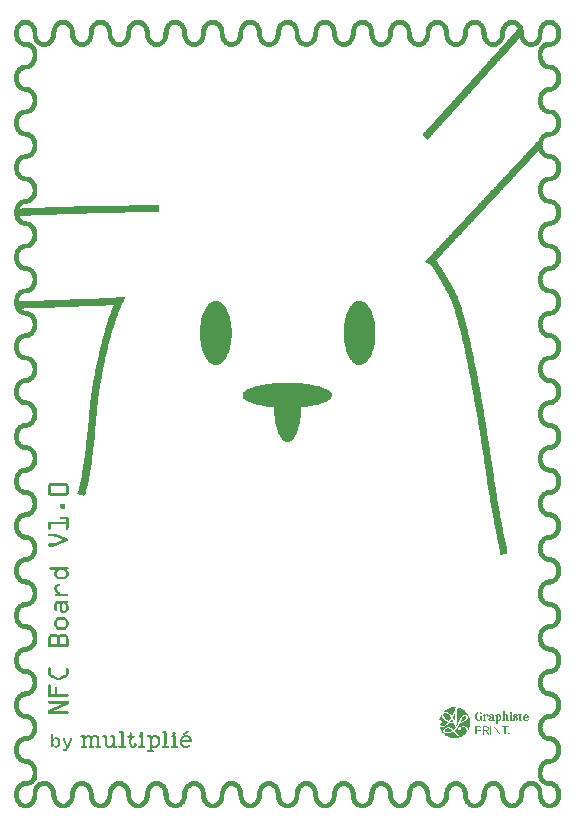
<source format=gto>
G04*
G04 #@! TF.GenerationSoftware,Altium Limited,Altium Designer,21.3.2 (30)*
G04*
G04 Layer_Color=65535*
%FSLAX44Y44*%
%MOMM*%
G71*
G04*
G04 #@! TF.SameCoordinates,C0BB7E1C-5EEE-4355-A842-C900462BBBA7*
G04*
G04*
G04 #@! TF.FilePolarity,Positive*
G04*
G01*
G75*
G36*
X460089Y671219D02*
X462287D01*
Y670852D01*
X463386D01*
Y670486D01*
X464119D01*
Y670120D01*
X464851D01*
Y669753D01*
X465218D01*
Y669387D01*
X465584D01*
Y669021D01*
X465950D01*
Y668654D01*
X466317D01*
Y668288D01*
X466683D01*
Y667922D01*
X467049D01*
Y667555D01*
X467416D01*
Y667189D01*
X467782D01*
Y666457D01*
X468148D01*
Y666090D01*
X468515D01*
Y665358D01*
X468881D01*
Y664258D01*
X469247D01*
Y663160D01*
X469613D01*
Y661328D01*
X469980D01*
Y658397D01*
X469613D01*
Y656566D01*
X469247D01*
Y655467D01*
X468881D01*
Y654368D01*
X468515D01*
Y653635D01*
X468148D01*
Y652903D01*
X467782D01*
Y652536D01*
X467416D01*
Y652170D01*
X467049D01*
Y651437D01*
X466683D01*
Y651071D01*
X466317D01*
Y650705D01*
X465584D01*
Y650338D01*
X465218D01*
Y649972D01*
X464851D01*
Y649606D01*
X464119D01*
Y649239D01*
X463386D01*
Y648873D01*
X462287D01*
Y648507D01*
X460822D01*
Y648140D01*
X457525D01*
Y647774D01*
X456792D01*
Y647408D01*
X456060D01*
Y647041D01*
X455693D01*
Y646675D01*
X455327D01*
Y646309D01*
X454961D01*
Y645576D01*
X454594D01*
Y644844D01*
X454228D01*
Y643012D01*
X453862D01*
Y640448D01*
X454228D01*
Y638250D01*
X454594D01*
Y637151D01*
X454961D01*
Y636418D01*
X455327D01*
Y636052D01*
X455693D01*
Y635319D01*
X456060D01*
Y634953D01*
X456426D01*
Y634586D01*
X457159D01*
Y634220D01*
X457525D01*
Y633854D01*
X458624D01*
Y633488D01*
X461554D01*
Y633121D01*
X462653D01*
Y632755D01*
X463752D01*
Y632389D01*
X464485D01*
Y632022D01*
X464851D01*
Y631656D01*
X465584D01*
Y631290D01*
X465950D01*
Y630923D01*
X466317D01*
Y630557D01*
X466683D01*
Y630191D01*
X467049D01*
Y629824D01*
X467416D01*
Y629092D01*
X467782D01*
Y628725D01*
X468148D01*
Y627993D01*
X468515D01*
Y627260D01*
X468881D01*
Y626527D01*
X469247D01*
Y625062D01*
X469613D01*
Y623231D01*
X469980D01*
Y620666D01*
X469613D01*
Y618468D01*
X469247D01*
Y617369D01*
X468881D01*
Y616637D01*
X468515D01*
Y615904D01*
X468148D01*
Y615172D01*
X467782D01*
Y614439D01*
X467416D01*
Y614072D01*
X467049D01*
Y613706D01*
X466683D01*
Y613340D01*
X466317D01*
Y612974D01*
X465950D01*
Y612607D01*
X465584D01*
Y612241D01*
X465218D01*
Y611875D01*
X464485D01*
Y611508D01*
X463752D01*
Y611142D01*
X463020D01*
Y610776D01*
X461921D01*
Y610409D01*
X458624D01*
Y610043D01*
X457891D01*
Y609677D01*
X457159D01*
Y609310D01*
X456792D01*
Y608944D01*
X456060D01*
Y608211D01*
X455693D01*
Y607845D01*
X455327D01*
Y607479D01*
X454961D01*
Y606746D01*
X454594D01*
Y605647D01*
X454228D01*
Y603449D01*
X453862D01*
Y602350D01*
X454228D01*
Y600152D01*
X454594D01*
Y599420D01*
X454961D01*
Y598687D01*
X455327D01*
Y597954D01*
X455693D01*
Y597588D01*
X456060D01*
Y597222D01*
X456426D01*
Y596855D01*
X456792D01*
Y596489D01*
X457159D01*
Y596123D01*
X457891D01*
Y595756D01*
X459723D01*
Y595390D01*
X462287D01*
Y595024D01*
X463386D01*
Y594658D01*
X464119D01*
Y594291D01*
X464851D01*
Y593925D01*
X465218D01*
Y593559D01*
X465584D01*
Y593192D01*
X465950D01*
Y592826D01*
X466317D01*
Y592460D01*
X466683D01*
Y592093D01*
X467049D01*
Y591727D01*
X467416D01*
Y591361D01*
X467782D01*
Y590628D01*
X468148D01*
Y590262D01*
X468515D01*
Y589529D01*
X468881D01*
Y588430D01*
X469247D01*
Y587331D01*
X469613D01*
Y585499D01*
X469980D01*
Y582569D01*
X469613D01*
Y580737D01*
X469247D01*
Y579638D01*
X468881D01*
Y578539D01*
X468515D01*
Y577807D01*
X468148D01*
Y577074D01*
X467782D01*
Y576708D01*
X467416D01*
Y576341D01*
X467049D01*
Y575609D01*
X466683D01*
Y575243D01*
X466317D01*
Y574876D01*
X465584D01*
Y574510D01*
X465218D01*
Y574143D01*
X464851D01*
Y573777D01*
X464119D01*
Y573411D01*
X463386D01*
Y573045D01*
X462287D01*
Y572678D01*
X460822D01*
Y572312D01*
X458257D01*
Y571946D01*
X457525D01*
Y571579D01*
X456792D01*
Y571213D01*
X456426D01*
Y570847D01*
X456060D01*
Y570480D01*
X455693D01*
Y570114D01*
X455327D01*
Y569381D01*
X454961D01*
Y568649D01*
X454594D01*
Y567916D01*
X454228D01*
Y565718D01*
X453862D01*
Y564619D01*
X454228D01*
Y562421D01*
X454594D01*
Y561322D01*
X454961D01*
Y560590D01*
X455327D01*
Y560223D01*
X455693D01*
Y559491D01*
X456060D01*
Y559124D01*
X456426D01*
Y558758D01*
X457159D01*
Y558392D01*
X457525D01*
Y558025D01*
X458624D01*
Y557659D01*
X461554D01*
Y557293D01*
X462653D01*
Y556926D01*
X463752D01*
Y556560D01*
X464485D01*
Y556194D01*
X464851D01*
Y555827D01*
X465584D01*
Y555461D01*
X465950D01*
Y555095D01*
X466317D01*
Y554729D01*
X466683D01*
Y554362D01*
X467049D01*
Y553996D01*
X467416D01*
Y553263D01*
X467782D01*
Y552897D01*
X468148D01*
Y552164D01*
X468515D01*
Y551432D01*
X468881D01*
Y550699D01*
X469247D01*
Y549234D01*
X469613D01*
Y547402D01*
X469980D01*
Y544838D01*
X469613D01*
Y542640D01*
X469247D01*
Y541541D01*
X468881D01*
Y540808D01*
X468515D01*
Y540076D01*
X468148D01*
Y539343D01*
X467782D01*
Y538610D01*
X467416D01*
Y538244D01*
X467049D01*
Y537878D01*
X466683D01*
Y537511D01*
X466317D01*
Y537145D01*
X465950D01*
Y536779D01*
X465584D01*
Y536412D01*
X465218D01*
Y536046D01*
X464485D01*
Y535680D01*
X463752D01*
Y535313D01*
X463020D01*
Y534947D01*
X461921D01*
Y534581D01*
X458624D01*
Y534215D01*
X457891D01*
Y533848D01*
X457159D01*
Y533482D01*
X456792D01*
Y533116D01*
X456060D01*
Y532383D01*
X455693D01*
Y532017D01*
X455327D01*
Y531650D01*
X454961D01*
Y530918D01*
X454594D01*
Y529819D01*
X454228D01*
Y527621D01*
X453862D01*
Y526522D01*
X454228D01*
Y524324D01*
X454594D01*
Y523591D01*
X454961D01*
Y522859D01*
X455327D01*
Y522126D01*
X455693D01*
Y521760D01*
X456060D01*
Y521393D01*
X456426D01*
Y521027D01*
X456792D01*
Y520661D01*
X457159D01*
Y520294D01*
X457891D01*
Y519928D01*
X459356D01*
Y519562D01*
X462287D01*
Y519195D01*
X463386D01*
Y518829D01*
X464119D01*
Y518463D01*
X464851D01*
Y518096D01*
X465218D01*
Y517730D01*
X465584D01*
Y517364D01*
X465950D01*
Y516997D01*
X466317D01*
Y516631D01*
X466683D01*
Y516265D01*
X467049D01*
Y515898D01*
X467416D01*
Y515532D01*
X467782D01*
Y514799D01*
X468148D01*
Y514433D01*
X468515D01*
Y513700D01*
X468881D01*
Y512602D01*
X469247D01*
Y511503D01*
X469613D01*
Y509671D01*
X469980D01*
Y506740D01*
X469613D01*
Y504909D01*
X469247D01*
Y503810D01*
X468881D01*
Y502711D01*
X468515D01*
Y501978D01*
X468148D01*
Y501612D01*
X467782D01*
Y500879D01*
X467416D01*
Y500513D01*
X467049D01*
Y500147D01*
X466683D01*
Y499414D01*
X466317D01*
Y499048D01*
X465584D01*
Y498681D01*
X465218D01*
Y498315D01*
X464851D01*
Y497949D01*
X464119D01*
Y497582D01*
X463386D01*
Y497216D01*
X462287D01*
Y496850D01*
X460822D01*
Y496483D01*
X458257D01*
Y496117D01*
X457525D01*
Y495751D01*
X456792D01*
Y495384D01*
X456426D01*
Y495018D01*
X456060D01*
Y494652D01*
X455693D01*
Y494286D01*
X455327D01*
Y493553D01*
X454961D01*
Y492820D01*
X454594D01*
Y492088D01*
X454228D01*
Y489890D01*
X453862D01*
Y488791D01*
X454228D01*
Y486593D01*
X454594D01*
Y485494D01*
X454961D01*
Y484761D01*
X455327D01*
Y484395D01*
X455693D01*
Y483662D01*
X456060D01*
Y483296D01*
X456426D01*
Y482929D01*
X457159D01*
Y482563D01*
X457525D01*
Y482197D01*
X458257D01*
Y481831D01*
X461554D01*
Y481464D01*
X462653D01*
Y481098D01*
X463752D01*
Y480732D01*
X464485D01*
Y480365D01*
X464851D01*
Y479999D01*
X465584D01*
Y479633D01*
X465950D01*
Y479266D01*
X466317D01*
Y478900D01*
X466683D01*
Y478534D01*
X467049D01*
Y478167D01*
X467416D01*
Y477435D01*
X467782D01*
Y477068D01*
X468148D01*
Y476336D01*
X468515D01*
Y475603D01*
X468881D01*
Y474870D01*
X469247D01*
Y473405D01*
X469613D01*
Y471574D01*
X469980D01*
Y469009D01*
X469613D01*
Y466811D01*
X469247D01*
Y465712D01*
X468881D01*
Y464980D01*
X468515D01*
Y464247D01*
X468148D01*
Y463515D01*
X467782D01*
Y462782D01*
X467416D01*
Y462416D01*
X467049D01*
Y462049D01*
X466683D01*
Y461683D01*
X466317D01*
Y461317D01*
X465950D01*
Y460950D01*
X465584D01*
Y460584D01*
X465218D01*
Y460218D01*
X464485D01*
Y459851D01*
X463752D01*
Y459485D01*
X463020D01*
Y459119D01*
X461921D01*
Y458752D01*
X458624D01*
Y458386D01*
X457891D01*
Y458020D01*
X457159D01*
Y457653D01*
X456792D01*
Y457287D01*
X456060D01*
Y456554D01*
X455693D01*
Y456188D01*
X455327D01*
Y455822D01*
X454961D01*
Y455089D01*
X454594D01*
Y453990D01*
X454228D01*
Y451792D01*
X453862D01*
Y450693D01*
X454228D01*
Y448495D01*
X454594D01*
Y447763D01*
X454961D01*
Y447030D01*
X455327D01*
Y446297D01*
X455693D01*
Y445931D01*
X456060D01*
Y445565D01*
X456426D01*
Y445198D01*
X456792D01*
Y444832D01*
X457525D01*
Y444466D01*
X457891D01*
Y444100D01*
X459356D01*
Y443733D01*
X462287D01*
Y443367D01*
X463386D01*
Y443000D01*
X464119D01*
Y442634D01*
X464485D01*
Y442268D01*
X465218D01*
Y441902D01*
X465584D01*
Y441535D01*
X465950D01*
Y441169D01*
X466317D01*
Y440803D01*
X466683D01*
Y440436D01*
X467049D01*
Y440070D01*
X467416D01*
Y439704D01*
X467782D01*
Y438971D01*
X468148D01*
Y438605D01*
X468515D01*
Y437506D01*
X468881D01*
Y436773D01*
X469247D01*
Y435674D01*
X469613D01*
Y433843D01*
X469980D01*
Y430912D01*
X469613D01*
Y429080D01*
X469247D01*
Y427981D01*
X468881D01*
Y426882D01*
X468515D01*
Y426150D01*
X468148D01*
Y425417D01*
X467782D01*
Y425051D01*
X467416D01*
Y424684D01*
X467049D01*
Y423952D01*
X466683D01*
Y423586D01*
X466317D01*
Y423219D01*
X465950D01*
Y422853D01*
X465218D01*
Y422486D01*
X464851D01*
Y422120D01*
X464119D01*
Y421754D01*
X463386D01*
Y421387D01*
X462653D01*
Y421021D01*
X460822D01*
Y420655D01*
X458257D01*
Y420289D01*
X457525D01*
Y419922D01*
X456792D01*
Y419556D01*
X456426D01*
Y419190D01*
X456060D01*
Y418823D01*
X455693D01*
Y418457D01*
X455327D01*
Y417724D01*
X454961D01*
Y416992D01*
X454594D01*
Y416259D01*
X454228D01*
Y414061D01*
X453862D01*
Y412962D01*
X454228D01*
Y410764D01*
X454594D01*
Y409665D01*
X454961D01*
Y408933D01*
X455327D01*
Y408566D01*
X455693D01*
Y407834D01*
X456060D01*
Y407467D01*
X456426D01*
Y407101D01*
X457159D01*
Y406735D01*
X457525D01*
Y406368D01*
X458624D01*
Y406002D01*
X461554D01*
Y405636D01*
X463020D01*
Y405269D01*
X463752D01*
Y404903D01*
X464485D01*
Y404537D01*
X464851D01*
Y404170D01*
X465584D01*
Y403804D01*
X465950D01*
Y403438D01*
X466317D01*
Y403072D01*
X466683D01*
Y402705D01*
X467049D01*
Y402339D01*
X467416D01*
Y401606D01*
X467782D01*
Y401240D01*
X468148D01*
Y400507D01*
X468515D01*
Y399775D01*
X468881D01*
Y399042D01*
X469247D01*
Y397577D01*
X469613D01*
Y395745D01*
X469980D01*
Y393181D01*
X469613D01*
Y390983D01*
X469247D01*
Y389884D01*
X468881D01*
Y389151D01*
X468515D01*
Y388419D01*
X468148D01*
Y387686D01*
X467782D01*
Y386953D01*
X467416D01*
Y386587D01*
X467049D01*
Y386221D01*
X466683D01*
Y385854D01*
X466317D01*
Y385488D01*
X465950D01*
Y385122D01*
X465584D01*
Y384755D01*
X465218D01*
Y384389D01*
X464485D01*
Y384023D01*
X463752D01*
Y383657D01*
X463020D01*
Y383290D01*
X461921D01*
Y382924D01*
X458624D01*
Y382557D01*
X457891D01*
Y382191D01*
X457159D01*
Y381825D01*
X456792D01*
Y381459D01*
X456426D01*
Y381092D01*
X456060D01*
Y380726D01*
X455693D01*
Y380360D01*
X455327D01*
Y379627D01*
X454961D01*
Y379261D01*
X454594D01*
Y378162D01*
X454228D01*
Y375964D01*
X453862D01*
Y374865D01*
X454228D01*
Y372667D01*
X454594D01*
Y371934D01*
X454961D01*
Y371202D01*
X455327D01*
Y370469D01*
X455693D01*
Y370103D01*
X456060D01*
Y369736D01*
X456426D01*
Y369370D01*
X456792D01*
Y369004D01*
X457159D01*
Y368637D01*
X457891D01*
Y368271D01*
X459356D01*
Y367905D01*
X462287D01*
Y367538D01*
X463386D01*
Y367172D01*
X464119D01*
Y366806D01*
X464851D01*
Y366439D01*
X465218D01*
Y366073D01*
X465584D01*
Y365707D01*
X465950D01*
Y365340D01*
X466317D01*
Y364974D01*
X466683D01*
Y364608D01*
X467049D01*
Y364241D01*
X467416D01*
Y363875D01*
X467782D01*
Y363143D01*
X468148D01*
Y362776D01*
X468515D01*
Y362043D01*
X468881D01*
Y360945D01*
X469247D01*
Y359846D01*
X469613D01*
Y358014D01*
X469980D01*
Y355083D01*
X469613D01*
Y353252D01*
X469247D01*
Y352153D01*
X468881D01*
Y351054D01*
X468515D01*
Y350321D01*
X468148D01*
Y349955D01*
X467782D01*
Y349222D01*
X467416D01*
Y348856D01*
X467049D01*
Y348123D01*
X466683D01*
Y347757D01*
X466317D01*
Y347391D01*
X465584D01*
Y347024D01*
X465218D01*
Y346658D01*
X464851D01*
Y346292D01*
X464119D01*
Y345925D01*
X463386D01*
Y345559D01*
X462287D01*
Y345193D01*
X460822D01*
Y344826D01*
X458257D01*
Y344460D01*
X457525D01*
Y344094D01*
X456792D01*
Y343727D01*
X456426D01*
Y343361D01*
X456060D01*
Y342995D01*
X455693D01*
Y342262D01*
X455327D01*
Y341896D01*
X454961D01*
Y341163D01*
X454594D01*
Y340064D01*
X454228D01*
Y337866D01*
X453862D01*
Y337134D01*
X454228D01*
Y334936D01*
X454594D01*
Y333837D01*
X454961D01*
Y333104D01*
X455327D01*
Y332738D01*
X455693D01*
Y332005D01*
X456060D01*
Y331639D01*
X456426D01*
Y331273D01*
X457159D01*
Y330906D01*
X457525D01*
Y330540D01*
X458624D01*
Y330174D01*
X461554D01*
Y329807D01*
X462653D01*
Y329441D01*
X463752D01*
Y329075D01*
X464485D01*
Y328708D01*
X464851D01*
Y328342D01*
X465584D01*
Y327976D01*
X465950D01*
Y327609D01*
X466317D01*
Y327243D01*
X466683D01*
Y326877D01*
X467049D01*
Y326510D01*
X467416D01*
Y325778D01*
X467782D01*
Y325411D01*
X468148D01*
Y324679D01*
X468515D01*
Y323946D01*
X468881D01*
Y323214D01*
X469247D01*
Y321748D01*
X469613D01*
Y319917D01*
X469980D01*
Y317352D01*
X469613D01*
Y315154D01*
X469247D01*
Y314055D01*
X468881D01*
Y313323D01*
X468515D01*
Y312590D01*
X468148D01*
Y311857D01*
X467782D01*
Y311125D01*
X467416D01*
Y310759D01*
X467049D01*
Y310392D01*
X466683D01*
Y310026D01*
X466317D01*
Y309660D01*
X465950D01*
Y309293D01*
X465584D01*
Y308927D01*
X465218D01*
Y308561D01*
X464485D01*
Y308194D01*
X463752D01*
Y307828D01*
X463020D01*
Y307462D01*
X461921D01*
Y307095D01*
X458624D01*
Y306729D01*
X457891D01*
Y306363D01*
X457159D01*
Y305996D01*
X456792D01*
Y305630D01*
X456426D01*
Y305264D01*
X456060D01*
Y304897D01*
X455693D01*
Y304531D01*
X455327D01*
Y303799D01*
X454961D01*
Y303432D01*
X454594D01*
Y302333D01*
X454228D01*
Y300135D01*
X453862D01*
Y299036D01*
X454228D01*
Y296838D01*
X454594D01*
Y296106D01*
X454961D01*
Y295373D01*
X455327D01*
Y294640D01*
X455693D01*
Y294274D01*
X456060D01*
Y293908D01*
X456426D01*
Y293542D01*
X456792D01*
Y293175D01*
X457159D01*
Y292809D01*
X457891D01*
Y292442D01*
X459356D01*
Y292076D01*
X462287D01*
Y291710D01*
X463386D01*
Y291343D01*
X464119D01*
Y290977D01*
X464851D01*
Y290611D01*
X465218D01*
Y290245D01*
X465584D01*
Y289878D01*
X465950D01*
Y289512D01*
X466317D01*
Y289146D01*
X466683D01*
Y288779D01*
X467049D01*
Y288413D01*
X467416D01*
Y288047D01*
X467782D01*
Y287314D01*
X468148D01*
Y286948D01*
X468515D01*
Y286215D01*
X468881D01*
Y285116D01*
X469247D01*
Y284017D01*
X469613D01*
Y282185D01*
X469980D01*
Y279255D01*
X469613D01*
Y277423D01*
X469247D01*
Y276324D01*
X468881D01*
Y275225D01*
X468515D01*
Y274493D01*
X468148D01*
Y273760D01*
X467782D01*
Y273394D01*
X467416D01*
Y273027D01*
X467049D01*
Y272295D01*
X466683D01*
Y271929D01*
X466317D01*
Y271562D01*
X465950D01*
Y271196D01*
X465218D01*
Y270830D01*
X464851D01*
Y270463D01*
X464119D01*
Y270097D01*
X463386D01*
Y269731D01*
X462653D01*
Y269364D01*
X460822D01*
Y268998D01*
X458257D01*
Y268632D01*
X457525D01*
Y268265D01*
X456792D01*
Y267899D01*
X456426D01*
Y267533D01*
X456060D01*
Y267166D01*
X455693D01*
Y266434D01*
X455327D01*
Y266067D01*
X454961D01*
Y265335D01*
X454594D01*
Y264236D01*
X454228D01*
Y262038D01*
X453862D01*
Y261305D01*
X454228D01*
Y259107D01*
X454594D01*
Y258008D01*
X454961D01*
Y257276D01*
X455327D01*
Y256909D01*
X455693D01*
Y256177D01*
X456060D01*
Y255810D01*
X456426D01*
Y255444D01*
X457159D01*
Y255078D01*
X457525D01*
Y254711D01*
X458257D01*
Y254345D01*
X461554D01*
Y253979D01*
X462653D01*
Y253612D01*
X463752D01*
Y253246D01*
X464485D01*
Y252880D01*
X464851D01*
Y252514D01*
X465584D01*
Y252147D01*
X465950D01*
Y251781D01*
X466317D01*
Y251415D01*
X466683D01*
Y251048D01*
X467049D01*
Y250682D01*
X467416D01*
Y249949D01*
X467782D01*
Y249583D01*
X468148D01*
Y248850D01*
X468515D01*
Y248118D01*
X468881D01*
Y247385D01*
X469247D01*
Y245920D01*
X469613D01*
Y244088D01*
X469980D01*
Y241524D01*
X469613D01*
Y239326D01*
X469247D01*
Y238227D01*
X468881D01*
Y237494D01*
X468515D01*
Y236762D01*
X468148D01*
Y236029D01*
X467782D01*
Y235296D01*
X467416D01*
Y234930D01*
X467049D01*
Y234564D01*
X466683D01*
Y234197D01*
X466317D01*
Y233831D01*
X465950D01*
Y233465D01*
X465584D01*
Y233098D01*
X465218D01*
Y232732D01*
X464485D01*
Y232366D01*
X463752D01*
Y231999D01*
X463020D01*
Y231633D01*
X461921D01*
Y231267D01*
X458990D01*
Y230900D01*
X457891D01*
Y230534D01*
X457159D01*
Y230168D01*
X456792D01*
Y229802D01*
X456426D01*
Y229435D01*
X456060D01*
Y229069D01*
X455693D01*
Y228703D01*
X455327D01*
Y227970D01*
X454961D01*
Y227237D01*
X454594D01*
Y226505D01*
X454228D01*
Y224307D01*
X453862D01*
Y223208D01*
X454228D01*
Y221010D01*
X454594D01*
Y220277D01*
X454961D01*
Y219545D01*
X455327D01*
Y218812D01*
X455693D01*
Y218446D01*
X456060D01*
Y218079D01*
X456426D01*
Y217713D01*
X456792D01*
Y217347D01*
X457159D01*
Y216980D01*
X457891D01*
Y216614D01*
X459356D01*
Y216248D01*
X462287D01*
Y215881D01*
X463386D01*
Y215515D01*
X464119D01*
Y215149D01*
X464851D01*
Y214782D01*
X465218D01*
Y214416D01*
X465584D01*
Y214050D01*
X465950D01*
Y213683D01*
X466317D01*
Y213317D01*
X466683D01*
Y212951D01*
X467049D01*
Y212584D01*
X467416D01*
Y212218D01*
X467782D01*
Y211486D01*
X468148D01*
Y211119D01*
X468515D01*
Y210387D01*
X468881D01*
Y209288D01*
X469247D01*
Y208189D01*
X469613D01*
Y206357D01*
X469980D01*
Y203426D01*
X469613D01*
Y201595D01*
X469247D01*
Y200496D01*
X468881D01*
Y199397D01*
X468515D01*
Y198664D01*
X468148D01*
Y197932D01*
X467782D01*
Y197565D01*
X467416D01*
Y197199D01*
X467049D01*
Y196466D01*
X466683D01*
Y196100D01*
X466317D01*
Y195734D01*
X465950D01*
Y195367D01*
X465218D01*
Y195001D01*
X464851D01*
Y194635D01*
X464119D01*
Y194268D01*
X463386D01*
Y193902D01*
X462653D01*
Y193536D01*
X461188D01*
Y193169D01*
X458257D01*
Y192803D01*
X457525D01*
Y192437D01*
X456792D01*
Y192071D01*
X456426D01*
Y191704D01*
X456060D01*
Y191338D01*
X455693D01*
Y190972D01*
X455327D01*
Y190239D01*
X454961D01*
Y189506D01*
X454594D01*
Y188407D01*
X454228D01*
Y186209D01*
X453862D01*
Y185477D01*
X454228D01*
Y183279D01*
X454594D01*
Y182180D01*
X454961D01*
Y181447D01*
X455327D01*
Y181081D01*
X455693D01*
Y180348D01*
X456060D01*
Y179982D01*
X456426D01*
Y179615D01*
X457159D01*
Y179249D01*
X457525D01*
Y178883D01*
X458257D01*
Y178517D01*
X461188D01*
Y178150D01*
X462653D01*
Y177784D01*
X463752D01*
Y177418D01*
X464485D01*
Y177051D01*
X464851D01*
Y176685D01*
X465584D01*
Y176319D01*
X465950D01*
Y175952D01*
X466317D01*
Y175586D01*
X466683D01*
Y175220D01*
X467049D01*
Y174853D01*
X467416D01*
Y174121D01*
X467782D01*
Y173754D01*
X468148D01*
Y173022D01*
X468515D01*
Y172289D01*
X468881D01*
Y171556D01*
X469247D01*
Y170091D01*
X469613D01*
Y168260D01*
X469980D01*
Y165695D01*
X469613D01*
Y163497D01*
X469247D01*
Y162398D01*
X468881D01*
Y161666D01*
X468515D01*
Y160933D01*
X468148D01*
Y160201D01*
X467782D01*
Y159468D01*
X467416D01*
Y159102D01*
X467049D01*
Y158735D01*
X466683D01*
Y158369D01*
X466317D01*
Y158003D01*
X465950D01*
Y157636D01*
X465584D01*
Y157270D01*
X465218D01*
Y156904D01*
X464485D01*
Y156537D01*
X463752D01*
Y156171D01*
X463020D01*
Y155805D01*
X461921D01*
Y155438D01*
X458990D01*
Y155072D01*
X457891D01*
Y154706D01*
X457159D01*
Y154339D01*
X456792D01*
Y153973D01*
X456426D01*
Y153607D01*
X456060D01*
Y153240D01*
X455693D01*
Y152874D01*
X455327D01*
Y152142D01*
X454961D01*
Y151775D01*
X454594D01*
Y150676D01*
X454228D01*
Y148478D01*
X453862D01*
Y147379D01*
X454228D01*
Y145181D01*
X454594D01*
Y144449D01*
X454961D01*
Y143716D01*
X455327D01*
Y142983D01*
X455693D01*
Y142617D01*
X456060D01*
Y142251D01*
X456426D01*
Y141884D01*
X456792D01*
Y141518D01*
X457159D01*
Y141152D01*
X457891D01*
Y140786D01*
X459356D01*
Y140419D01*
X462287D01*
Y140053D01*
X463386D01*
Y139686D01*
X464119D01*
Y139320D01*
X464485D01*
Y138954D01*
X465218D01*
Y138588D01*
X465584D01*
Y138221D01*
X465950D01*
Y137855D01*
X466317D01*
Y137489D01*
X466683D01*
Y137122D01*
X467049D01*
Y136756D01*
X467416D01*
Y136390D01*
X467782D01*
Y135657D01*
X468148D01*
Y135291D01*
X468515D01*
Y134558D01*
X468881D01*
Y133459D01*
X469247D01*
Y132360D01*
X469613D01*
Y130528D01*
X469980D01*
Y127598D01*
X469613D01*
Y125766D01*
X469247D01*
Y124667D01*
X468881D01*
Y123568D01*
X468515D01*
Y122836D01*
X468148D01*
Y122103D01*
X467782D01*
Y121737D01*
X467416D01*
Y121370D01*
X467049D01*
Y120638D01*
X466683D01*
Y120272D01*
X466317D01*
Y119905D01*
X465950D01*
Y119539D01*
X465218D01*
Y119172D01*
X464851D01*
Y118806D01*
X464119D01*
Y118440D01*
X463386D01*
Y118074D01*
X462653D01*
Y117707D01*
X461188D01*
Y117341D01*
X458257D01*
Y116975D01*
X457525D01*
Y116608D01*
X456792D01*
Y116242D01*
X456426D01*
Y115876D01*
X456060D01*
Y115509D01*
X455693D01*
Y115143D01*
X455327D01*
Y114410D01*
X454961D01*
Y113678D01*
X454594D01*
Y112579D01*
X454228D01*
Y110381D01*
X453862D01*
Y109648D01*
X454228D01*
Y107450D01*
X454594D01*
Y106351D01*
X454961D01*
Y105619D01*
X455327D01*
Y105252D01*
X455693D01*
Y104520D01*
X456060D01*
Y104153D01*
X456426D01*
Y103787D01*
X456792D01*
Y103421D01*
X457525D01*
Y103054D01*
X458257D01*
Y102688D01*
X461188D01*
Y102322D01*
X462653D01*
Y101955D01*
X463752D01*
Y101589D01*
X464485D01*
Y101223D01*
X464851D01*
Y100857D01*
X465584D01*
Y100490D01*
X465950D01*
Y100124D01*
X466317D01*
Y99757D01*
X466683D01*
Y99391D01*
X467049D01*
Y99025D01*
X467416D01*
Y98292D01*
X467782D01*
Y97926D01*
X468148D01*
Y97193D01*
X468515D01*
Y96461D01*
X468881D01*
Y95728D01*
X469247D01*
Y94263D01*
X469613D01*
Y92431D01*
X469980D01*
Y89867D01*
X469613D01*
Y87669D01*
X469247D01*
Y86570D01*
X468881D01*
Y85837D01*
X468515D01*
Y85105D01*
X468148D01*
Y84372D01*
X467782D01*
Y83639D01*
X467416D01*
Y83273D01*
X467049D01*
Y82907D01*
X466683D01*
Y82540D01*
X466317D01*
Y82174D01*
X465950D01*
Y81808D01*
X465584D01*
Y81441D01*
X465218D01*
Y81075D01*
X464485D01*
Y80709D01*
X464119D01*
Y80343D01*
X463020D01*
Y79976D01*
X461921D01*
Y79610D01*
X458990D01*
Y79243D01*
X457891D01*
Y78877D01*
X457159D01*
Y78511D01*
X456792D01*
Y78145D01*
X456426D01*
Y77778D01*
X456060D01*
Y77412D01*
X455693D01*
Y77046D01*
X455327D01*
Y76313D01*
X454961D01*
Y75580D01*
X454594D01*
Y74848D01*
X454228D01*
Y72650D01*
X453862D01*
Y71551D01*
X454228D01*
Y69353D01*
X454594D01*
Y68620D01*
X454961D01*
Y67888D01*
X455327D01*
Y67155D01*
X455693D01*
Y66789D01*
X456060D01*
Y66422D01*
X456426D01*
Y66056D01*
X456792D01*
Y65690D01*
X457159D01*
Y65323D01*
X457891D01*
Y64957D01*
X458990D01*
Y64591D01*
X462287D01*
Y64224D01*
X463386D01*
Y63858D01*
X464119D01*
Y63492D01*
X464485D01*
Y63125D01*
X465218D01*
Y62759D01*
X465584D01*
Y62393D01*
X465950D01*
Y62026D01*
X466317D01*
Y61660D01*
X466683D01*
Y61294D01*
X467049D01*
Y60928D01*
X467416D01*
Y60561D01*
X467782D01*
Y59829D01*
X468148D01*
Y59462D01*
X468515D01*
Y58730D01*
X468881D01*
Y57631D01*
X469247D01*
Y56532D01*
X469613D01*
Y54700D01*
X469980D01*
Y51769D01*
X469613D01*
Y49938D01*
X469247D01*
Y48839D01*
X468881D01*
Y47740D01*
X468515D01*
Y47007D01*
X468148D01*
Y46275D01*
X467782D01*
Y45908D01*
X467416D01*
Y45542D01*
X467049D01*
Y44809D01*
X466683D01*
Y44443D01*
X466317D01*
Y44077D01*
X465950D01*
Y43710D01*
X465218D01*
Y43344D01*
X464851D01*
Y42978D01*
X464119D01*
Y42611D01*
X463386D01*
Y42245D01*
X462653D01*
Y41879D01*
X461188D01*
Y41512D01*
X458257D01*
Y41146D01*
X457525D01*
Y40780D01*
X456792D01*
Y40413D01*
X456426D01*
Y40047D01*
X456060D01*
Y39681D01*
X455693D01*
Y39314D01*
X455327D01*
Y38582D01*
X454961D01*
Y37849D01*
X454594D01*
Y36750D01*
X454228D01*
Y34552D01*
X453862D01*
Y31988D01*
X454228D01*
Y30157D01*
X454594D01*
Y29424D01*
X454961D01*
Y28691D01*
X455327D01*
Y28325D01*
X455693D01*
Y27959D01*
X456060D01*
Y27592D01*
X456792D01*
Y27226D01*
X457891D01*
Y26860D01*
X461188D01*
Y26493D01*
X462653D01*
Y26127D01*
X463752D01*
Y25761D01*
X464485D01*
Y25394D01*
X464851D01*
Y25028D01*
X465584D01*
Y24662D01*
X465950D01*
Y24295D01*
X466317D01*
Y23929D01*
X466683D01*
Y23563D01*
X467049D01*
Y23196D01*
X467416D01*
Y22464D01*
X467782D01*
Y22097D01*
X468148D01*
Y21365D01*
X468515D01*
Y20632D01*
X468881D01*
Y19899D01*
X469247D01*
Y18434D01*
X469613D01*
Y16603D01*
X469980D01*
Y14038D01*
X469613D01*
Y11840D01*
X469247D01*
Y10741D01*
X468881D01*
Y10009D01*
X468515D01*
Y9276D01*
X468148D01*
Y8543D01*
X467782D01*
Y7811D01*
X467416D01*
Y7445D01*
X467049D01*
Y7078D01*
X466683D01*
Y6712D01*
X466317D01*
Y6346D01*
X465950D01*
Y5979D01*
X465584D01*
Y5613D01*
X465218D01*
Y5247D01*
X464485D01*
Y4880D01*
X464119D01*
Y4514D01*
X463020D01*
Y4148D01*
X461921D01*
Y3781D01*
X457891D01*
Y4148D01*
X456792D01*
Y4514D01*
X455693D01*
Y4880D01*
X455327D01*
Y5247D01*
X454594D01*
Y5613D01*
X454228D01*
Y5979D01*
X453862D01*
Y6346D01*
X453495D01*
Y6712D01*
X453129D01*
Y7078D01*
X452763D01*
Y7445D01*
X452396D01*
Y7811D01*
X452030D01*
Y8177D01*
X451664D01*
Y8910D01*
X451297D01*
Y9643D01*
X450931D01*
Y10375D01*
X450565D01*
Y11840D01*
X450198D01*
Y13306D01*
X449832D01*
Y18068D01*
X449466D01*
Y19167D01*
X449100D01*
Y19899D01*
X448733D01*
Y20632D01*
X448367D01*
Y20998D01*
X448000D01*
Y21365D01*
X447634D01*
Y21731D01*
X447268D01*
Y22097D01*
X446535D01*
Y22464D01*
X442139D01*
Y22097D01*
X441407D01*
Y21731D01*
X441040D01*
Y21365D01*
X440674D01*
Y20998D01*
X440308D01*
Y20632D01*
X439941D01*
Y20266D01*
X439575D01*
Y19899D01*
X439209D01*
Y19167D01*
X438843D01*
Y18068D01*
X438476D01*
Y16603D01*
X438110D01*
Y12573D01*
X437743D01*
Y11474D01*
X437377D01*
Y10375D01*
X437011D01*
Y9276D01*
X436645D01*
Y8910D01*
X436278D01*
Y8177D01*
X435912D01*
Y7811D01*
X435546D01*
Y7078D01*
X435179D01*
Y6712D01*
X434813D01*
Y6346D01*
X434447D01*
Y5979D01*
X434080D01*
Y5613D01*
X433348D01*
Y5247D01*
X432981D01*
Y4880D01*
X432249D01*
Y4514D01*
X431516D01*
Y4148D01*
X430417D01*
Y3781D01*
X426021D01*
Y4148D01*
X424922D01*
Y4514D01*
X424190D01*
Y4880D01*
X423457D01*
Y5247D01*
X423091D01*
Y5613D01*
X422358D01*
Y5979D01*
X421992D01*
Y6346D01*
X421625D01*
Y6712D01*
X421259D01*
Y7078D01*
X420893D01*
Y7445D01*
X420526D01*
Y8177D01*
X420160D01*
Y8543D01*
X419794D01*
Y9276D01*
X419427D01*
Y10009D01*
X419061D01*
Y11108D01*
X418695D01*
Y12573D01*
X418329D01*
Y16236D01*
X417962D01*
Y18068D01*
X417596D01*
Y18800D01*
X417229D01*
Y19533D01*
X416863D01*
Y20266D01*
X416497D01*
Y20632D01*
X416131D01*
Y20998D01*
X415764D01*
Y21365D01*
X415398D01*
Y21731D01*
X415032D01*
Y22097D01*
X414299D01*
Y22464D01*
X410636D01*
Y22097D01*
X409903D01*
Y21731D01*
X409170D01*
Y21365D01*
X408804D01*
Y20998D01*
X408438D01*
Y20632D01*
X408072D01*
Y19899D01*
X407705D01*
Y19533D01*
X407339D01*
Y18800D01*
X406973D01*
Y17702D01*
X406606D01*
Y13672D01*
X406240D01*
Y11840D01*
X405874D01*
Y10741D01*
X405507D01*
Y9643D01*
X405141D01*
Y8910D01*
X404775D01*
Y8543D01*
X404408D01*
Y7811D01*
X404042D01*
Y7445D01*
X403676D01*
Y7078D01*
X403309D01*
Y6712D01*
X402943D01*
Y6346D01*
X402577D01*
Y5979D01*
X402210D01*
Y5613D01*
X401844D01*
Y5247D01*
X401111D01*
Y4880D01*
X400745D01*
Y4514D01*
X399646D01*
Y4148D01*
X398547D01*
Y3781D01*
X394518D01*
Y4148D01*
X393419D01*
Y4514D01*
X392320D01*
Y4880D01*
X391953D01*
Y5247D01*
X391221D01*
Y5613D01*
X390854D01*
Y5979D01*
X390488D01*
Y6346D01*
X390122D01*
Y6712D01*
X389755D01*
Y7078D01*
X389389D01*
Y7445D01*
X389023D01*
Y7811D01*
X388657D01*
Y8543D01*
X388290D01*
Y8910D01*
X387924D01*
Y9643D01*
X387557D01*
Y10741D01*
X387191D01*
Y11840D01*
X386825D01*
Y13306D01*
X386459D01*
Y17335D01*
X386092D01*
Y18434D01*
X385726D01*
Y19167D01*
X385360D01*
Y19899D01*
X384993D01*
Y20632D01*
X384627D01*
Y20998D01*
X384261D01*
Y21365D01*
X383894D01*
Y21731D01*
X383162D01*
Y22097D01*
X382429D01*
Y22464D01*
X378766D01*
Y22097D01*
X378033D01*
Y21731D01*
X377667D01*
Y21365D01*
X377300D01*
Y20998D01*
X376934D01*
Y20632D01*
X376568D01*
Y20266D01*
X376202D01*
Y19533D01*
X375835D01*
Y19167D01*
X375469D01*
Y18068D01*
X375103D01*
Y16603D01*
X374736D01*
Y12573D01*
X374370D01*
Y11108D01*
X374004D01*
Y10375D01*
X373637D01*
Y9276D01*
X373271D01*
Y8910D01*
X372905D01*
Y8177D01*
X372538D01*
Y7811D01*
X372172D01*
Y7078D01*
X371806D01*
Y6712D01*
X371439D01*
Y6346D01*
X371073D01*
Y5979D01*
X370707D01*
Y5613D01*
X369974D01*
Y5247D01*
X369608D01*
Y4880D01*
X368875D01*
Y4514D01*
X368143D01*
Y4148D01*
X367043D01*
Y3781D01*
X362648D01*
Y4148D01*
X361549D01*
Y4514D01*
X360816D01*
Y4880D01*
X360083D01*
Y5247D01*
X359717D01*
Y5613D01*
X358984D01*
Y5979D01*
X358618D01*
Y6346D01*
X358252D01*
Y6712D01*
X357886D01*
Y7078D01*
X357519D01*
Y7445D01*
X357153D01*
Y8177D01*
X356786D01*
Y8543D01*
X356420D01*
Y9276D01*
X356054D01*
Y10009D01*
X355688D01*
Y11108D01*
X355321D01*
Y12573D01*
X354955D01*
Y16236D01*
X354589D01*
Y18068D01*
X354222D01*
Y18800D01*
X353856D01*
Y19533D01*
X353490D01*
Y20266D01*
X353123D01*
Y20632D01*
X352757D01*
Y20998D01*
X352391D01*
Y21365D01*
X352024D01*
Y21731D01*
X351658D01*
Y22097D01*
X350925D01*
Y22464D01*
X347262D01*
Y22097D01*
X346530D01*
Y21731D01*
X345797D01*
Y21365D01*
X345431D01*
Y20998D01*
X345064D01*
Y20632D01*
X344698D01*
Y19899D01*
X344332D01*
Y19533D01*
X343965D01*
Y18434D01*
X343599D01*
Y17335D01*
X343233D01*
Y13672D01*
X342866D01*
Y11840D01*
X342500D01*
Y10741D01*
X342134D01*
Y9643D01*
X341767D01*
Y8910D01*
X341401D01*
Y8543D01*
X341035D01*
Y7811D01*
X340668D01*
Y7445D01*
X340302D01*
Y7078D01*
X339936D01*
Y6712D01*
X339569D01*
Y6346D01*
X339203D01*
Y5979D01*
X338837D01*
Y5613D01*
X338470D01*
Y5247D01*
X337738D01*
Y4880D01*
X337371D01*
Y4514D01*
X336273D01*
Y4148D01*
X335174D01*
Y3781D01*
X331144D01*
Y4148D01*
X330045D01*
Y4514D01*
X328946D01*
Y4880D01*
X328580D01*
Y5247D01*
X327847D01*
Y5613D01*
X327481D01*
Y5979D01*
X327114D01*
Y6346D01*
X326748D01*
Y6712D01*
X326382D01*
Y7078D01*
X326016D01*
Y7445D01*
X325649D01*
Y7811D01*
X325283D01*
Y8543D01*
X324917D01*
Y8910D01*
X324550D01*
Y9643D01*
X324184D01*
Y10741D01*
X323818D01*
Y11840D01*
X323451D01*
Y13672D01*
X323085D01*
Y17335D01*
X322719D01*
Y18434D01*
X322352D01*
Y19533D01*
X321986D01*
Y19899D01*
X321620D01*
Y20632D01*
X321253D01*
Y20998D01*
X320887D01*
Y21365D01*
X320521D01*
Y21731D01*
X319788D01*
Y22097D01*
X319055D01*
Y22464D01*
X315392D01*
Y22097D01*
X314660D01*
Y21731D01*
X314293D01*
Y21365D01*
X313927D01*
Y20998D01*
X313561D01*
Y20632D01*
X313194D01*
Y20266D01*
X312828D01*
Y19533D01*
X312462D01*
Y19167D01*
X312095D01*
Y18068D01*
X311729D01*
Y16236D01*
X311363D01*
Y12573D01*
X310996D01*
Y11108D01*
X310630D01*
Y10009D01*
X310264D01*
Y9276D01*
X309897D01*
Y8543D01*
X309531D01*
Y8177D01*
X309165D01*
Y7445D01*
X308798D01*
Y7078D01*
X308432D01*
Y6712D01*
X308066D01*
Y6346D01*
X307700D01*
Y5979D01*
X307333D01*
Y5613D01*
X306600D01*
Y5247D01*
X306234D01*
Y4880D01*
X305501D01*
Y4514D01*
X304769D01*
Y4148D01*
X303670D01*
Y3781D01*
X299274D01*
Y4148D01*
X298175D01*
Y4514D01*
X297442D01*
Y4880D01*
X296710D01*
Y5247D01*
X296343D01*
Y5613D01*
X295611D01*
Y5979D01*
X295245D01*
Y6346D01*
X294878D01*
Y6712D01*
X294512D01*
Y7078D01*
X294146D01*
Y7811D01*
X293779D01*
Y8177D01*
X293413D01*
Y8543D01*
X293047D01*
Y9276D01*
X292680D01*
Y10375D01*
X292314D01*
Y11108D01*
X291948D01*
Y12573D01*
X291581D01*
Y16603D01*
X291215D01*
Y18068D01*
X290849D01*
Y19167D01*
X290482D01*
Y19533D01*
X290116D01*
Y20266D01*
X289750D01*
Y20632D01*
X289383D01*
Y20998D01*
X289017D01*
Y21365D01*
X288651D01*
Y21731D01*
X288284D01*
Y22097D01*
X287552D01*
Y22464D01*
X283889D01*
Y22097D01*
X283156D01*
Y21731D01*
X282423D01*
Y21365D01*
X282057D01*
Y20998D01*
X281691D01*
Y20632D01*
X281324D01*
Y19899D01*
X280958D01*
Y19167D01*
X280592D01*
Y18434D01*
X280225D01*
Y17335D01*
X279859D01*
Y13306D01*
X279493D01*
Y11840D01*
X279126D01*
Y10741D01*
X278760D01*
Y9643D01*
X278394D01*
Y8910D01*
X278027D01*
Y8543D01*
X277661D01*
Y7811D01*
X277295D01*
Y7445D01*
X276929D01*
Y7078D01*
X276562D01*
Y6712D01*
X276196D01*
Y6346D01*
X275830D01*
Y5979D01*
X275463D01*
Y5613D01*
X275097D01*
Y5247D01*
X274364D01*
Y4880D01*
X273998D01*
Y4514D01*
X272899D01*
Y4148D01*
X271800D01*
Y3781D01*
X267771D01*
Y4148D01*
X266672D01*
Y4514D01*
X265572D01*
Y4880D01*
X265206D01*
Y5247D01*
X264474D01*
Y5613D01*
X264107D01*
Y5979D01*
X263741D01*
Y6346D01*
X263375D01*
Y6712D01*
X263008D01*
Y7078D01*
X262642D01*
Y7445D01*
X262276D01*
Y7811D01*
X261909D01*
Y8543D01*
X261543D01*
Y8910D01*
X261177D01*
Y9643D01*
X260810D01*
Y10741D01*
X260444D01*
Y11840D01*
X260078D01*
Y13672D01*
X259711D01*
Y17702D01*
X259345D01*
Y18800D01*
X258979D01*
Y19533D01*
X258612D01*
Y19899D01*
X258246D01*
Y20632D01*
X257880D01*
Y20998D01*
X257514D01*
Y21365D01*
X257147D01*
Y21731D01*
X256415D01*
Y22097D01*
X255682D01*
Y22464D01*
X252019D01*
Y22097D01*
X251286D01*
Y21731D01*
X250920D01*
Y21365D01*
X250553D01*
Y20998D01*
X250187D01*
Y20632D01*
X249821D01*
Y20266D01*
X249454D01*
Y19533D01*
X249088D01*
Y18800D01*
X248722D01*
Y18068D01*
X248355D01*
Y16236D01*
X247989D01*
Y12573D01*
X247623D01*
Y11108D01*
X247257D01*
Y10009D01*
X246890D01*
Y9276D01*
X246524D01*
Y8543D01*
X246157D01*
Y8177D01*
X245791D01*
Y7445D01*
X245425D01*
Y7078D01*
X245058D01*
Y6712D01*
X244692D01*
Y6346D01*
X244326D01*
Y5979D01*
X243960D01*
Y5613D01*
X243227D01*
Y5247D01*
X242861D01*
Y4880D01*
X242128D01*
Y4514D01*
X241395D01*
Y4148D01*
X240296D01*
Y3781D01*
X235900D01*
Y4148D01*
X234802D01*
Y4514D01*
X234069D01*
Y4880D01*
X233336D01*
Y5247D01*
X232970D01*
Y5613D01*
X232237D01*
Y5979D01*
X231871D01*
Y6346D01*
X231505D01*
Y6712D01*
X231138D01*
Y7078D01*
X230772D01*
Y7811D01*
X230406D01*
Y8177D01*
X230039D01*
Y8910D01*
X229673D01*
Y9276D01*
X229307D01*
Y10375D01*
X228940D01*
Y11108D01*
X228574D01*
Y12573D01*
X228208D01*
Y16603D01*
X227841D01*
Y18068D01*
X227475D01*
Y19167D01*
X227109D01*
Y19899D01*
X226742D01*
Y20266D01*
X226376D01*
Y20632D01*
X226010D01*
Y20998D01*
X225644D01*
Y21365D01*
X225277D01*
Y21731D01*
X224911D01*
Y22097D01*
X224178D01*
Y22464D01*
X220515D01*
Y22097D01*
X219782D01*
Y21731D01*
X219050D01*
Y21365D01*
X218683D01*
Y20998D01*
X218317D01*
Y20632D01*
X217951D01*
Y19899D01*
X217584D01*
Y19167D01*
X217218D01*
Y18434D01*
X216852D01*
Y17335D01*
X216486D01*
Y13306D01*
X216119D01*
Y11840D01*
X215753D01*
Y10741D01*
X215387D01*
Y9643D01*
X215020D01*
Y8910D01*
X214654D01*
Y8543D01*
X214288D01*
Y7811D01*
X213921D01*
Y7445D01*
X213555D01*
Y7078D01*
X213189D01*
Y6712D01*
X212822D01*
Y6346D01*
X212456D01*
Y5979D01*
X212090D01*
Y5613D01*
X211723D01*
Y5247D01*
X210991D01*
Y4880D01*
X210624D01*
Y4514D01*
X209525D01*
Y4148D01*
X208426D01*
Y3781D01*
X204397D01*
Y4148D01*
X203298D01*
Y4514D01*
X202199D01*
Y4880D01*
X201833D01*
Y5247D01*
X201100D01*
Y5613D01*
X200734D01*
Y5979D01*
X200367D01*
Y6346D01*
X200001D01*
Y6712D01*
X199635D01*
Y7078D01*
X199268D01*
Y7445D01*
X198902D01*
Y7811D01*
X198536D01*
Y8543D01*
X198169D01*
Y9276D01*
X197803D01*
Y10009D01*
X197437D01*
Y10741D01*
X197070D01*
Y11840D01*
X196704D01*
Y14038D01*
X196338D01*
Y17702D01*
X195972D01*
Y18800D01*
X195605D01*
Y19533D01*
X195239D01*
Y19899D01*
X194872D01*
Y20632D01*
X194506D01*
Y20998D01*
X194140D01*
Y21365D01*
X193774D01*
Y21731D01*
X193041D01*
Y22097D01*
X192308D01*
Y22464D01*
X188645D01*
Y22097D01*
X187912D01*
Y21731D01*
X187546D01*
Y21365D01*
X187180D01*
Y20998D01*
X186814D01*
Y20632D01*
X186447D01*
Y20266D01*
X186081D01*
Y19533D01*
X185714D01*
Y18800D01*
X185348D01*
Y18068D01*
X184982D01*
Y15870D01*
X184615D01*
Y12207D01*
X184249D01*
Y11108D01*
X183883D01*
Y10009D01*
X183517D01*
Y9276D01*
X183150D01*
Y8543D01*
X182784D01*
Y8177D01*
X182418D01*
Y7445D01*
X182051D01*
Y7078D01*
X181685D01*
Y6712D01*
X181319D01*
Y6346D01*
X180952D01*
Y5979D01*
X180586D01*
Y5613D01*
X179853D01*
Y5247D01*
X179487D01*
Y4880D01*
X178754D01*
Y4514D01*
X178022D01*
Y4148D01*
X176923D01*
Y3781D01*
X172527D01*
Y4148D01*
X171428D01*
Y4514D01*
X170695D01*
Y4880D01*
X169963D01*
Y5247D01*
X169596D01*
Y5613D01*
X168864D01*
Y5979D01*
X168497D01*
Y6346D01*
X168131D01*
Y6712D01*
X167765D01*
Y7078D01*
X167398D01*
Y7811D01*
X167032D01*
Y8177D01*
X166666D01*
Y8910D01*
X166299D01*
Y9276D01*
X165933D01*
Y10375D01*
X165567D01*
Y11474D01*
X165201D01*
Y12573D01*
X164834D01*
Y16969D01*
X164468D01*
Y18434D01*
X164102D01*
Y19167D01*
X163735D01*
Y19899D01*
X163369D01*
Y20266D01*
X163003D01*
Y20632D01*
X162636D01*
Y20998D01*
X162270D01*
Y21365D01*
X161904D01*
Y21731D01*
X161537D01*
Y22097D01*
X160805D01*
Y22464D01*
X157141D01*
Y22097D01*
X156409D01*
Y21731D01*
X156042D01*
Y21365D01*
X155310D01*
Y20998D01*
X154944D01*
Y20266D01*
X154577D01*
Y19899D01*
X154211D01*
Y19167D01*
X153844D01*
Y18434D01*
X153478D01*
Y17335D01*
X153112D01*
Y13306D01*
X152746D01*
Y11474D01*
X152379D01*
Y10375D01*
X152013D01*
Y9643D01*
X151647D01*
Y8910D01*
X151280D01*
Y8177D01*
X150914D01*
Y7811D01*
X150548D01*
Y7445D01*
X150181D01*
Y7078D01*
X149815D01*
Y6712D01*
X149449D01*
Y6346D01*
X149082D01*
Y5979D01*
X148716D01*
Y5613D01*
X148350D01*
Y5247D01*
X147983D01*
Y4880D01*
X147251D01*
Y4514D01*
X146518D01*
Y4148D01*
X145053D01*
Y3781D01*
X141023D01*
Y4148D01*
X139924D01*
Y4514D01*
X139192D01*
Y4880D01*
X138459D01*
Y5247D01*
X137726D01*
Y5613D01*
X137360D01*
Y5979D01*
X136994D01*
Y6346D01*
X136628D01*
Y6712D01*
X136261D01*
Y7078D01*
X135895D01*
Y7445D01*
X135528D01*
Y7811D01*
X135162D01*
Y8543D01*
X134796D01*
Y9276D01*
X134430D01*
Y10009D01*
X134063D01*
Y10741D01*
X133697D01*
Y11840D01*
X133331D01*
Y14038D01*
X132964D01*
Y17702D01*
X132598D01*
Y18800D01*
X132232D01*
Y19533D01*
X131865D01*
Y19899D01*
X131499D01*
Y20632D01*
X131133D01*
Y20998D01*
X130766D01*
Y21365D01*
X130400D01*
Y21731D01*
X129667D01*
Y22097D01*
X128935D01*
Y22464D01*
X125272D01*
Y22097D01*
X124539D01*
Y21731D01*
X124172D01*
Y21365D01*
X123806D01*
Y20998D01*
X123440D01*
Y20632D01*
X123074D01*
Y20266D01*
X122707D01*
Y19533D01*
X122341D01*
Y18800D01*
X121975D01*
Y18068D01*
X121608D01*
Y15504D01*
X121242D01*
Y12207D01*
X120876D01*
Y11108D01*
X120509D01*
Y10009D01*
X120143D01*
Y9276D01*
X119777D01*
Y8543D01*
X119410D01*
Y8177D01*
X119044D01*
Y7445D01*
X118678D01*
Y7078D01*
X118311D01*
Y6712D01*
X117945D01*
Y6346D01*
X117579D01*
Y5979D01*
X117212D01*
Y5613D01*
X116846D01*
Y5247D01*
X116114D01*
Y4880D01*
X115381D01*
Y4514D01*
X114648D01*
Y4148D01*
X113549D01*
Y3781D01*
X109153D01*
Y4148D01*
X108054D01*
Y4514D01*
X107322D01*
Y4880D01*
X106589D01*
Y5247D01*
X106223D01*
Y5613D01*
X105857D01*
Y5979D01*
X105124D01*
Y6346D01*
X104757D01*
Y6712D01*
X104391D01*
Y7445D01*
X104025D01*
Y7811D01*
X103659D01*
Y8177D01*
X103292D01*
Y8910D01*
X102926D01*
Y9643D01*
X102560D01*
Y10375D01*
X102193D01*
Y11474D01*
X101827D01*
Y12939D01*
X101461D01*
Y16969D01*
X101094D01*
Y18434D01*
X100728D01*
Y19167D01*
X100362D01*
Y19899D01*
X99995D01*
Y20266D01*
X99629D01*
Y20632D01*
X99263D01*
Y21365D01*
X98530D01*
Y21731D01*
X98164D01*
Y22097D01*
X97431D01*
Y22464D01*
X93768D01*
Y22097D01*
X93035D01*
Y21731D01*
X92669D01*
Y21365D01*
X91936D01*
Y20998D01*
X91570D01*
Y20266D01*
X91204D01*
Y19899D01*
X90837D01*
Y19167D01*
X90471D01*
Y18434D01*
X90105D01*
Y16969D01*
X89738D01*
Y12939D01*
X89372D01*
Y11474D01*
X89006D01*
Y10375D01*
X88639D01*
Y9643D01*
X88273D01*
Y8910D01*
X87907D01*
Y8177D01*
X87540D01*
Y7811D01*
X87174D01*
Y7445D01*
X86808D01*
Y6712D01*
X86441D01*
Y6346D01*
X86075D01*
Y5979D01*
X85343D01*
Y5613D01*
X84976D01*
Y5247D01*
X84610D01*
Y4880D01*
X83877D01*
Y4514D01*
X83145D01*
Y4148D01*
X81679D01*
Y3781D01*
X77650D01*
Y4148D01*
X76551D01*
Y4514D01*
X75818D01*
Y4880D01*
X75086D01*
Y5247D01*
X74353D01*
Y5613D01*
X73987D01*
Y5979D01*
X73620D01*
Y6346D01*
X73254D01*
Y6712D01*
X72888D01*
Y7078D01*
X72521D01*
Y7445D01*
X72155D01*
Y7811D01*
X71789D01*
Y8543D01*
X71422D01*
Y9276D01*
X71056D01*
Y10009D01*
X70690D01*
Y10741D01*
X70323D01*
Y12207D01*
X69957D01*
Y14405D01*
X69591D01*
Y17702D01*
X69224D01*
Y18800D01*
X68858D01*
Y19533D01*
X68492D01*
Y20266D01*
X68125D01*
Y20632D01*
X67759D01*
Y20998D01*
X67393D01*
Y21365D01*
X67026D01*
Y21731D01*
X66294D01*
Y22097D01*
X65561D01*
Y22464D01*
X61898D01*
Y22097D01*
X61532D01*
Y21731D01*
X60799D01*
Y21365D01*
X60433D01*
Y20998D01*
X60066D01*
Y20632D01*
X59700D01*
Y20266D01*
X59334D01*
Y19533D01*
X58967D01*
Y18800D01*
X58601D01*
Y17702D01*
X58235D01*
Y14771D01*
X57868D01*
Y12207D01*
X57502D01*
Y11108D01*
X57136D01*
Y10009D01*
X56769D01*
Y9276D01*
X56403D01*
Y8543D01*
X56037D01*
Y8177D01*
X55670D01*
Y7445D01*
X55304D01*
Y7078D01*
X54938D01*
Y6712D01*
X54571D01*
Y6346D01*
X54205D01*
Y5979D01*
X53839D01*
Y5613D01*
X53472D01*
Y5247D01*
X52740D01*
Y4880D01*
X52007D01*
Y4514D01*
X51275D01*
Y4148D01*
X50176D01*
Y3781D01*
X45780D01*
Y4148D01*
X44681D01*
Y4514D01*
X43948D01*
Y4880D01*
X43215D01*
Y5247D01*
X42849D01*
Y5613D01*
X42483D01*
Y5979D01*
X41750D01*
Y6346D01*
X41384D01*
Y6712D01*
X41018D01*
Y7445D01*
X40651D01*
Y7811D01*
X40285D01*
Y8177D01*
X39919D01*
Y8910D01*
X39552D01*
Y9643D01*
X39186D01*
Y10375D01*
X38820D01*
Y11474D01*
X38453D01*
Y12939D01*
X38087D01*
Y16969D01*
X37721D01*
Y18434D01*
X37354D01*
Y19167D01*
X36988D01*
Y19899D01*
X36622D01*
Y20266D01*
X36255D01*
Y20998D01*
X35889D01*
Y21365D01*
X35157D01*
Y21731D01*
X34790D01*
Y22097D01*
X34058D01*
Y22464D01*
X30028D01*
Y22097D01*
X29295D01*
Y21731D01*
X28563D01*
Y21365D01*
X28196D01*
Y20998D01*
X27830D01*
Y20632D01*
X27464D01*
Y19899D01*
X27097D01*
Y19167D01*
X26731D01*
Y17702D01*
X26365D01*
Y12939D01*
X25998D01*
Y11474D01*
X25632D01*
Y10375D01*
X25266D01*
Y9643D01*
X24899D01*
Y8910D01*
X24533D01*
Y8177D01*
X24167D01*
Y7811D01*
X23800D01*
Y7445D01*
X23434D01*
Y6712D01*
X23068D01*
Y6346D01*
X22702D01*
Y5979D01*
X21969D01*
Y5613D01*
X21603D01*
Y5247D01*
X21236D01*
Y4880D01*
X20504D01*
Y4514D01*
X19771D01*
Y4148D01*
X18672D01*
Y3781D01*
X14276D01*
Y4148D01*
X13177D01*
Y4514D01*
X12445D01*
Y4880D01*
X11712D01*
Y5247D01*
X10979D01*
Y5613D01*
X10613D01*
Y5979D01*
X10247D01*
Y6346D01*
X9880D01*
Y6712D01*
X9514D01*
Y7078D01*
X9148D01*
Y7445D01*
X8781D01*
Y8177D01*
X8415D01*
Y8543D01*
X8049D01*
Y9276D01*
X7682D01*
Y10009D01*
X7316D01*
Y11108D01*
X6950D01*
Y12207D01*
X6583D01*
Y14405D01*
X6217D01*
Y15870D01*
X6583D01*
Y18434D01*
X6950D01*
Y19533D01*
X7316D01*
Y20632D01*
X7682D01*
Y21365D01*
X8049D01*
Y22097D01*
X8415D01*
Y22464D01*
X8781D01*
Y22830D01*
X9148D01*
Y23563D01*
X9514D01*
Y23929D01*
X9880D01*
Y24295D01*
X10247D01*
Y24662D01*
X10979D01*
Y25028D01*
X11346D01*
Y25394D01*
X12078D01*
Y25761D01*
X12445D01*
Y26127D01*
X13543D01*
Y26493D01*
X15009D01*
Y26860D01*
X18672D01*
Y27226D01*
X19405D01*
Y27592D01*
X20137D01*
Y27959D01*
X20504D01*
Y28325D01*
X20870D01*
Y28691D01*
X21236D01*
Y29424D01*
X21603D01*
Y30157D01*
X21969D01*
Y31622D01*
X22335D01*
Y35285D01*
X21969D01*
Y37117D01*
X21603D01*
Y37849D01*
X21236D01*
Y38582D01*
X20870D01*
Y39314D01*
X20504D01*
Y39681D01*
X20137D01*
Y40047D01*
X19771D01*
Y40413D01*
X19405D01*
Y40780D01*
X18672D01*
Y41146D01*
X17939D01*
Y41512D01*
X15009D01*
Y41879D01*
X13543D01*
Y42245D01*
X12811D01*
Y42611D01*
X12078D01*
Y42978D01*
X11346D01*
Y43344D01*
X10979D01*
Y43710D01*
X10613D01*
Y44077D01*
X9880D01*
Y44443D01*
X9514D01*
Y45176D01*
X9148D01*
Y45542D01*
X8781D01*
Y45908D01*
X8415D01*
Y46641D01*
X8049D01*
Y47007D01*
X7682D01*
Y47740D01*
X7316D01*
Y48839D01*
X6950D01*
Y49938D01*
X6583D01*
Y52502D01*
X6217D01*
Y53967D01*
X6583D01*
Y56165D01*
X6950D01*
Y57631D01*
X7316D01*
Y58363D01*
X7682D01*
Y59096D01*
X8049D01*
Y59829D01*
X8415D01*
Y60561D01*
X8781D01*
Y60928D01*
X9148D01*
Y61294D01*
X9514D01*
Y61660D01*
X9880D01*
Y62026D01*
X10247D01*
Y62393D01*
X10613D01*
Y62759D01*
X10979D01*
Y63125D01*
X11712D01*
Y63492D01*
X12078D01*
Y63858D01*
X13177D01*
Y64224D01*
X14276D01*
Y64591D01*
X17207D01*
Y64957D01*
X18306D01*
Y65323D01*
X19038D01*
Y65690D01*
X19405D01*
Y66056D01*
X19771D01*
Y66422D01*
X20137D01*
Y66789D01*
X20504D01*
Y67155D01*
X20870D01*
Y67521D01*
X21236D01*
Y68254D01*
X21603D01*
Y69353D01*
X21969D01*
Y70818D01*
X22335D01*
Y73382D01*
X21969D01*
Y74848D01*
X21603D01*
Y75947D01*
X21236D01*
Y76679D01*
X20870D01*
Y77046D01*
X20504D01*
Y77778D01*
X20137D01*
Y78145D01*
X19405D01*
Y78511D01*
X19038D01*
Y78877D01*
X18306D01*
Y79243D01*
X17207D01*
Y79610D01*
X14276D01*
Y79976D01*
X13177D01*
Y80343D01*
X12445D01*
Y80709D01*
X11712D01*
Y81075D01*
X10979D01*
Y81441D01*
X10613D01*
Y81808D01*
X10247D01*
Y82174D01*
X9880D01*
Y82540D01*
X9514D01*
Y82907D01*
X9148D01*
Y83273D01*
X8781D01*
Y84006D01*
X8415D01*
Y84372D01*
X8049D01*
Y85105D01*
X7682D01*
Y85837D01*
X7316D01*
Y86936D01*
X6950D01*
Y88035D01*
X6583D01*
Y90233D01*
X6217D01*
Y91698D01*
X6583D01*
Y94263D01*
X6950D01*
Y95362D01*
X7316D01*
Y96461D01*
X7682D01*
Y97193D01*
X8049D01*
Y97926D01*
X8415D01*
Y98292D01*
X8781D01*
Y98659D01*
X9148D01*
Y99391D01*
X9514D01*
Y99757D01*
X9880D01*
Y100124D01*
X10247D01*
Y100490D01*
X10979D01*
Y100857D01*
X11346D01*
Y101223D01*
X12078D01*
Y101589D01*
X12445D01*
Y101955D01*
X13543D01*
Y102322D01*
X15009D01*
Y102688D01*
X17939D01*
Y103054D01*
X18672D01*
Y103421D01*
X19405D01*
Y103787D01*
X19771D01*
Y104153D01*
X20137D01*
Y104520D01*
X20504D01*
Y104886D01*
X20870D01*
Y105619D01*
X21236D01*
Y106351D01*
X21603D01*
Y107084D01*
X21969D01*
Y108916D01*
X22335D01*
Y111114D01*
X21969D01*
Y112945D01*
X21603D01*
Y113678D01*
X21236D01*
Y114410D01*
X20870D01*
Y115143D01*
X20504D01*
Y115509D01*
X20137D01*
Y115876D01*
X19771D01*
Y116242D01*
X19405D01*
Y116608D01*
X18672D01*
Y116975D01*
X17939D01*
Y117341D01*
X15375D01*
Y117707D01*
X13543D01*
Y118074D01*
X12811D01*
Y118440D01*
X12078D01*
Y118806D01*
X11346D01*
Y119172D01*
X10979D01*
Y119539D01*
X10613D01*
Y119905D01*
X9880D01*
Y120272D01*
X9514D01*
Y121004D01*
X9148D01*
Y121370D01*
X8781D01*
Y121737D01*
X8415D01*
Y122469D01*
X8049D01*
Y122836D01*
X7682D01*
Y123568D01*
X7316D01*
Y124667D01*
X6950D01*
Y125766D01*
X6583D01*
Y128331D01*
X6217D01*
Y129796D01*
X6583D01*
Y131994D01*
X6950D01*
Y133459D01*
X7316D01*
Y134192D01*
X7682D01*
Y134924D01*
X8049D01*
Y135657D01*
X8415D01*
Y136390D01*
X8781D01*
Y136756D01*
X9148D01*
Y137122D01*
X9514D01*
Y137489D01*
X9880D01*
Y137855D01*
X10247D01*
Y138221D01*
X10613D01*
Y138588D01*
X10979D01*
Y138954D01*
X11712D01*
Y139320D01*
X12078D01*
Y139686D01*
X13177D01*
Y140053D01*
X14276D01*
Y140419D01*
X17207D01*
Y140786D01*
X18306D01*
Y141152D01*
X19038D01*
Y141518D01*
X19405D01*
Y141884D01*
X19771D01*
Y142251D01*
X20137D01*
Y142617D01*
X20504D01*
Y142983D01*
X20870D01*
Y143350D01*
X21236D01*
Y144082D01*
X21603D01*
Y145181D01*
X21969D01*
Y146647D01*
X22335D01*
Y149211D01*
X21969D01*
Y150676D01*
X21603D01*
Y151775D01*
X21236D01*
Y152508D01*
X20870D01*
Y152874D01*
X20504D01*
Y153607D01*
X20137D01*
Y153973D01*
X19771D01*
Y154339D01*
X19038D01*
Y154706D01*
X18306D01*
Y155072D01*
X17573D01*
Y155438D01*
X14276D01*
Y155805D01*
X13177D01*
Y156171D01*
X12445D01*
Y156537D01*
X11712D01*
Y156904D01*
X10979D01*
Y157270D01*
X10613D01*
Y157636D01*
X10247D01*
Y158003D01*
X9880D01*
Y158369D01*
X9514D01*
Y158735D01*
X9148D01*
Y159102D01*
X8781D01*
Y159834D01*
X8415D01*
Y160201D01*
X8049D01*
Y160933D01*
X7682D01*
Y161666D01*
X7316D01*
Y162765D01*
X6950D01*
Y163864D01*
X6583D01*
Y166062D01*
X6217D01*
Y167527D01*
X6583D01*
Y170091D01*
X6950D01*
Y171190D01*
X7316D01*
Y172289D01*
X7682D01*
Y173022D01*
X8049D01*
Y173388D01*
X8415D01*
Y174121D01*
X8781D01*
Y174487D01*
X9148D01*
Y175220D01*
X9514D01*
Y175586D01*
X9880D01*
Y175952D01*
X10247D01*
Y176319D01*
X10979D01*
Y176685D01*
X11346D01*
Y177051D01*
X12078D01*
Y177418D01*
X12445D01*
Y177784D01*
X13543D01*
Y178150D01*
X15009D01*
Y178517D01*
X17939D01*
Y178883D01*
X18672D01*
Y179249D01*
X19405D01*
Y179615D01*
X19771D01*
Y179982D01*
X20137D01*
Y180348D01*
X20504D01*
Y180714D01*
X20870D01*
Y181447D01*
X21236D01*
Y182180D01*
X21603D01*
Y182912D01*
X21969D01*
Y184744D01*
X22335D01*
Y186942D01*
X21969D01*
Y188774D01*
X21603D01*
Y189506D01*
X21236D01*
Y190239D01*
X20870D01*
Y190972D01*
X20504D01*
Y191338D01*
X20137D01*
Y191704D01*
X19771D01*
Y192071D01*
X19405D01*
Y192437D01*
X18672D01*
Y192803D01*
X17939D01*
Y193169D01*
X15375D01*
Y193536D01*
X13543D01*
Y193902D01*
X12811D01*
Y194268D01*
X12078D01*
Y194635D01*
X11346D01*
Y195001D01*
X10979D01*
Y195367D01*
X10613D01*
Y195734D01*
X9880D01*
Y196100D01*
X9514D01*
Y196833D01*
X9148D01*
Y197199D01*
X8781D01*
Y197565D01*
X8415D01*
Y198298D01*
X8049D01*
Y198664D01*
X7682D01*
Y199397D01*
X7316D01*
Y200496D01*
X6950D01*
Y201595D01*
X6583D01*
Y204159D01*
X6217D01*
Y205624D01*
X6583D01*
Y207822D01*
X6950D01*
Y209288D01*
X7316D01*
Y210020D01*
X7682D01*
Y210753D01*
X8049D01*
Y211486D01*
X8415D01*
Y212218D01*
X8781D01*
Y212584D01*
X9148D01*
Y212951D01*
X9514D01*
Y213317D01*
X9880D01*
Y213683D01*
X10247D01*
Y214050D01*
X10613D01*
Y214416D01*
X10979D01*
Y214782D01*
X11712D01*
Y215149D01*
X12078D01*
Y215515D01*
X13177D01*
Y215881D01*
X13910D01*
Y216248D01*
X17207D01*
Y216614D01*
X18306D01*
Y216980D01*
X19038D01*
Y217347D01*
X19405D01*
Y217713D01*
X19771D01*
Y218079D01*
X20137D01*
Y218446D01*
X20504D01*
Y218812D01*
X20870D01*
Y219178D01*
X21236D01*
Y219911D01*
X21603D01*
Y221010D01*
X21969D01*
Y222475D01*
X22335D01*
Y225039D01*
X21969D01*
Y226505D01*
X21603D01*
Y227604D01*
X21236D01*
Y228336D01*
X20870D01*
Y228703D01*
X20504D01*
Y229069D01*
X20137D01*
Y229435D01*
X19771D01*
Y229802D01*
X19405D01*
Y230168D01*
X19038D01*
Y230534D01*
X18306D01*
Y230900D01*
X17207D01*
Y231267D01*
X14276D01*
Y231633D01*
X13177D01*
Y231999D01*
X12445D01*
Y232366D01*
X11712D01*
Y232732D01*
X11346D01*
Y233098D01*
X10613D01*
Y233465D01*
X10247D01*
Y233831D01*
X9880D01*
Y234197D01*
X9514D01*
Y234564D01*
X9148D01*
Y234930D01*
X8781D01*
Y235663D01*
X8415D01*
Y236029D01*
X8049D01*
Y236762D01*
X7682D01*
Y237494D01*
X7316D01*
Y238593D01*
X6950D01*
Y239692D01*
X6583D01*
Y241890D01*
X6217D01*
Y243355D01*
X6583D01*
Y245920D01*
X6950D01*
Y247019D01*
X7316D01*
Y248118D01*
X7682D01*
Y248850D01*
X8049D01*
Y249583D01*
X8415D01*
Y249949D01*
X8781D01*
Y250316D01*
X9148D01*
Y251048D01*
X9514D01*
Y251415D01*
X9880D01*
Y251781D01*
X10247D01*
Y252147D01*
X10979D01*
Y252514D01*
X11346D01*
Y252880D01*
X11712D01*
Y253246D01*
X12445D01*
Y253612D01*
X13543D01*
Y253979D01*
X15009D01*
Y254345D01*
X17939D01*
Y254711D01*
X18672D01*
Y255078D01*
X19405D01*
Y255444D01*
X19771D01*
Y255810D01*
X20137D01*
Y256177D01*
X20504D01*
Y256543D01*
X20870D01*
Y257276D01*
X21236D01*
Y258008D01*
X21603D01*
Y258741D01*
X21969D01*
Y260572D01*
X22335D01*
Y262404D01*
X21969D01*
Y264602D01*
X21603D01*
Y265335D01*
X21236D01*
Y266067D01*
X20870D01*
Y266800D01*
X20504D01*
Y267166D01*
X20137D01*
Y267533D01*
X19771D01*
Y267899D01*
X19405D01*
Y268265D01*
X18672D01*
Y268632D01*
X17939D01*
Y268998D01*
X15375D01*
Y269364D01*
X13543D01*
Y269731D01*
X12811D01*
Y270097D01*
X12078D01*
Y270463D01*
X11346D01*
Y270830D01*
X10979D01*
Y271196D01*
X10613D01*
Y271562D01*
X9880D01*
Y271929D01*
X9514D01*
Y272661D01*
X9148D01*
Y273027D01*
X8781D01*
Y273394D01*
X8415D01*
Y274126D01*
X8049D01*
Y274493D01*
X7682D01*
Y275225D01*
X7316D01*
Y276324D01*
X6950D01*
Y277423D01*
X6583D01*
Y279988D01*
X6217D01*
Y281453D01*
X6583D01*
Y283651D01*
X6950D01*
Y285116D01*
X7316D01*
Y285849D01*
X7682D01*
Y286581D01*
X8049D01*
Y287314D01*
X8415D01*
Y288047D01*
X8781D01*
Y288413D01*
X9148D01*
Y288779D01*
X9514D01*
Y289146D01*
X9880D01*
Y289512D01*
X10247D01*
Y289878D01*
X10613D01*
Y290245D01*
X10979D01*
Y290611D01*
X11712D01*
Y290977D01*
X12078D01*
Y291343D01*
X12811D01*
Y291710D01*
X13910D01*
Y292076D01*
X16840D01*
Y292442D01*
X18306D01*
Y292809D01*
X19038D01*
Y293175D01*
X19405D01*
Y293542D01*
X19771D01*
Y293908D01*
X20137D01*
Y294274D01*
X20504D01*
Y294640D01*
X20870D01*
Y295007D01*
X21236D01*
Y295739D01*
X21603D01*
Y296838D01*
X21969D01*
Y298304D01*
X22335D01*
Y300868D01*
X21969D01*
Y302700D01*
X21603D01*
Y303432D01*
X21236D01*
Y304165D01*
X20870D01*
Y304531D01*
X20504D01*
Y305264D01*
X20137D01*
Y305630D01*
X19771D01*
Y305996D01*
X19038D01*
Y306363D01*
X18306D01*
Y306729D01*
X17573D01*
Y307095D01*
X14276D01*
Y307462D01*
X13177D01*
Y307828D01*
X12445D01*
Y308194D01*
X11712D01*
Y308561D01*
X10979D01*
Y308927D01*
X10613D01*
Y309293D01*
X10247D01*
Y309660D01*
X9880D01*
Y310026D01*
X9514D01*
Y310392D01*
X9148D01*
Y310759D01*
X8781D01*
Y311491D01*
X8415D01*
Y311857D01*
X8049D01*
Y312590D01*
X7682D01*
Y313323D01*
X7316D01*
Y314422D01*
X6950D01*
Y315521D01*
X6583D01*
Y317719D01*
X6217D01*
Y319184D01*
X6583D01*
Y321748D01*
X6950D01*
Y322847D01*
X7316D01*
Y323946D01*
X7682D01*
Y324679D01*
X8049D01*
Y325045D01*
X8415D01*
Y325778D01*
X8781D01*
Y326144D01*
X9148D01*
Y326877D01*
X9514D01*
Y327243D01*
X9880D01*
Y327609D01*
X10247D01*
Y327976D01*
X10979D01*
Y328342D01*
X11346D01*
Y328708D01*
X12078D01*
Y329075D01*
X12445D01*
Y329441D01*
X13543D01*
Y329807D01*
X15009D01*
Y330174D01*
X17939D01*
Y330540D01*
X18672D01*
Y330906D01*
X19038D01*
Y331273D01*
X19771D01*
Y331639D01*
X20137D01*
Y332005D01*
X20504D01*
Y332738D01*
X20870D01*
Y333104D01*
X21236D01*
Y333837D01*
X21603D01*
Y334569D01*
X21969D01*
Y336401D01*
X22335D01*
Y338599D01*
X21969D01*
Y340431D01*
X21603D01*
Y341163D01*
X21236D01*
Y341896D01*
X20870D01*
Y342629D01*
X20504D01*
Y342995D01*
X20137D01*
Y343361D01*
X19771D01*
Y343727D01*
X19405D01*
Y344094D01*
X18672D01*
Y344460D01*
X17939D01*
Y344826D01*
X15375D01*
Y345193D01*
X13910D01*
Y345559D01*
X12811D01*
Y345925D01*
X12078D01*
Y346292D01*
X11346D01*
Y346658D01*
X10979D01*
Y347024D01*
X10613D01*
Y347391D01*
X10247D01*
Y347757D01*
X9880D01*
Y348123D01*
X9514D01*
Y348490D01*
X9148D01*
Y348856D01*
X8781D01*
Y349222D01*
X8415D01*
Y349955D01*
X8049D01*
Y350321D01*
X7682D01*
Y351420D01*
X7316D01*
Y352153D01*
X6950D01*
Y353252D01*
X6583D01*
Y355816D01*
X6217D01*
Y357281D01*
X6583D01*
Y359479D01*
X6950D01*
Y360945D01*
X7316D01*
Y361677D01*
X7682D01*
Y362410D01*
X8049D01*
Y363143D01*
X8415D01*
Y363875D01*
X8781D01*
Y364241D01*
X9148D01*
Y364608D01*
X9514D01*
Y364974D01*
X9880D01*
Y365340D01*
X10247D01*
Y365707D01*
X10613D01*
Y366073D01*
X10979D01*
Y366439D01*
X11712D01*
Y366806D01*
X12078D01*
Y367172D01*
X12811D01*
Y367538D01*
X13910D01*
Y367905D01*
X16840D01*
Y368271D01*
X18306D01*
Y368637D01*
X19038D01*
Y369004D01*
X19405D01*
Y369370D01*
X19771D01*
Y369736D01*
X20137D01*
Y370103D01*
X20504D01*
Y370469D01*
X20870D01*
Y370835D01*
X21236D01*
Y371568D01*
X21603D01*
Y372667D01*
X21969D01*
Y374132D01*
X22335D01*
Y376696D01*
X21969D01*
Y378162D01*
X21603D01*
Y379261D01*
X21236D01*
Y379993D01*
X20870D01*
Y380360D01*
X20504D01*
Y381092D01*
X20137D01*
Y381459D01*
X19771D01*
Y381825D01*
X19038D01*
Y382191D01*
X18306D01*
Y382557D01*
X17573D01*
Y382924D01*
X14276D01*
Y383290D01*
X13177D01*
Y383657D01*
X12445D01*
Y384023D01*
X11712D01*
Y384389D01*
X11346D01*
Y384755D01*
X10613D01*
Y385122D01*
X10247D01*
Y385488D01*
X9880D01*
Y385854D01*
X9514D01*
Y386221D01*
X9148D01*
Y386587D01*
X8781D01*
Y387320D01*
X8415D01*
Y387686D01*
X8049D01*
Y388419D01*
X7682D01*
Y389151D01*
X7316D01*
Y390250D01*
X6950D01*
Y391349D01*
X6583D01*
Y393547D01*
X6217D01*
Y395012D01*
X6583D01*
Y397577D01*
X6950D01*
Y398676D01*
X7316D01*
Y399775D01*
X7682D01*
Y400507D01*
X8049D01*
Y401240D01*
X8415D01*
Y401606D01*
X8781D01*
Y402339D01*
X9148D01*
Y402705D01*
X9514D01*
Y403072D01*
X9880D01*
Y403438D01*
X10247D01*
Y403804D01*
X10613D01*
Y404170D01*
X11346D01*
Y404537D01*
X11712D01*
Y404903D01*
X12445D01*
Y405269D01*
X13543D01*
Y405636D01*
X14642D01*
Y406002D01*
X17573D01*
Y406368D01*
X18672D01*
Y406735D01*
X19038D01*
Y407101D01*
X19771D01*
Y407467D01*
X20137D01*
Y407834D01*
X20504D01*
Y408566D01*
X20870D01*
Y408933D01*
X21236D01*
Y409665D01*
X21603D01*
Y410398D01*
X21969D01*
Y412229D01*
X22335D01*
Y414427D01*
X21969D01*
Y416259D01*
X21603D01*
Y416992D01*
X21236D01*
Y417724D01*
X20870D01*
Y418457D01*
X20504D01*
Y418823D01*
X20137D01*
Y419190D01*
X19771D01*
Y419556D01*
X19405D01*
Y419922D01*
X18672D01*
Y420289D01*
X17939D01*
Y420655D01*
X15375D01*
Y421021D01*
X13910D01*
Y421387D01*
X12811D01*
Y421754D01*
X12078D01*
Y422120D01*
X11346D01*
Y422486D01*
X10979D01*
Y422853D01*
X10613D01*
Y423219D01*
X10247D01*
Y423586D01*
X9880D01*
Y423952D01*
X9514D01*
Y424318D01*
X9148D01*
Y424684D01*
X8781D01*
Y425051D01*
X8415D01*
Y425783D01*
X8049D01*
Y426150D01*
X7682D01*
Y426882D01*
X7316D01*
Y427981D01*
X6950D01*
Y429080D01*
X6583D01*
Y431645D01*
X6217D01*
Y433110D01*
X6583D01*
Y435308D01*
X6950D01*
Y436773D01*
X7316D01*
Y437506D01*
X7682D01*
Y438238D01*
X8049D01*
Y438971D01*
X8415D01*
Y439704D01*
X8781D01*
Y440070D01*
X9148D01*
Y440436D01*
X9514D01*
Y440803D01*
X9880D01*
Y441169D01*
X10247D01*
Y441535D01*
X10613D01*
Y441902D01*
X10979D01*
Y442268D01*
X11712D01*
Y442634D01*
X12078D01*
Y443000D01*
X13177D01*
Y443367D01*
X14276D01*
Y443733D01*
X16840D01*
Y444100D01*
X18306D01*
Y444466D01*
X19038D01*
Y444832D01*
X19405D01*
Y445198D01*
X19771D01*
Y445565D01*
X20137D01*
Y445931D01*
X20504D01*
Y446297D01*
X20870D01*
Y447030D01*
X21236D01*
Y447763D01*
X21603D01*
Y448495D01*
X21969D01*
Y449961D01*
X22335D01*
Y452525D01*
X21969D01*
Y454356D01*
X21603D01*
Y455089D01*
X21236D01*
Y455822D01*
X20870D01*
Y456188D01*
X20504D01*
Y456921D01*
X20137D01*
Y457287D01*
X19771D01*
Y457653D01*
X19038D01*
Y458020D01*
X18306D01*
Y458386D01*
X17573D01*
Y458752D01*
X14276D01*
Y459119D01*
X13177D01*
Y459485D01*
X12445D01*
Y459851D01*
X11712D01*
Y460218D01*
X10979D01*
Y460584D01*
X10613D01*
Y460950D01*
X10247D01*
Y461317D01*
X9880D01*
Y461683D01*
X9514D01*
Y462049D01*
X9148D01*
Y462416D01*
X8781D01*
Y463148D01*
X8415D01*
Y463515D01*
X8049D01*
Y464247D01*
X7682D01*
Y464980D01*
X7316D01*
Y466079D01*
X6950D01*
Y467178D01*
X6583D01*
Y469376D01*
X6217D01*
Y470841D01*
X6583D01*
Y473405D01*
X6950D01*
Y474504D01*
X7316D01*
Y475603D01*
X7682D01*
Y476336D01*
X8049D01*
Y477068D01*
X8415D01*
Y477435D01*
X8781D01*
Y477801D01*
X9148D01*
Y478534D01*
X9514D01*
Y478900D01*
X9880D01*
Y479266D01*
X10247D01*
Y479633D01*
X10613D01*
Y479999D01*
X11346D01*
Y480365D01*
X11712D01*
Y480732D01*
X12445D01*
Y481098D01*
X13543D01*
Y481464D01*
X14642D01*
Y481831D01*
X17939D01*
Y482197D01*
X18672D01*
Y482563D01*
X19405D01*
Y482929D01*
X19771D01*
Y483296D01*
X20137D01*
Y483662D01*
X20504D01*
Y484029D01*
X20870D01*
Y484761D01*
X21236D01*
Y485494D01*
X21603D01*
Y486226D01*
X21969D01*
Y488058D01*
X22335D01*
Y490256D01*
X21969D01*
Y492088D01*
X21603D01*
Y492820D01*
X21236D01*
Y493553D01*
X20870D01*
Y494286D01*
X20504D01*
Y494652D01*
X20137D01*
Y495018D01*
X19771D01*
Y495384D01*
X19405D01*
Y495751D01*
X18672D01*
Y496117D01*
X17939D01*
Y496483D01*
X15375D01*
Y496850D01*
X13910D01*
Y497216D01*
X12811D01*
Y497582D01*
X12078D01*
Y497949D01*
X11346D01*
Y498315D01*
X10979D01*
Y498681D01*
X10613D01*
Y499048D01*
X10247D01*
Y499414D01*
X9880D01*
Y499780D01*
X9514D01*
Y500147D01*
X9148D01*
Y500513D01*
X8781D01*
Y500879D01*
X8415D01*
Y501612D01*
X8049D01*
Y501978D01*
X7682D01*
Y503077D01*
X7316D01*
Y503810D01*
X6950D01*
Y504909D01*
X6583D01*
Y507473D01*
X6217D01*
Y508938D01*
X6583D01*
Y511136D01*
X6950D01*
Y512602D01*
X7316D01*
Y513334D01*
X7682D01*
Y514067D01*
X8049D01*
Y514799D01*
X8415D01*
Y515532D01*
X8781D01*
Y515898D01*
X9148D01*
Y516265D01*
X9514D01*
Y516631D01*
X9880D01*
Y516997D01*
X10247D01*
Y517364D01*
X10613D01*
Y517730D01*
X10979D01*
Y518096D01*
X11712D01*
Y518463D01*
X12078D01*
Y518829D01*
X12811D01*
Y519195D01*
X13910D01*
Y519562D01*
X16840D01*
Y519928D01*
X18306D01*
Y520294D01*
X19038D01*
Y520661D01*
X19405D01*
Y521027D01*
X19771D01*
Y521393D01*
X20137D01*
Y521760D01*
X20504D01*
Y522126D01*
X20870D01*
Y522859D01*
X21236D01*
Y523225D01*
X21603D01*
Y524324D01*
X21969D01*
Y525789D01*
X22335D01*
Y528353D01*
X21969D01*
Y530185D01*
X21603D01*
Y530918D01*
X21236D01*
Y531650D01*
X20870D01*
Y532017D01*
X20504D01*
Y532749D01*
X20137D01*
Y533116D01*
X19771D01*
Y533482D01*
X19038D01*
Y533848D01*
X18306D01*
Y534215D01*
X17573D01*
Y534581D01*
X14276D01*
Y534947D01*
X13177D01*
Y535313D01*
X12445D01*
Y535680D01*
X11712D01*
Y536046D01*
X11346D01*
Y536412D01*
X10613D01*
Y536779D01*
X10247D01*
Y537145D01*
X9880D01*
Y537511D01*
X9514D01*
Y537878D01*
X9148D01*
Y538244D01*
X8781D01*
Y538977D01*
X8415D01*
Y539343D01*
X8049D01*
Y540076D01*
X7682D01*
Y540808D01*
X7316D01*
Y541907D01*
X6950D01*
Y543006D01*
X6583D01*
Y545570D01*
X6217D01*
Y546669D01*
X6583D01*
Y549234D01*
X6950D01*
Y550333D01*
X7316D01*
Y551432D01*
X7682D01*
Y552164D01*
X8049D01*
Y552897D01*
X8415D01*
Y553263D01*
X8781D01*
Y553629D01*
X9148D01*
Y554362D01*
X9514D01*
Y554729D01*
X9880D01*
Y555095D01*
X10247D01*
Y555461D01*
X10613D01*
Y555827D01*
X11346D01*
Y556194D01*
X11712D01*
Y556560D01*
X12445D01*
Y556926D01*
X13543D01*
Y557293D01*
X14642D01*
Y557659D01*
X17939D01*
Y558025D01*
X18672D01*
Y558392D01*
X19405D01*
Y558758D01*
X19771D01*
Y559124D01*
X20137D01*
Y559491D01*
X20504D01*
Y559857D01*
X20870D01*
Y560590D01*
X21236D01*
Y561322D01*
X21603D01*
Y562055D01*
X21969D01*
Y563886D01*
X22335D01*
Y566084D01*
X21969D01*
Y567916D01*
X21603D01*
Y568649D01*
X21236D01*
Y569381D01*
X20870D01*
Y570114D01*
X20504D01*
Y570480D01*
X20137D01*
Y570847D01*
X19771D01*
Y571213D01*
X19405D01*
Y571579D01*
X18672D01*
Y571946D01*
X17939D01*
Y572312D01*
X15375D01*
Y572678D01*
X13910D01*
Y573045D01*
X12811D01*
Y573411D01*
X12078D01*
Y573777D01*
X11346D01*
Y574143D01*
X10979D01*
Y574510D01*
X10613D01*
Y574876D01*
X10247D01*
Y575243D01*
X9880D01*
Y575609D01*
X9514D01*
Y575975D01*
X9148D01*
Y576341D01*
X8781D01*
Y576708D01*
X8415D01*
Y577440D01*
X8049D01*
Y577807D01*
X7682D01*
Y578906D01*
X7316D01*
Y579638D01*
X6950D01*
Y580737D01*
X6583D01*
Y583302D01*
X6217D01*
Y584767D01*
X6583D01*
Y586965D01*
X6950D01*
Y588430D01*
X7316D01*
Y589163D01*
X7682D01*
Y589895D01*
X8049D01*
Y590628D01*
X8415D01*
Y591361D01*
X8781D01*
Y591727D01*
X9148D01*
Y592093D01*
X9514D01*
Y592460D01*
X9880D01*
Y592826D01*
X10247D01*
Y593192D01*
X10613D01*
Y593559D01*
X10979D01*
Y593925D01*
X11712D01*
Y594291D01*
X12078D01*
Y594658D01*
X12811D01*
Y595024D01*
X13910D01*
Y595390D01*
X16474D01*
Y595756D01*
X18306D01*
Y596123D01*
X19038D01*
Y596489D01*
X19405D01*
Y596855D01*
X19771D01*
Y597222D01*
X20137D01*
Y597588D01*
X20504D01*
Y597954D01*
X20870D01*
Y598687D01*
X21236D01*
Y599053D01*
X21603D01*
Y600152D01*
X21969D01*
Y601618D01*
X22335D01*
Y604182D01*
X21969D01*
Y606013D01*
X21603D01*
Y606746D01*
X21236D01*
Y607479D01*
X20870D01*
Y607845D01*
X20504D01*
Y608578D01*
X20137D01*
Y608944D01*
X19771D01*
Y609310D01*
X19038D01*
Y609677D01*
X18672D01*
Y610043D01*
X17573D01*
Y610409D01*
X14642D01*
Y610776D01*
X13177D01*
Y611142D01*
X12445D01*
Y611508D01*
X11712D01*
Y611875D01*
X11346D01*
Y612241D01*
X10613D01*
Y612607D01*
X10247D01*
Y612974D01*
X9880D01*
Y613340D01*
X9514D01*
Y613706D01*
X9148D01*
Y614072D01*
X8781D01*
Y614805D01*
X8415D01*
Y615172D01*
X8049D01*
Y615904D01*
X7682D01*
Y616637D01*
X7316D01*
Y617736D01*
X6950D01*
Y618835D01*
X6583D01*
Y621399D01*
X6217D01*
Y622498D01*
X6583D01*
Y625062D01*
X6950D01*
Y626161D01*
X7316D01*
Y627260D01*
X7682D01*
Y627993D01*
X8049D01*
Y628725D01*
X8415D01*
Y629092D01*
X8781D01*
Y629824D01*
X9148D01*
Y630191D01*
X9514D01*
Y630557D01*
X9880D01*
Y630923D01*
X10247D01*
Y631290D01*
X10613D01*
Y631656D01*
X11346D01*
Y632022D01*
X11712D01*
Y632389D01*
X12445D01*
Y632755D01*
X13543D01*
Y633121D01*
X14642D01*
Y633488D01*
X17939D01*
Y633854D01*
X18672D01*
Y634220D01*
X19038D01*
Y634586D01*
X19771D01*
Y634953D01*
X20137D01*
Y635319D01*
X20504D01*
Y635686D01*
X20870D01*
Y636418D01*
X21236D01*
Y637151D01*
X21603D01*
Y637883D01*
X21969D01*
Y639715D01*
X22335D01*
Y643378D01*
X21969D01*
Y644844D01*
X21603D01*
Y645943D01*
X21236D01*
Y646309D01*
X20870D01*
Y646675D01*
X20504D01*
Y647041D01*
X20137D01*
Y647408D01*
X19771D01*
Y647774D01*
X18672D01*
Y648140D01*
X15375D01*
Y648507D01*
X13910D01*
Y648873D01*
X12811D01*
Y649239D01*
X12078D01*
Y649606D01*
X11346D01*
Y649972D01*
X10979D01*
Y650338D01*
X10613D01*
Y650705D01*
X10247D01*
Y651071D01*
X9880D01*
Y651437D01*
X9514D01*
Y651804D01*
X9148D01*
Y652170D01*
X8781D01*
Y652536D01*
X8415D01*
Y653269D01*
X8049D01*
Y653635D01*
X7682D01*
Y654734D01*
X7316D01*
Y655467D01*
X6950D01*
Y656566D01*
X6583D01*
Y659130D01*
X6217D01*
Y660595D01*
X6583D01*
Y662793D01*
X6950D01*
Y664258D01*
X7316D01*
Y664991D01*
X7682D01*
Y665724D01*
X8049D01*
Y666457D01*
X8415D01*
Y667189D01*
X8781D01*
Y667555D01*
X9148D01*
Y667922D01*
X9514D01*
Y668288D01*
X9880D01*
Y668654D01*
X10247D01*
Y669021D01*
X10613D01*
Y669387D01*
X10979D01*
Y669753D01*
X11712D01*
Y670120D01*
X12078D01*
Y670486D01*
X12811D01*
Y670852D01*
X13910D01*
Y671219D01*
X16108D01*
Y671585D01*
X16474D01*
Y671219D01*
X18672D01*
Y670852D01*
X19771D01*
Y670486D01*
X20504D01*
Y670120D01*
X21236D01*
Y669753D01*
X21603D01*
Y669387D01*
X22335D01*
Y669021D01*
X22702D01*
Y668654D01*
X23068D01*
Y668288D01*
X23434D01*
Y667922D01*
X23800D01*
Y667189D01*
X24167D01*
Y666823D01*
X24533D01*
Y666090D01*
X24899D01*
Y665358D01*
X25266D01*
Y664625D01*
X25632D01*
Y663526D01*
X25998D01*
Y662061D01*
X26365D01*
Y657298D01*
X26731D01*
Y655833D01*
X27097D01*
Y655100D01*
X27464D01*
Y654368D01*
X27830D01*
Y654001D01*
X28196D01*
Y653635D01*
X28563D01*
Y653269D01*
X29295D01*
Y652903D01*
X30028D01*
Y652536D01*
X33691D01*
Y652903D01*
X34790D01*
Y653269D01*
X35157D01*
Y653635D01*
X35523D01*
Y654001D01*
X35889D01*
Y654368D01*
X36255D01*
Y654734D01*
X36622D01*
Y655100D01*
X36988D01*
Y655833D01*
X37354D01*
Y656566D01*
X37721D01*
Y658031D01*
X38087D01*
Y662061D01*
X38453D01*
Y663526D01*
X38820D01*
Y664625D01*
X39186D01*
Y665358D01*
X39552D01*
Y666090D01*
X39919D01*
Y666823D01*
X40285D01*
Y667189D01*
X40651D01*
Y667922D01*
X41018D01*
Y668288D01*
X41384D01*
Y668654D01*
X41750D01*
Y669021D01*
X42117D01*
Y669387D01*
X42849D01*
Y669753D01*
X43215D01*
Y670120D01*
X43948D01*
Y670486D01*
X44681D01*
Y670852D01*
X45780D01*
Y671219D01*
X47978D01*
Y671585D01*
X48344D01*
Y671219D01*
X50542D01*
Y670852D01*
X51641D01*
Y670486D01*
X52374D01*
Y670120D01*
X52740D01*
Y669753D01*
X53472D01*
Y669387D01*
X53839D01*
Y669021D01*
X54205D01*
Y668654D01*
X54571D01*
Y668288D01*
X54938D01*
Y667922D01*
X55304D01*
Y667555D01*
X55670D01*
Y667189D01*
X56037D01*
Y666457D01*
X56403D01*
Y665724D01*
X56769D01*
Y664991D01*
X57136D01*
Y664258D01*
X57502D01*
Y662793D01*
X57868D01*
Y660229D01*
X58235D01*
Y657298D01*
X58601D01*
Y656199D01*
X58967D01*
Y655467D01*
X59334D01*
Y655100D01*
X59700D01*
Y654368D01*
X60066D01*
Y654001D01*
X60433D01*
Y653635D01*
X60799D01*
Y653269D01*
X61532D01*
Y652903D01*
X62264D01*
Y652536D01*
X65561D01*
Y652903D01*
X66294D01*
Y653269D01*
X67026D01*
Y653635D01*
X67393D01*
Y654001D01*
X67759D01*
Y654368D01*
X68125D01*
Y655100D01*
X68492D01*
Y655467D01*
X68858D01*
Y656199D01*
X69224D01*
Y657298D01*
X69591D01*
Y660962D01*
X69957D01*
Y663160D01*
X70323D01*
Y664258D01*
X70690D01*
Y664991D01*
X71056D01*
Y666090D01*
X71422D01*
Y666457D01*
X71789D01*
Y667189D01*
X72155D01*
Y667555D01*
X72521D01*
Y667922D01*
X72888D01*
Y668288D01*
X73254D01*
Y668654D01*
X73620D01*
Y669021D01*
X73987D01*
Y669387D01*
X74353D01*
Y669753D01*
X74719D01*
Y670120D01*
X75452D01*
Y670486D01*
X76185D01*
Y670852D01*
X77283D01*
Y671219D01*
X79481D01*
Y671585D01*
X79848D01*
Y671219D01*
X82046D01*
Y670852D01*
X83145D01*
Y670486D01*
X83877D01*
Y670120D01*
X84610D01*
Y669753D01*
X84976D01*
Y669387D01*
X85709D01*
Y669021D01*
X86075D01*
Y668654D01*
X86441D01*
Y668288D01*
X86808D01*
Y667922D01*
X87174D01*
Y667189D01*
X87540D01*
Y666823D01*
X87907D01*
Y666090D01*
X88273D01*
Y665358D01*
X88639D01*
Y664625D01*
X89006D01*
Y663526D01*
X89372D01*
Y662061D01*
X89738D01*
Y658031D01*
X90105D01*
Y656566D01*
X90471D01*
Y655833D01*
X90837D01*
Y655100D01*
X91204D01*
Y654734D01*
X91570D01*
Y654368D01*
X91936D01*
Y654001D01*
X92303D01*
Y653635D01*
X92669D01*
Y653269D01*
X93035D01*
Y652903D01*
X93768D01*
Y652536D01*
X97065D01*
Y652903D01*
X97797D01*
Y653269D01*
X98530D01*
Y653635D01*
X98896D01*
Y654001D01*
X99263D01*
Y654368D01*
X99629D01*
Y654734D01*
X99995D01*
Y655100D01*
X100362D01*
Y655833D01*
X100728D01*
Y656932D01*
X101094D01*
Y658031D01*
X101461D01*
Y662061D01*
X101827D01*
Y663526D01*
X102193D01*
Y664625D01*
X102560D01*
Y665724D01*
X102926D01*
Y666090D01*
X103292D01*
Y666823D01*
X103659D01*
Y667189D01*
X104025D01*
Y667922D01*
X104391D01*
Y668288D01*
X104757D01*
Y668654D01*
X105124D01*
Y669021D01*
X105490D01*
Y669387D01*
X106223D01*
Y669753D01*
X106589D01*
Y670120D01*
X107322D01*
Y670486D01*
X108054D01*
Y670852D01*
X109153D01*
Y671219D01*
X111351D01*
Y671585D01*
X111718D01*
Y671219D01*
X113916D01*
Y670852D01*
X115014D01*
Y670486D01*
X115747D01*
Y670120D01*
X116114D01*
Y669753D01*
X116846D01*
Y669387D01*
X117212D01*
Y669021D01*
X117579D01*
Y668654D01*
X117945D01*
Y668288D01*
X118311D01*
Y667922D01*
X118678D01*
Y667555D01*
X119044D01*
Y667189D01*
X119410D01*
Y666457D01*
X119777D01*
Y665724D01*
X120143D01*
Y664991D01*
X120509D01*
Y664258D01*
X120876D01*
Y662793D01*
X121242D01*
Y659496D01*
X121608D01*
Y657298D01*
X121975D01*
Y656199D01*
X122341D01*
Y655467D01*
X122707D01*
Y654734D01*
X123074D01*
Y654368D01*
X123440D01*
Y654001D01*
X123806D01*
Y653635D01*
X124172D01*
Y653269D01*
X124905D01*
Y652903D01*
X125638D01*
Y652536D01*
X128935D01*
Y652903D01*
X129667D01*
Y653269D01*
X130034D01*
Y653635D01*
X130766D01*
Y654001D01*
X131133D01*
Y654368D01*
X131499D01*
Y655100D01*
X131865D01*
Y655467D01*
X132232D01*
Y656199D01*
X132598D01*
Y657298D01*
X132964D01*
Y660962D01*
X133331D01*
Y663160D01*
X133697D01*
Y664258D01*
X134063D01*
Y665358D01*
X134430D01*
Y666090D01*
X134796D01*
Y666457D01*
X135162D01*
Y667189D01*
X135528D01*
Y667555D01*
X135895D01*
Y667922D01*
X136261D01*
Y668288D01*
X136628D01*
Y668654D01*
X136994D01*
Y669021D01*
X137360D01*
Y669387D01*
X137726D01*
Y669753D01*
X138093D01*
Y670120D01*
X138825D01*
Y670486D01*
X139558D01*
Y670852D01*
X140657D01*
Y671219D01*
X142855D01*
Y671585D01*
X143221D01*
Y671219D01*
X145419D01*
Y670852D01*
X146518D01*
Y670486D01*
X147251D01*
Y670120D01*
X147983D01*
Y669753D01*
X148350D01*
Y669387D01*
X149082D01*
Y669021D01*
X149449D01*
Y668654D01*
X149815D01*
Y668288D01*
X150181D01*
Y667922D01*
X150548D01*
Y667189D01*
X150914D01*
Y666823D01*
X151280D01*
Y666090D01*
X151647D01*
Y665358D01*
X152013D01*
Y664625D01*
X152379D01*
Y663526D01*
X152746D01*
Y662061D01*
X153112D01*
Y657665D01*
X153478D01*
Y656566D01*
X153844D01*
Y655833D01*
X154211D01*
Y655100D01*
X154577D01*
Y654734D01*
X154944D01*
Y654368D01*
X155310D01*
Y654001D01*
X155676D01*
Y653635D01*
X156042D01*
Y653269D01*
X156409D01*
Y652903D01*
X157141D01*
Y652536D01*
X160438D01*
Y652903D01*
X161171D01*
Y653269D01*
X161904D01*
Y653635D01*
X162270D01*
Y654001D01*
X162636D01*
Y654368D01*
X163003D01*
Y654734D01*
X163369D01*
Y655467D01*
X163735D01*
Y655833D01*
X164102D01*
Y656932D01*
X164468D01*
Y658397D01*
X164834D01*
Y662427D01*
X165201D01*
Y663892D01*
X165567D01*
Y664625D01*
X165933D01*
Y665724D01*
X166299D01*
Y666457D01*
X166666D01*
Y666823D01*
X167032D01*
Y667555D01*
X167398D01*
Y667922D01*
X167765D01*
Y668288D01*
X168131D01*
Y668654D01*
X168497D01*
Y669021D01*
X168864D01*
Y669387D01*
X169230D01*
Y669753D01*
X169963D01*
Y670120D01*
X170329D01*
Y670486D01*
X171428D01*
Y670852D01*
X172161D01*
Y671219D01*
X174725D01*
Y671585D01*
X175091D01*
Y671219D01*
X177289D01*
Y670852D01*
X178388D01*
Y670486D01*
X179121D01*
Y670120D01*
X179487D01*
Y669753D01*
X180220D01*
Y669387D01*
X180586D01*
Y669021D01*
X180952D01*
Y668654D01*
X181319D01*
Y668288D01*
X181685D01*
Y667922D01*
X182051D01*
Y667555D01*
X182418D01*
Y667189D01*
X182784D01*
Y666457D01*
X183150D01*
Y665724D01*
X183517D01*
Y664991D01*
X183883D01*
Y663892D01*
X184249D01*
Y662793D01*
X184615D01*
Y659130D01*
X184982D01*
Y656932D01*
X185348D01*
Y656199D01*
X185714D01*
Y655467D01*
X186081D01*
Y654734D01*
X186447D01*
Y654368D01*
X186814D01*
Y654001D01*
X187180D01*
Y653635D01*
X187546D01*
Y653269D01*
X188279D01*
Y652903D01*
X189011D01*
Y652536D01*
X192308D01*
Y652903D01*
X193041D01*
Y653269D01*
X193407D01*
Y653635D01*
X194140D01*
Y654001D01*
X194506D01*
Y654368D01*
X194872D01*
Y655100D01*
X195239D01*
Y655467D01*
X195605D01*
Y656566D01*
X195972D01*
Y657298D01*
X196338D01*
Y661328D01*
X196704D01*
Y663160D01*
X197070D01*
Y664258D01*
X197437D01*
Y665358D01*
X197803D01*
Y666090D01*
X198169D01*
Y666457D01*
X198536D01*
Y667189D01*
X198902D01*
Y667555D01*
X199268D01*
Y667922D01*
X199635D01*
Y668288D01*
X200001D01*
Y668654D01*
X200367D01*
Y669021D01*
X200734D01*
Y669387D01*
X201100D01*
Y669753D01*
X201466D01*
Y670120D01*
X202199D01*
Y670486D01*
X202932D01*
Y670852D01*
X204031D01*
Y671219D01*
X206229D01*
Y671585D01*
X206595D01*
Y671219D01*
X208793D01*
Y670852D01*
X209892D01*
Y670486D01*
X210624D01*
Y670120D01*
X211357D01*
Y669753D01*
X211723D01*
Y669387D01*
X212456D01*
Y669021D01*
X212822D01*
Y668654D01*
X213189D01*
Y668288D01*
X213555D01*
Y667555D01*
X213921D01*
Y667189D01*
X214288D01*
Y666823D01*
X214654D01*
Y666090D01*
X215020D01*
Y665358D01*
X215387D01*
Y664625D01*
X215753D01*
Y663526D01*
X216119D01*
Y661694D01*
X216486D01*
Y657665D01*
X216852D01*
Y656566D01*
X217218D01*
Y655833D01*
X217584D01*
Y655100D01*
X217951D01*
Y654734D01*
X218317D01*
Y654368D01*
X218683D01*
Y654001D01*
X219050D01*
Y653635D01*
X219416D01*
Y653269D01*
X219782D01*
Y652903D01*
X220515D01*
Y652536D01*
X223812D01*
Y652903D01*
X224545D01*
Y653269D01*
X225277D01*
Y653635D01*
X225644D01*
Y654001D01*
X226010D01*
Y654368D01*
X226376D01*
Y654734D01*
X226742D01*
Y655467D01*
X227109D01*
Y656199D01*
X227475D01*
Y656932D01*
X227841D01*
Y658397D01*
X228208D01*
Y662427D01*
X228574D01*
Y663892D01*
X228940D01*
Y664991D01*
X229307D01*
Y665724D01*
X229673D01*
Y666457D01*
X230039D01*
Y666823D01*
X230406D01*
Y667555D01*
X230772D01*
Y667922D01*
X231138D01*
Y668288D01*
X231505D01*
Y668654D01*
X231871D01*
Y669021D01*
X232237D01*
Y669387D01*
X232604D01*
Y669753D01*
X233336D01*
Y670120D01*
X233703D01*
Y670486D01*
X234802D01*
Y670852D01*
X235534D01*
Y671219D01*
X238098D01*
Y671585D01*
X238465D01*
Y671219D01*
X240663D01*
Y670852D01*
X241762D01*
Y670486D01*
X242494D01*
Y670120D01*
X242861D01*
Y669753D01*
X243593D01*
Y669387D01*
X243960D01*
Y669021D01*
X244326D01*
Y668654D01*
X244692D01*
Y668288D01*
X245058D01*
Y667922D01*
X245425D01*
Y667555D01*
X245791D01*
Y666823D01*
X246157D01*
Y666457D01*
X246524D01*
Y665724D01*
X246890D01*
Y664991D01*
X247257D01*
Y663892D01*
X247623D01*
Y662793D01*
X247989D01*
Y658764D01*
X248355D01*
Y656932D01*
X248722D01*
Y656199D01*
X249088D01*
Y655467D01*
X249454D01*
Y654734D01*
X249821D01*
Y654368D01*
X250187D01*
Y654001D01*
X250553D01*
Y653635D01*
X250920D01*
Y653269D01*
X251652D01*
Y652903D01*
X252385D01*
Y652536D01*
X255682D01*
Y652903D01*
X256415D01*
Y653269D01*
X256781D01*
Y653635D01*
X257514D01*
Y654001D01*
X257880D01*
Y654734D01*
X258246D01*
Y655100D01*
X258612D01*
Y655833D01*
X258979D01*
Y656566D01*
X259345D01*
Y657665D01*
X259711D01*
Y661328D01*
X260078D01*
Y663160D01*
X260444D01*
Y664258D01*
X260810D01*
Y665358D01*
X261177D01*
Y666090D01*
X261543D01*
Y666457D01*
X261909D01*
Y667189D01*
X262276D01*
Y667555D01*
X262642D01*
Y667922D01*
X263008D01*
Y668654D01*
X263741D01*
Y669021D01*
X264107D01*
Y669387D01*
X264474D01*
Y669753D01*
X264840D01*
Y670120D01*
X265572D01*
Y670486D01*
X266305D01*
Y670852D01*
X267404D01*
Y671219D01*
X269602D01*
Y671585D01*
X269968D01*
Y671219D01*
X272166D01*
Y670852D01*
X273265D01*
Y670486D01*
X273998D01*
Y670120D01*
X274731D01*
Y669753D01*
X275097D01*
Y669387D01*
X275463D01*
Y669021D01*
X276196D01*
Y668654D01*
X276562D01*
Y668288D01*
X276929D01*
Y667555D01*
X277295D01*
Y667189D01*
X277661D01*
Y666823D01*
X278027D01*
Y666090D01*
X278394D01*
Y665358D01*
X278760D01*
Y664625D01*
X279126D01*
Y663526D01*
X279493D01*
Y661694D01*
X279859D01*
Y657665D01*
X280225D01*
Y656566D01*
X280592D01*
Y655833D01*
X280958D01*
Y655100D01*
X281324D01*
Y654734D01*
X281691D01*
Y654001D01*
X282057D01*
Y653635D01*
X282790D01*
Y653269D01*
X283156D01*
Y652903D01*
X283889D01*
Y652536D01*
X287185D01*
Y652903D01*
X287918D01*
Y653269D01*
X288651D01*
Y653635D01*
X289017D01*
Y654001D01*
X289383D01*
Y654368D01*
X289750D01*
Y654734D01*
X290116D01*
Y655467D01*
X290482D01*
Y656199D01*
X290849D01*
Y656932D01*
X291215D01*
Y658397D01*
X291581D01*
Y662427D01*
X291948D01*
Y663892D01*
X292314D01*
Y664991D01*
X292680D01*
Y665724D01*
X293047D01*
Y666457D01*
X293413D01*
Y666823D01*
X293779D01*
Y667555D01*
X294146D01*
Y667922D01*
X294512D01*
Y668288D01*
X294878D01*
Y668654D01*
X295245D01*
Y669021D01*
X295611D01*
Y669387D01*
X295977D01*
Y669753D01*
X296710D01*
Y670120D01*
X297076D01*
Y670486D01*
X298175D01*
Y670852D01*
X298908D01*
Y671219D01*
X304036D01*
Y670852D01*
X305135D01*
Y670486D01*
X305868D01*
Y670120D01*
X306234D01*
Y669753D01*
X306967D01*
Y669387D01*
X307333D01*
Y669021D01*
X307700D01*
Y668654D01*
X308066D01*
Y668288D01*
X308432D01*
Y667922D01*
X308798D01*
Y667555D01*
X309165D01*
Y666823D01*
X309531D01*
Y666457D01*
X309897D01*
Y665724D01*
X310264D01*
Y664991D01*
X310630D01*
Y663892D01*
X310996D01*
Y662793D01*
X311363D01*
Y658764D01*
X311729D01*
Y656932D01*
X312095D01*
Y656199D01*
X312462D01*
Y655467D01*
X312828D01*
Y654734D01*
X313194D01*
Y654368D01*
X313561D01*
Y654001D01*
X313927D01*
Y653635D01*
X314293D01*
Y653269D01*
X315026D01*
Y652903D01*
X315759D01*
Y652536D01*
X319055D01*
Y652903D01*
X319788D01*
Y653269D01*
X320154D01*
Y653635D01*
X320887D01*
Y654001D01*
X321253D01*
Y654734D01*
X321620D01*
Y655100D01*
X321986D01*
Y655833D01*
X322352D01*
Y656566D01*
X322719D01*
Y657665D01*
X323085D01*
Y661328D01*
X323451D01*
Y663160D01*
X323818D01*
Y664258D01*
X324184D01*
Y665358D01*
X324550D01*
Y666090D01*
X324917D01*
Y666823D01*
X325283D01*
Y667189D01*
X325649D01*
Y667555D01*
X326016D01*
Y668288D01*
X326382D01*
Y668654D01*
X326748D01*
Y669021D01*
X327481D01*
Y669387D01*
X327847D01*
Y669753D01*
X328214D01*
Y670120D01*
X328946D01*
Y670486D01*
X329679D01*
Y670852D01*
X330778D01*
Y671219D01*
X332976D01*
Y671585D01*
X333342D01*
Y671219D01*
X335540D01*
Y670852D01*
X336639D01*
Y670486D01*
X337371D01*
Y670120D01*
X338104D01*
Y669753D01*
X338470D01*
Y669387D01*
X338837D01*
Y669021D01*
X339569D01*
Y668654D01*
X339936D01*
Y668288D01*
X340302D01*
Y667555D01*
X340668D01*
Y667189D01*
X341035D01*
Y666823D01*
X341401D01*
Y666090D01*
X341767D01*
Y665358D01*
X342134D01*
Y664258D01*
X342500D01*
Y663160D01*
X342866D01*
Y661328D01*
X343233D01*
Y657665D01*
X343599D01*
Y656566D01*
X343965D01*
Y655833D01*
X344332D01*
Y655100D01*
X344698D01*
Y654734D01*
X345064D01*
Y654001D01*
X345431D01*
Y653635D01*
X346163D01*
Y653269D01*
X346530D01*
Y652903D01*
X347262D01*
Y652536D01*
X350559D01*
Y652903D01*
X351292D01*
Y653269D01*
X352024D01*
Y653635D01*
X352391D01*
Y654001D01*
X352757D01*
Y654368D01*
X353123D01*
Y654734D01*
X353490D01*
Y655467D01*
X353856D01*
Y656199D01*
X354222D01*
Y656932D01*
X354589D01*
Y658764D01*
X354955D01*
Y662427D01*
X355321D01*
Y663892D01*
X355688D01*
Y664991D01*
X356054D01*
Y665724D01*
X356420D01*
Y666457D01*
X356786D01*
Y666823D01*
X357153D01*
Y667555D01*
X357519D01*
Y667922D01*
X357886D01*
Y668288D01*
X358252D01*
Y668654D01*
X358618D01*
Y669021D01*
X358984D01*
Y669387D01*
X359351D01*
Y669753D01*
X360083D01*
Y670120D01*
X360450D01*
Y670486D01*
X361549D01*
Y670852D01*
X362281D01*
Y671219D01*
X367410D01*
Y670852D01*
X368143D01*
Y670486D01*
X369241D01*
Y670120D01*
X369608D01*
Y669753D01*
X370340D01*
Y669387D01*
X370707D01*
Y669021D01*
X371073D01*
Y668654D01*
X371439D01*
Y668288D01*
X371806D01*
Y667922D01*
X372172D01*
Y667555D01*
X372538D01*
Y666823D01*
X372905D01*
Y666457D01*
X373271D01*
Y665724D01*
X373637D01*
Y664991D01*
X374004D01*
Y663892D01*
X374370D01*
Y662427D01*
X374736D01*
Y658397D01*
X375103D01*
Y656932D01*
X375469D01*
Y656199D01*
X375835D01*
Y655467D01*
X376202D01*
Y654734D01*
X376568D01*
Y654368D01*
X376934D01*
Y654001D01*
X377300D01*
Y653635D01*
X377667D01*
Y653269D01*
X378400D01*
Y652903D01*
X379132D01*
Y652536D01*
X382429D01*
Y652903D01*
X383162D01*
Y653269D01*
X383528D01*
Y653635D01*
X384261D01*
Y654001D01*
X384627D01*
Y654734D01*
X384993D01*
Y655100D01*
X385360D01*
Y655833D01*
X385726D01*
Y656566D01*
X386092D01*
Y657665D01*
X386459D01*
Y661694D01*
X386825D01*
Y663526D01*
X387191D01*
Y664625D01*
X387557D01*
Y665358D01*
X387924D01*
Y666090D01*
X388290D01*
Y666823D01*
X388657D01*
Y667189D01*
X389023D01*
Y667555D01*
X389389D01*
Y668288D01*
X389755D01*
Y668654D01*
X390122D01*
Y669021D01*
X390854D01*
Y669387D01*
X391221D01*
Y669753D01*
X391587D01*
Y670120D01*
X392320D01*
Y670486D01*
X393052D01*
Y670852D01*
X394151D01*
Y671219D01*
X396349D01*
Y671585D01*
X396716D01*
Y671219D01*
X398913D01*
Y670852D01*
X400012D01*
Y670486D01*
X400745D01*
Y670120D01*
X401478D01*
Y669753D01*
X401844D01*
Y669387D01*
X402210D01*
Y669021D01*
X402577D01*
Y668654D01*
X403309D01*
Y667922D01*
X403676D01*
Y667555D01*
X404042D01*
Y667189D01*
X404408D01*
Y666457D01*
X404775D01*
Y666090D01*
X405141D01*
Y665358D01*
X405507D01*
Y664258D01*
X405874D01*
Y663160D01*
X406240D01*
Y661328D01*
X406606D01*
Y657665D01*
X406973D01*
Y656566D01*
X407339D01*
Y655833D01*
X407705D01*
Y655100D01*
X408072D01*
Y654734D01*
X408438D01*
Y654001D01*
X408804D01*
Y653635D01*
X409537D01*
Y653269D01*
X409903D01*
Y652903D01*
X410636D01*
Y652536D01*
X413933D01*
Y652903D01*
X414665D01*
Y653269D01*
X415398D01*
Y653635D01*
X415764D01*
Y654001D01*
X416131D01*
Y654368D01*
X416497D01*
Y654734D01*
X416863D01*
Y655467D01*
X417229D01*
Y656199D01*
X417596D01*
Y656932D01*
X417962D01*
Y658764D01*
X418329D01*
Y662793D01*
X418695D01*
Y663892D01*
X419061D01*
Y664991D01*
X419427D01*
Y665724D01*
X419794D01*
Y666457D01*
X420160D01*
Y666823D01*
X420526D01*
Y667555D01*
X420893D01*
Y667922D01*
X421259D01*
Y668288D01*
X421625D01*
Y668654D01*
X421992D01*
Y669021D01*
X422358D01*
Y669387D01*
X422724D01*
Y669753D01*
X423457D01*
Y670120D01*
X423823D01*
Y670486D01*
X424556D01*
Y670852D01*
X425655D01*
Y671219D01*
X427853D01*
Y671585D01*
X428219D01*
Y671219D01*
X430783D01*
Y670852D01*
X431516D01*
Y670486D01*
X432249D01*
Y670120D01*
X432981D01*
Y669753D01*
X433714D01*
Y669387D01*
X434080D01*
Y669021D01*
X434447D01*
Y668654D01*
X434813D01*
Y668288D01*
X435179D01*
Y667922D01*
X435546D01*
Y667555D01*
X435912D01*
Y666823D01*
X436278D01*
Y666457D01*
X436645D01*
Y665724D01*
X437011D01*
Y664991D01*
X437377D01*
Y663892D01*
X437743D01*
Y662427D01*
X438110D01*
Y658397D01*
X438476D01*
Y656932D01*
X438843D01*
Y656199D01*
X439209D01*
Y655467D01*
X439575D01*
Y654734D01*
X439941D01*
Y654368D01*
X440308D01*
Y654001D01*
X440674D01*
Y653635D01*
X441040D01*
Y653269D01*
X441773D01*
Y652903D01*
X442506D01*
Y652536D01*
X446169D01*
Y652903D01*
X446902D01*
Y653269D01*
X447634D01*
Y653635D01*
X448000D01*
Y654001D01*
X448367D01*
Y654368D01*
X448733D01*
Y655100D01*
X449100D01*
Y655833D01*
X449466D01*
Y656932D01*
X449832D01*
Y661694D01*
X450198D01*
Y663526D01*
X450565D01*
Y664625D01*
X450931D01*
Y665358D01*
X451297D01*
Y666090D01*
X451664D01*
Y666823D01*
X452030D01*
Y667189D01*
X452396D01*
Y667555D01*
X452763D01*
Y668288D01*
X453129D01*
Y668654D01*
X453495D01*
Y669021D01*
X453862D01*
Y669387D01*
X454594D01*
Y669753D01*
X454961D01*
Y670120D01*
X455693D01*
Y670486D01*
X456426D01*
Y670852D01*
X457525D01*
Y671219D01*
X459723D01*
Y671585D01*
X460089D01*
Y671219D01*
D02*
G37*
%LPC*%
G36*
X461554Y667189D02*
X458257D01*
Y666823D01*
X457525D01*
Y666457D01*
X456792D01*
Y666090D01*
X456426D01*
Y665724D01*
X456060D01*
Y665358D01*
X455693D01*
Y664625D01*
X455327D01*
Y664258D01*
X454961D01*
Y663526D01*
X454594D01*
Y662427D01*
X454228D01*
Y660229D01*
X453862D01*
Y656199D01*
X453495D01*
Y655100D01*
X453129D01*
Y654001D01*
X452763D01*
Y653269D01*
X452396D01*
Y652536D01*
X452030D01*
Y652170D01*
X451664D01*
Y651437D01*
X451297D01*
Y651071D01*
X450931D01*
Y650705D01*
X450565D01*
Y650338D01*
X450198D01*
Y649972D01*
X449466D01*
Y649606D01*
X449100D01*
Y649239D01*
X448000D01*
Y648873D01*
X446902D01*
Y648507D01*
X445070D01*
Y648140D01*
X443238D01*
Y648507D01*
X441407D01*
Y648873D01*
X440308D01*
Y649239D01*
X439575D01*
Y649606D01*
X439209D01*
Y649972D01*
X438476D01*
Y650338D01*
X438110D01*
Y650705D01*
X437743D01*
Y651071D01*
X437377D01*
Y651437D01*
X437011D01*
Y651804D01*
X436645D01*
Y652170D01*
X436278D01*
Y652903D01*
X435912D01*
Y653269D01*
X435546D01*
Y654001D01*
X435179D01*
Y655100D01*
X434813D01*
Y655833D01*
X434447D01*
Y655467D01*
X434080D01*
Y655100D01*
X433714D01*
Y654734D01*
X433348D01*
Y654368D01*
X432981D01*
Y654001D01*
X432615D01*
Y653635D01*
X432249D01*
Y652903D01*
X431882D01*
Y652536D01*
X431516D01*
Y652170D01*
X431150D01*
Y651804D01*
X430783D01*
Y651437D01*
X430417D01*
Y651071D01*
X430051D01*
Y650705D01*
X429684D01*
Y650338D01*
X429318D01*
Y649972D01*
X428952D01*
Y649239D01*
X428586D01*
Y648873D01*
X428219D01*
Y648507D01*
X427853D01*
Y648140D01*
X427486D01*
Y647774D01*
X427120D01*
Y647408D01*
X426754D01*
Y647041D01*
X426387D01*
Y646675D01*
X426021D01*
Y646309D01*
X425655D01*
Y645943D01*
X425289D01*
Y645210D01*
X424922D01*
Y644844D01*
X424556D01*
Y644477D01*
X424190D01*
Y644111D01*
X423823D01*
Y643745D01*
X423457D01*
Y643378D01*
X423091D01*
Y643012D01*
X422724D01*
Y642646D01*
X422358D01*
Y642279D01*
X421992D01*
Y641547D01*
X421625D01*
Y641180D01*
X421259D01*
Y640814D01*
X420893D01*
Y640448D01*
X420526D01*
Y640081D01*
X420160D01*
Y639715D01*
X419794D01*
Y639349D01*
X419427D01*
Y638982D01*
X419061D01*
Y638616D01*
X418695D01*
Y638250D01*
X418329D01*
Y637517D01*
X417962D01*
Y637151D01*
X417596D01*
Y636785D01*
X417229D01*
Y636418D01*
X416863D01*
Y636052D01*
X416497D01*
Y635686D01*
X416131D01*
Y635319D01*
X415764D01*
Y634953D01*
X415398D01*
Y634586D01*
X415032D01*
Y633854D01*
X414665D01*
Y633488D01*
X414299D01*
Y633121D01*
X413933D01*
Y632755D01*
X413566D01*
Y632389D01*
X413200D01*
Y632022D01*
X412834D01*
Y631656D01*
X412467D01*
Y631290D01*
X412101D01*
Y630923D01*
X411735D01*
Y630557D01*
X411368D01*
Y629824D01*
X411002D01*
Y629458D01*
X410636D01*
Y629092D01*
X410269D01*
Y628725D01*
X409903D01*
Y628359D01*
X409537D01*
Y627993D01*
X409170D01*
Y627626D01*
X408804D01*
Y627260D01*
X408438D01*
Y626894D01*
X408072D01*
Y626161D01*
X407705D01*
Y625795D01*
X407339D01*
Y625429D01*
X406973D01*
Y625062D01*
X406606D01*
Y624696D01*
X406240D01*
Y624329D01*
X405874D01*
Y623963D01*
X405507D01*
Y623597D01*
X405141D01*
Y623231D01*
X404775D01*
Y622864D01*
X404408D01*
Y622132D01*
X404042D01*
Y621765D01*
X403676D01*
Y621399D01*
X403309D01*
Y621033D01*
X402943D01*
Y620666D01*
X402577D01*
Y620300D01*
X402210D01*
Y619934D01*
X401844D01*
Y619567D01*
X401478D01*
Y619201D01*
X401111D01*
Y618468D01*
X400745D01*
Y618102D01*
X400379D01*
Y617736D01*
X400012D01*
Y617369D01*
X399646D01*
Y617003D01*
X399280D01*
Y616637D01*
X398913D01*
Y616270D01*
X398547D01*
Y615904D01*
X398181D01*
Y615538D01*
X397814D01*
Y614805D01*
X397448D01*
Y614439D01*
X397082D01*
Y614072D01*
X396716D01*
Y613706D01*
X396349D01*
Y613340D01*
X395983D01*
Y612974D01*
X395617D01*
Y612607D01*
X395250D01*
Y612241D01*
X394884D01*
Y611875D01*
X394518D01*
Y611508D01*
X394151D01*
Y610776D01*
X393785D01*
Y610409D01*
X393419D01*
Y610043D01*
X393052D01*
Y609677D01*
X392686D01*
Y609310D01*
X392320D01*
Y608944D01*
X391953D01*
Y608578D01*
X391587D01*
Y608211D01*
X391221D01*
Y607845D01*
X390854D01*
Y607112D01*
X390488D01*
Y606746D01*
X390122D01*
Y606380D01*
X389755D01*
Y606013D01*
X389389D01*
Y605647D01*
X389023D01*
Y605281D01*
X388657D01*
Y604915D01*
X388290D01*
Y604548D01*
X387924D01*
Y604182D01*
X387557D01*
Y603815D01*
X387191D01*
Y603083D01*
X386825D01*
Y602717D01*
X386459D01*
Y602350D01*
X386092D01*
Y601984D01*
X385726D01*
Y601618D01*
X385360D01*
Y601251D01*
X384993D01*
Y600885D01*
X384627D01*
Y600519D01*
X384261D01*
Y600152D01*
X383894D01*
Y599420D01*
X383528D01*
Y599053D01*
X383162D01*
Y598687D01*
X382795D01*
Y598321D01*
X382429D01*
Y597954D01*
X382063D01*
Y597588D01*
X381696D01*
Y597222D01*
X381330D01*
Y596855D01*
X380964D01*
Y596489D01*
X380597D01*
Y596123D01*
X380231D01*
Y595390D01*
X379865D01*
Y595024D01*
X379498D01*
Y594658D01*
X379132D01*
Y594291D01*
X378766D01*
Y593925D01*
X378400D01*
Y593559D01*
X378033D01*
Y593192D01*
X377667D01*
Y592826D01*
X377300D01*
Y592460D01*
X376934D01*
Y591727D01*
X376568D01*
Y591361D01*
X376202D01*
Y590994D01*
X375835D01*
Y590628D01*
X375469D01*
Y590262D01*
X375103D01*
Y589895D01*
X374736D01*
Y589529D01*
X374370D01*
Y589163D01*
X374004D01*
Y588796D01*
X373637D01*
Y588064D01*
X373271D01*
Y587697D01*
X372905D01*
Y587331D01*
X372538D01*
Y586965D01*
X372172D01*
Y586598D01*
X371806D01*
Y586232D01*
X371439D01*
Y585866D01*
X371073D01*
Y585499D01*
X370707D01*
Y585133D01*
X370340D01*
Y584767D01*
X369974D01*
Y584034D01*
X369608D01*
Y583668D01*
X369241D01*
Y583302D01*
X368875D01*
Y582935D01*
X368509D01*
Y582569D01*
X368143D01*
Y582203D01*
X367776D01*
Y581836D01*
X367410D01*
Y581470D01*
X367043D01*
Y581104D01*
X366677D01*
Y580371D01*
X366311D01*
Y580005D01*
X365945D01*
Y579638D01*
X365578D01*
Y579272D01*
X365212D01*
Y578906D01*
X364846D01*
Y578539D01*
X364479D01*
Y578173D01*
X364113D01*
Y577807D01*
X363747D01*
Y577440D01*
X363380D01*
Y577074D01*
X363014D01*
Y576341D01*
X362648D01*
Y575975D01*
X362281D01*
Y575609D01*
X361915D01*
Y575243D01*
X361549D01*
Y574876D01*
X361182D01*
Y574510D01*
X360816D01*
Y574143D01*
X360450D01*
Y573777D01*
X360083D01*
Y573411D01*
X359717D01*
Y572678D01*
X359351D01*
Y572312D01*
X358984D01*
Y571946D01*
X358618D01*
Y571579D01*
X358252D01*
Y571213D01*
X357886D01*
Y570847D01*
X357519D01*
Y570480D01*
X357153D01*
Y570114D01*
X356786D01*
Y569748D01*
X356420D01*
Y570114D01*
X356054D01*
Y570480D01*
X355688D01*
Y570847D01*
X355321D01*
Y571213D01*
X354955D01*
Y571579D01*
X354589D01*
Y571946D01*
X354222D01*
Y572312D01*
X353856D01*
Y572678D01*
X353123D01*
Y573045D01*
X352757D01*
Y573411D01*
X352391D01*
Y574143D01*
X352757D01*
Y574510D01*
X353123D01*
Y575243D01*
X353490D01*
Y575609D01*
X353856D01*
Y575975D01*
X354222D01*
Y576341D01*
X354589D01*
Y576708D01*
X354955D01*
Y577074D01*
X355321D01*
Y577440D01*
X355688D01*
Y577807D01*
X356054D01*
Y578173D01*
X356420D01*
Y578906D01*
X356786D01*
Y579272D01*
X357153D01*
Y579638D01*
X357519D01*
Y580005D01*
X357886D01*
Y580371D01*
X358252D01*
Y580737D01*
X358618D01*
Y581104D01*
X358984D01*
Y581470D01*
X359351D01*
Y581836D01*
X359717D01*
Y582569D01*
X360083D01*
Y582935D01*
X360450D01*
Y583302D01*
X360816D01*
Y583668D01*
X361182D01*
Y584034D01*
X361549D01*
Y584400D01*
X361915D01*
Y584767D01*
X362281D01*
Y585133D01*
X362648D01*
Y585499D01*
X363014D01*
Y586232D01*
X363380D01*
Y586598D01*
X363747D01*
Y586965D01*
X364113D01*
Y587331D01*
X364479D01*
Y587697D01*
X364846D01*
Y588064D01*
X365212D01*
Y588430D01*
X365578D01*
Y588796D01*
X365945D01*
Y589163D01*
X366311D01*
Y589895D01*
X366677D01*
Y590262D01*
X367043D01*
Y590628D01*
X367410D01*
Y590994D01*
X367776D01*
Y591361D01*
X368143D01*
Y591727D01*
X368509D01*
Y592093D01*
X368875D01*
Y592460D01*
X369241D01*
Y592826D01*
X369608D01*
Y593559D01*
X369974D01*
Y593925D01*
X370340D01*
Y594291D01*
X370707D01*
Y594658D01*
X371073D01*
Y595024D01*
X371439D01*
Y595390D01*
X371806D01*
Y595756D01*
X372172D01*
Y596123D01*
X372538D01*
Y596489D01*
X372905D01*
Y596855D01*
X373271D01*
Y597588D01*
X373637D01*
Y597954D01*
X374004D01*
Y598321D01*
X374370D01*
Y598687D01*
X374736D01*
Y599053D01*
X375103D01*
Y599420D01*
X375469D01*
Y599786D01*
X375835D01*
Y600152D01*
X376202D01*
Y600519D01*
X376568D01*
Y601251D01*
X376934D01*
Y601618D01*
X377300D01*
Y601984D01*
X377667D01*
Y602350D01*
X378033D01*
Y602717D01*
X378400D01*
Y603083D01*
X378766D01*
Y603449D01*
X379132D01*
Y603815D01*
X379498D01*
Y604182D01*
X379865D01*
Y604915D01*
X380231D01*
Y605281D01*
X380597D01*
Y605647D01*
X380964D01*
Y606013D01*
X381330D01*
Y606380D01*
X381696D01*
Y606746D01*
X382063D01*
Y607112D01*
X382429D01*
Y607479D01*
X382795D01*
Y607845D01*
X383162D01*
Y608578D01*
X383528D01*
Y608944D01*
X383894D01*
Y609310D01*
X384261D01*
Y609677D01*
X384627D01*
Y610043D01*
X384993D01*
Y610409D01*
X385360D01*
Y610776D01*
X385726D01*
Y611142D01*
X386092D01*
Y611508D01*
X386459D01*
Y612241D01*
X386825D01*
Y612607D01*
X387191D01*
Y612974D01*
X387557D01*
Y613340D01*
X387924D01*
Y613706D01*
X388290D01*
Y614072D01*
X388657D01*
Y614439D01*
X389023D01*
Y614805D01*
X389389D01*
Y615172D01*
X389755D01*
Y615904D01*
X390122D01*
Y616270D01*
X390488D01*
Y616637D01*
X390854D01*
Y617003D01*
X391221D01*
Y617369D01*
X391587D01*
Y617736D01*
X391953D01*
Y618102D01*
X392320D01*
Y618468D01*
X392686D01*
Y618835D01*
X393052D01*
Y619201D01*
X393419D01*
Y619934D01*
X393785D01*
Y620300D01*
X394151D01*
Y620666D01*
X394518D01*
Y621033D01*
X394884D01*
Y621399D01*
X395250D01*
Y621765D01*
X395617D01*
Y622132D01*
X395983D01*
Y622498D01*
X396349D01*
Y622864D01*
X396716D01*
Y623597D01*
X397082D01*
Y623963D01*
X397448D01*
Y624329D01*
X397814D01*
Y624696D01*
X398181D01*
Y625062D01*
X398547D01*
Y625429D01*
X398913D01*
Y625795D01*
X399280D01*
Y626161D01*
X399646D01*
Y626527D01*
X400012D01*
Y627260D01*
X400379D01*
Y627626D01*
X400745D01*
Y627993D01*
X401111D01*
Y628359D01*
X401478D01*
Y628725D01*
X401844D01*
Y629092D01*
X402210D01*
Y629458D01*
X402577D01*
Y629824D01*
X402943D01*
Y630191D01*
X403309D01*
Y630923D01*
X403676D01*
Y631290D01*
X404042D01*
Y631656D01*
X404408D01*
Y632022D01*
X404775D01*
Y632389D01*
X405141D01*
Y632755D01*
X405507D01*
Y633121D01*
X405874D01*
Y633488D01*
X406240D01*
Y633854D01*
X406606D01*
Y634586D01*
X406973D01*
Y634953D01*
X407339D01*
Y635319D01*
X407705D01*
Y635686D01*
X408072D01*
Y636052D01*
X408438D01*
Y636418D01*
X408804D01*
Y636785D01*
X409170D01*
Y637151D01*
X409537D01*
Y637517D01*
X409903D01*
Y638250D01*
X410269D01*
Y638616D01*
X410636D01*
Y638982D01*
X411002D01*
Y639349D01*
X411368D01*
Y639715D01*
X411735D01*
Y640081D01*
X412101D01*
Y640448D01*
X412467D01*
Y640814D01*
X412834D01*
Y641180D01*
X413200D01*
Y641547D01*
X413566D01*
Y642279D01*
X413933D01*
Y642646D01*
X414299D01*
Y643012D01*
X414665D01*
Y643378D01*
X415032D01*
Y643745D01*
X415398D01*
Y644111D01*
X415764D01*
Y644477D01*
X416131D01*
Y644844D01*
X416497D01*
Y645210D01*
X416863D01*
Y645943D01*
X417229D01*
Y646309D01*
X417596D01*
Y646675D01*
X417962D01*
Y647041D01*
X418329D01*
Y647408D01*
X418695D01*
Y647774D01*
X419061D01*
Y648140D01*
X419427D01*
Y648507D01*
X419794D01*
Y648873D01*
X420160D01*
Y649606D01*
X420526D01*
Y649972D01*
X420893D01*
Y650338D01*
X421259D01*
Y650705D01*
X421625D01*
Y651071D01*
X421992D01*
Y651437D01*
X422358D01*
Y651804D01*
X422724D01*
Y652170D01*
X423091D01*
Y652536D01*
X423457D01*
Y653269D01*
X423823D01*
Y653635D01*
X424190D01*
Y654001D01*
X424556D01*
Y654368D01*
X424922D01*
Y654734D01*
X425289D01*
Y655100D01*
X425655D01*
Y655467D01*
X426021D01*
Y655833D01*
X426387D01*
Y656199D01*
X426754D01*
Y656932D01*
X427120D01*
Y657298D01*
X427486D01*
Y657665D01*
X427853D01*
Y658031D01*
X428219D01*
Y658397D01*
X428586D01*
Y658764D01*
X428952D01*
Y659130D01*
X429318D01*
Y659496D01*
X429684D01*
Y659863D01*
X430051D01*
Y660595D01*
X430417D01*
Y660962D01*
X430783D01*
Y661328D01*
X431150D01*
Y661694D01*
X431516D01*
Y662061D01*
X431882D01*
Y662427D01*
X432249D01*
Y662793D01*
X432615D01*
Y663160D01*
X432981D01*
Y664258D01*
X432615D01*
Y664991D01*
X432249D01*
Y665358D01*
X431882D01*
Y665724D01*
X431516D01*
Y666090D01*
X431150D01*
Y666457D01*
X430417D01*
Y666823D01*
X429684D01*
Y667189D01*
X426754D01*
Y666823D01*
X426021D01*
Y666457D01*
X425289D01*
Y666090D01*
X424922D01*
Y665724D01*
X424556D01*
Y665358D01*
X424190D01*
Y664991D01*
X423823D01*
Y664625D01*
X423457D01*
Y663892D01*
X423091D01*
Y663160D01*
X422724D01*
Y661694D01*
X422358D01*
Y657665D01*
X421992D01*
Y656199D01*
X421625D01*
Y655100D01*
X421259D01*
Y654368D01*
X420893D01*
Y653635D01*
X420526D01*
Y652903D01*
X420160D01*
Y652536D01*
X419794D01*
Y651804D01*
X419427D01*
Y651437D01*
X419061D01*
Y651071D01*
X418695D01*
Y650705D01*
X418329D01*
Y650338D01*
X417962D01*
Y649972D01*
X417229D01*
Y649606D01*
X416497D01*
Y649239D01*
X415764D01*
Y648873D01*
X415032D01*
Y648507D01*
X413200D01*
Y648140D01*
X411368D01*
Y648507D01*
X409903D01*
Y648873D01*
X408804D01*
Y649239D01*
X408072D01*
Y649606D01*
X407339D01*
Y649972D01*
X406973D01*
Y650338D01*
X406606D01*
Y650705D01*
X406240D01*
Y651071D01*
X405507D01*
Y651804D01*
X405141D01*
Y652170D01*
X404775D01*
Y652536D01*
X404408D01*
Y653269D01*
X404042D01*
Y653635D01*
X403676D01*
Y654368D01*
X403309D01*
Y655467D01*
X402943D01*
Y656566D01*
X402577D01*
Y658764D01*
X402210D01*
Y662427D01*
X401844D01*
Y663526D01*
X401478D01*
Y664258D01*
X401111D01*
Y664625D01*
X400745D01*
Y665358D01*
X400379D01*
Y665724D01*
X400012D01*
Y666090D01*
X399280D01*
Y666457D01*
X398913D01*
Y666823D01*
X398181D01*
Y667189D01*
X394884D01*
Y666823D01*
X394151D01*
Y666457D01*
X393785D01*
Y666090D01*
X393052D01*
Y665724D01*
X392686D01*
Y665358D01*
X392320D01*
Y664625D01*
X391953D01*
Y664258D01*
X391587D01*
Y663526D01*
X391221D01*
Y662427D01*
X390854D01*
Y659496D01*
X390488D01*
Y656932D01*
X390122D01*
Y655467D01*
X389755D01*
Y654734D01*
X389389D01*
Y654001D01*
X389023D01*
Y653269D01*
X388657D01*
Y652536D01*
X388290D01*
Y652170D01*
X387924D01*
Y651804D01*
X387557D01*
Y651437D01*
X387191D01*
Y651071D01*
X386825D01*
Y650705D01*
X386459D01*
Y650338D01*
X386092D01*
Y649972D01*
X385726D01*
Y649606D01*
X384993D01*
Y649239D01*
X384261D01*
Y648873D01*
X383162D01*
Y648507D01*
X381330D01*
Y648140D01*
X379865D01*
Y648507D01*
X378033D01*
Y648873D01*
X376934D01*
Y649239D01*
X376202D01*
Y649606D01*
X375835D01*
Y649972D01*
X375103D01*
Y650338D01*
X374736D01*
Y650705D01*
X374370D01*
Y651071D01*
X374004D01*
Y651437D01*
X373637D01*
Y651804D01*
X373271D01*
Y652170D01*
X372905D01*
Y652903D01*
X372538D01*
Y653269D01*
X372172D01*
Y654001D01*
X371806D01*
Y655100D01*
X371439D01*
Y656199D01*
X371073D01*
Y657665D01*
X370707D01*
Y661694D01*
X370340D01*
Y662793D01*
X369974D01*
Y663892D01*
X369608D01*
Y664258D01*
X369241D01*
Y664991D01*
X368875D01*
Y665358D01*
X368509D01*
Y665724D01*
X368143D01*
Y666090D01*
X367776D01*
Y666457D01*
X367043D01*
Y666823D01*
X366311D01*
Y667189D01*
X363380D01*
Y666823D01*
X362648D01*
Y666457D01*
X361915D01*
Y666090D01*
X361549D01*
Y665724D01*
X361182D01*
Y665358D01*
X360816D01*
Y664991D01*
X360450D01*
Y664625D01*
X360083D01*
Y663892D01*
X359717D01*
Y663160D01*
X359351D01*
Y661694D01*
X358984D01*
Y657665D01*
X358618D01*
Y656199D01*
X358252D01*
Y655100D01*
X357886D01*
Y654001D01*
X357519D01*
Y653635D01*
X357153D01*
Y652903D01*
X356786D01*
Y652536D01*
X356420D01*
Y651804D01*
X356054D01*
Y651437D01*
X355688D01*
Y651071D01*
X355321D01*
Y650705D01*
X354955D01*
Y650338D01*
X354589D01*
Y649972D01*
X353856D01*
Y649606D01*
X353490D01*
Y649239D01*
X352391D01*
Y648873D01*
X351658D01*
Y648507D01*
X349826D01*
Y648140D01*
X347995D01*
Y648507D01*
X346530D01*
Y648873D01*
X345431D01*
Y649239D01*
X344698D01*
Y649606D01*
X343965D01*
Y649972D01*
X343599D01*
Y650338D01*
X343233D01*
Y650705D01*
X342866D01*
Y651071D01*
X342500D01*
Y651437D01*
X342134D01*
Y651804D01*
X341767D01*
Y652170D01*
X341401D01*
Y652536D01*
X341035D01*
Y653269D01*
X340668D01*
Y653635D01*
X340302D01*
Y654734D01*
X339936D01*
Y655467D01*
X339569D01*
Y656566D01*
X339203D01*
Y659130D01*
X338837D01*
Y662427D01*
X338470D01*
Y663526D01*
X338104D01*
Y664258D01*
X337738D01*
Y664625D01*
X337371D01*
Y665358D01*
X337005D01*
Y665724D01*
X336639D01*
Y666090D01*
X335906D01*
Y666457D01*
X335540D01*
Y666823D01*
X334807D01*
Y667189D01*
X331510D01*
Y666823D01*
X330778D01*
Y666457D01*
X330411D01*
Y666090D01*
X329679D01*
Y665724D01*
X329312D01*
Y665358D01*
X328946D01*
Y664625D01*
X328580D01*
Y664258D01*
X328214D01*
Y663526D01*
X327847D01*
Y662427D01*
X327481D01*
Y659130D01*
X327114D01*
Y656566D01*
X326748D01*
Y655467D01*
X326382D01*
Y654734D01*
X326016D01*
Y653635D01*
X325649D01*
Y653269D01*
X325283D01*
Y652536D01*
X324917D01*
Y652170D01*
X324550D01*
Y651804D01*
X324184D01*
Y651437D01*
X323818D01*
Y651071D01*
X323451D01*
Y650705D01*
X323085D01*
Y650338D01*
X322719D01*
Y649972D01*
X322352D01*
Y649606D01*
X321620D01*
Y649239D01*
X320887D01*
Y648873D01*
X319788D01*
Y648507D01*
X318323D01*
Y648140D01*
X316491D01*
Y648507D01*
X314660D01*
Y648873D01*
X313927D01*
Y649239D01*
X312828D01*
Y649606D01*
X312462D01*
Y649972D01*
X311729D01*
Y650338D01*
X311363D01*
Y650705D01*
X310996D01*
Y651071D01*
X310630D01*
Y651437D01*
X310264D01*
Y651804D01*
X309897D01*
Y652536D01*
X309531D01*
Y652903D01*
X309165D01*
Y653635D01*
X308798D01*
Y654001D01*
X308432D01*
Y655100D01*
X308066D01*
Y656199D01*
X307700D01*
Y657665D01*
X307333D01*
Y661694D01*
X306967D01*
Y663160D01*
X306600D01*
Y663892D01*
X306234D01*
Y664625D01*
X305868D01*
Y664991D01*
X305501D01*
Y665358D01*
X305135D01*
Y665724D01*
X304769D01*
Y666090D01*
X304403D01*
Y666457D01*
X303670D01*
Y666823D01*
X302937D01*
Y667189D01*
X300007D01*
Y666823D01*
X299274D01*
Y666457D01*
X298541D01*
Y666090D01*
X298175D01*
Y665724D01*
X297809D01*
Y665358D01*
X297442D01*
Y664991D01*
X297076D01*
Y664258D01*
X296710D01*
Y663892D01*
X296343D01*
Y662793D01*
X295977D01*
Y661694D01*
X295611D01*
Y657665D01*
X295245D01*
Y656199D01*
X294878D01*
Y655100D01*
X294512D01*
Y654001D01*
X294146D01*
Y653269D01*
X293779D01*
Y652903D01*
X293413D01*
Y652170D01*
X293047D01*
Y651804D01*
X292680D01*
Y651437D01*
X292314D01*
Y651071D01*
X291948D01*
Y650705D01*
X291581D01*
Y650338D01*
X291215D01*
Y649972D01*
X290482D01*
Y649606D01*
X290116D01*
Y649239D01*
X289383D01*
Y648873D01*
X288284D01*
Y648507D01*
X286453D01*
Y648140D01*
X284988D01*
Y648507D01*
X283156D01*
Y648873D01*
X282057D01*
Y649239D01*
X281324D01*
Y649606D01*
X280592D01*
Y649972D01*
X280225D01*
Y650338D01*
X279859D01*
Y650705D01*
X279493D01*
Y651071D01*
X279126D01*
Y651437D01*
X278760D01*
Y651804D01*
X278394D01*
Y652170D01*
X278027D01*
Y652536D01*
X277661D01*
Y653269D01*
X277295D01*
Y654001D01*
X276929D01*
Y654734D01*
X276562D01*
Y655467D01*
X276196D01*
Y656932D01*
X275830D01*
Y659496D01*
X275463D01*
Y662427D01*
X275097D01*
Y663526D01*
X274731D01*
Y664258D01*
X274364D01*
Y664625D01*
X273998D01*
Y665358D01*
X273632D01*
Y665724D01*
X273265D01*
Y666090D01*
X272533D01*
Y666457D01*
X272166D01*
Y666823D01*
X271434D01*
Y667189D01*
X268137D01*
Y666823D01*
X267404D01*
Y666457D01*
X267038D01*
Y666090D01*
X266305D01*
Y665724D01*
X265939D01*
Y665358D01*
X265572D01*
Y664625D01*
X265206D01*
Y664258D01*
X264840D01*
Y663526D01*
X264474D01*
Y662427D01*
X264107D01*
Y658764D01*
X263741D01*
Y656566D01*
X263375D01*
Y655467D01*
X263008D01*
Y654368D01*
X262642D01*
Y653635D01*
X262276D01*
Y653269D01*
X261909D01*
Y652536D01*
X261543D01*
Y652170D01*
X261177D01*
Y651804D01*
X260810D01*
Y651071D01*
X260444D01*
Y650705D01*
X259711D01*
Y650338D01*
X259345D01*
Y649972D01*
X258979D01*
Y649606D01*
X258246D01*
Y649239D01*
X257514D01*
Y648873D01*
X256415D01*
Y648507D01*
X254949D01*
Y648140D01*
X253118D01*
Y648507D01*
X251652D01*
Y648873D01*
X250553D01*
Y649239D01*
X249821D01*
Y649606D01*
X249088D01*
Y649972D01*
X248355D01*
Y650338D01*
X247989D01*
Y650705D01*
X247623D01*
Y651071D01*
X247257D01*
Y651437D01*
X246890D01*
Y651804D01*
X246524D01*
Y652536D01*
X246157D01*
Y652903D01*
X245791D01*
Y653635D01*
X245425D01*
Y654368D01*
X245058D01*
Y655100D01*
X244692D01*
Y656199D01*
X244326D01*
Y657665D01*
X243960D01*
Y661694D01*
X243593D01*
Y663160D01*
X243227D01*
Y663892D01*
X242861D01*
Y664625D01*
X242494D01*
Y664991D01*
X242128D01*
Y665358D01*
X241762D01*
Y665724D01*
X241395D01*
Y666090D01*
X241029D01*
Y666457D01*
X240296D01*
Y666823D01*
X239564D01*
Y667189D01*
X236633D01*
Y666823D01*
X235900D01*
Y666457D01*
X235168D01*
Y666090D01*
X234802D01*
Y665724D01*
X234435D01*
Y665358D01*
X234069D01*
Y664991D01*
X233703D01*
Y664258D01*
X233336D01*
Y663892D01*
X232970D01*
Y662793D01*
X232604D01*
Y661328D01*
X232237D01*
Y657298D01*
X231871D01*
Y655833D01*
X231505D01*
Y655100D01*
X231138D01*
Y654001D01*
X230772D01*
Y653269D01*
X230406D01*
Y652903D01*
X230039D01*
Y652170D01*
X229673D01*
Y651804D01*
X229307D01*
Y651437D01*
X228940D01*
Y651071D01*
X228574D01*
Y650705D01*
X228208D01*
Y650338D01*
X227841D01*
Y649972D01*
X227109D01*
Y649606D01*
X226742D01*
Y649239D01*
X225644D01*
Y648873D01*
X224545D01*
Y648507D01*
X223079D01*
Y648140D01*
X221614D01*
Y648507D01*
X219782D01*
Y648873D01*
X218683D01*
Y649239D01*
X217951D01*
Y649606D01*
X217218D01*
Y649972D01*
X216852D01*
Y650338D01*
X216486D01*
Y650705D01*
X216119D01*
Y651071D01*
X215753D01*
Y651437D01*
X215387D01*
Y651804D01*
X215020D01*
Y652170D01*
X214654D01*
Y652536D01*
X214288D01*
Y653269D01*
X213921D01*
Y654001D01*
X213555D01*
Y654734D01*
X213189D01*
Y655467D01*
X212822D01*
Y656932D01*
X212456D01*
Y660229D01*
X212090D01*
Y662427D01*
X211723D01*
Y663526D01*
X211357D01*
Y664258D01*
X210991D01*
Y664625D01*
X210624D01*
Y665358D01*
X210258D01*
Y665724D01*
X209892D01*
Y666090D01*
X209525D01*
Y666457D01*
X208793D01*
Y666823D01*
X208060D01*
Y667189D01*
X204763D01*
Y666823D01*
X204031D01*
Y666457D01*
X203664D01*
Y666090D01*
X202932D01*
Y665724D01*
X202565D01*
Y664991D01*
X202199D01*
Y664625D01*
X201833D01*
Y663892D01*
X201466D01*
Y663160D01*
X201100D01*
Y662427D01*
X200734D01*
Y658764D01*
X200367D01*
Y656566D01*
X200001D01*
Y655467D01*
X199635D01*
Y654368D01*
X199268D01*
Y653635D01*
X198902D01*
Y653269D01*
X198536D01*
Y652536D01*
X198169D01*
Y652170D01*
X197803D01*
Y651804D01*
X197437D01*
Y651071D01*
X197070D01*
Y650705D01*
X196338D01*
Y650338D01*
X195972D01*
Y649972D01*
X195605D01*
Y649606D01*
X194872D01*
Y649239D01*
X194140D01*
Y648873D01*
X193041D01*
Y648507D01*
X191576D01*
Y648140D01*
X189744D01*
Y648507D01*
X187912D01*
Y648873D01*
X187180D01*
Y649239D01*
X186447D01*
Y649606D01*
X185714D01*
Y649972D01*
X185348D01*
Y650338D01*
X184615D01*
Y650705D01*
X184249D01*
Y651071D01*
X183883D01*
Y651437D01*
X183517D01*
Y651804D01*
X183150D01*
Y652536D01*
X182784D01*
Y652903D01*
X182418D01*
Y653635D01*
X182051D01*
Y654368D01*
X181685D01*
Y655100D01*
X181319D01*
Y656199D01*
X180952D01*
Y657665D01*
X180586D01*
Y661694D01*
X180220D01*
Y663160D01*
X179853D01*
Y663892D01*
X179487D01*
Y664625D01*
X179121D01*
Y664991D01*
X178754D01*
Y665358D01*
X178388D01*
Y665724D01*
X178022D01*
Y666090D01*
X177655D01*
Y666457D01*
X176923D01*
Y666823D01*
X176190D01*
Y667189D01*
X173260D01*
Y666823D01*
X172527D01*
Y666457D01*
X171794D01*
Y666090D01*
X171428D01*
Y665724D01*
X171062D01*
Y665358D01*
X170695D01*
Y664991D01*
X170329D01*
Y664258D01*
X169963D01*
Y663526D01*
X169596D01*
Y662793D01*
X169230D01*
Y661328D01*
X168864D01*
Y657298D01*
X168497D01*
Y655833D01*
X168131D01*
Y654734D01*
X167765D01*
Y654001D01*
X167398D01*
Y653269D01*
X167032D01*
Y652903D01*
X166666D01*
Y652170D01*
X166299D01*
Y651804D01*
X165933D01*
Y651437D01*
X165567D01*
Y651071D01*
X165201D01*
Y650705D01*
X164834D01*
Y650338D01*
X164468D01*
Y649972D01*
X163735D01*
Y649606D01*
X163369D01*
Y649239D01*
X162636D01*
Y648873D01*
X161537D01*
Y648507D01*
X159706D01*
Y648140D01*
X158240D01*
Y648507D01*
X156409D01*
Y648873D01*
X155310D01*
Y649239D01*
X154577D01*
Y649606D01*
X153844D01*
Y649972D01*
X153478D01*
Y650338D01*
X153112D01*
Y650705D01*
X152746D01*
Y651071D01*
X152379D01*
Y651437D01*
X152013D01*
Y651804D01*
X151647D01*
Y652170D01*
X151280D01*
Y652536D01*
X150914D01*
Y653269D01*
X150548D01*
Y654001D01*
X150181D01*
Y654734D01*
X149815D01*
Y655833D01*
X149449D01*
Y656932D01*
X149082D01*
Y660595D01*
X148716D01*
Y662793D01*
X148350D01*
Y663526D01*
X147983D01*
Y664258D01*
X147617D01*
Y664625D01*
X147251D01*
Y665358D01*
X146884D01*
Y665724D01*
X146518D01*
Y666090D01*
X146152D01*
Y666457D01*
X145419D01*
Y666823D01*
X144686D01*
Y667189D01*
X141390D01*
Y666823D01*
X140657D01*
Y666457D01*
X140291D01*
Y666090D01*
X139558D01*
Y665724D01*
X139192D01*
Y664991D01*
X138825D01*
Y664625D01*
X138459D01*
Y663892D01*
X138093D01*
Y663160D01*
X137726D01*
Y662061D01*
X137360D01*
Y658397D01*
X136994D01*
Y656566D01*
X136628D01*
Y655467D01*
X136261D01*
Y654368D01*
X135895D01*
Y653635D01*
X135528D01*
Y652903D01*
X135162D01*
Y652536D01*
X134796D01*
Y652170D01*
X134430D01*
Y651437D01*
X134063D01*
Y651071D01*
X133697D01*
Y650705D01*
X132964D01*
Y650338D01*
X132598D01*
Y649972D01*
X132232D01*
Y649606D01*
X131499D01*
Y649239D01*
X130766D01*
Y648873D01*
X129667D01*
Y648507D01*
X128202D01*
Y648140D01*
X126370D01*
Y648507D01*
X124539D01*
Y648873D01*
X123806D01*
Y649239D01*
X123074D01*
Y649606D01*
X122341D01*
Y649972D01*
X121975D01*
Y650338D01*
X121242D01*
Y650705D01*
X120876D01*
Y651071D01*
X120509D01*
Y651437D01*
X120143D01*
Y651804D01*
X119777D01*
Y652536D01*
X119410D01*
Y652903D01*
X119044D01*
Y653635D01*
X118678D01*
Y654368D01*
X118311D01*
Y655100D01*
X117945D01*
Y656199D01*
X117579D01*
Y658031D01*
X117212D01*
Y662061D01*
X116846D01*
Y663160D01*
X116480D01*
Y663892D01*
X116114D01*
Y664625D01*
X115747D01*
Y664991D01*
X115381D01*
Y665358D01*
X115014D01*
Y665724D01*
X114648D01*
Y666090D01*
X114282D01*
Y666457D01*
X113549D01*
Y666823D01*
X112817D01*
Y667189D01*
X109886D01*
Y666823D01*
X109153D01*
Y666457D01*
X108421D01*
Y666090D01*
X108054D01*
Y665724D01*
X107688D01*
Y665358D01*
X107322D01*
Y664991D01*
X106955D01*
Y664258D01*
X106589D01*
Y663526D01*
X106223D01*
Y662793D01*
X105857D01*
Y661328D01*
X105490D01*
Y657298D01*
X105124D01*
Y655833D01*
X104757D01*
Y654734D01*
X104391D01*
Y654001D01*
X104025D01*
Y653269D01*
X103659D01*
Y652903D01*
X103292D01*
Y652170D01*
X102926D01*
Y651804D01*
X102560D01*
Y651437D01*
X102193D01*
Y651071D01*
X101827D01*
Y650705D01*
X101461D01*
Y650338D01*
X101094D01*
Y649972D01*
X100362D01*
Y649606D01*
X99995D01*
Y649239D01*
X99263D01*
Y648873D01*
X98164D01*
Y648507D01*
X96332D01*
Y648140D01*
X94867D01*
Y648507D01*
X93035D01*
Y648873D01*
X91936D01*
Y649239D01*
X91204D01*
Y649606D01*
X90837D01*
Y649972D01*
X90105D01*
Y650338D01*
X89738D01*
Y650705D01*
X89372D01*
Y651071D01*
X89006D01*
Y651437D01*
X88639D01*
Y651804D01*
X88273D01*
Y652170D01*
X87907D01*
Y652536D01*
X87540D01*
Y653269D01*
X87174D01*
Y654001D01*
X86808D01*
Y654734D01*
X86441D01*
Y655833D01*
X86075D01*
Y656932D01*
X85709D01*
Y660962D01*
X85343D01*
Y662793D01*
X84976D01*
Y663526D01*
X84610D01*
Y664258D01*
X84243D01*
Y664991D01*
X83877D01*
Y665358D01*
X83511D01*
Y665724D01*
X83145D01*
Y666090D01*
X82778D01*
Y666457D01*
X82046D01*
Y666823D01*
X81313D01*
Y667189D01*
X78382D01*
Y666823D01*
X77283D01*
Y666457D01*
X76917D01*
Y666090D01*
X76551D01*
Y665724D01*
X75818D01*
Y664991D01*
X75452D01*
Y664625D01*
X75086D01*
Y663892D01*
X74719D01*
Y663160D01*
X74353D01*
Y662061D01*
X73987D01*
Y658397D01*
X73620D01*
Y656566D01*
X73254D01*
Y655467D01*
X72888D01*
Y654368D01*
X72521D01*
Y653635D01*
X72155D01*
Y652903D01*
X71789D01*
Y652536D01*
X71422D01*
Y652170D01*
X71056D01*
Y651437D01*
X70690D01*
Y651071D01*
X70323D01*
Y650705D01*
X69957D01*
Y650338D01*
X69224D01*
Y649972D01*
X68858D01*
Y649606D01*
X68125D01*
Y649239D01*
X67393D01*
Y648873D01*
X66294D01*
Y648507D01*
X64829D01*
Y648140D01*
X62997D01*
Y648507D01*
X61165D01*
Y648873D01*
X60433D01*
Y649239D01*
X59700D01*
Y649606D01*
X58967D01*
Y649972D01*
X58601D01*
Y650338D01*
X57868D01*
Y650705D01*
X57502D01*
Y651071D01*
X57136D01*
Y651437D01*
X56769D01*
Y652170D01*
X56403D01*
Y652536D01*
X56037D01*
Y652903D01*
X55670D01*
Y653635D01*
X55304D01*
Y654368D01*
X54938D01*
Y655100D01*
X54571D01*
Y656199D01*
X54205D01*
Y658031D01*
X53839D01*
Y662061D01*
X53472D01*
Y663160D01*
X53106D01*
Y663892D01*
X52740D01*
Y664625D01*
X52374D01*
Y664991D01*
X52007D01*
Y665358D01*
X51641D01*
Y665724D01*
X51275D01*
Y666090D01*
X50908D01*
Y666457D01*
X50542D01*
Y666823D01*
X49443D01*
Y667189D01*
X46512D01*
Y666823D01*
X45780D01*
Y666457D01*
X45047D01*
Y666090D01*
X44681D01*
Y665724D01*
X44314D01*
Y665358D01*
X43948D01*
Y664991D01*
X43582D01*
Y664258D01*
X43215D01*
Y663526D01*
X42849D01*
Y662793D01*
X42483D01*
Y660962D01*
X42117D01*
Y657298D01*
X41750D01*
Y655833D01*
X41384D01*
Y654734D01*
X41018D01*
Y654001D01*
X40651D01*
Y653269D01*
X40285D01*
Y652903D01*
X39919D01*
Y652170D01*
X39552D01*
Y651804D01*
X39186D01*
Y651437D01*
X38820D01*
Y651071D01*
X38453D01*
Y650705D01*
X38087D01*
Y650338D01*
X37721D01*
Y649972D01*
X36988D01*
Y649606D01*
X36622D01*
Y649239D01*
X35889D01*
Y648873D01*
X34790D01*
Y648507D01*
X32959D01*
Y648140D01*
X31127D01*
Y648507D01*
X29295D01*
Y648873D01*
X28196D01*
Y649239D01*
X27464D01*
Y649606D01*
X26731D01*
Y649972D01*
X26365D01*
Y650338D01*
X25632D01*
Y650705D01*
X25266D01*
Y651071D01*
X24899D01*
Y651437D01*
X24533D01*
Y652170D01*
X24167D01*
Y652536D01*
X23800D01*
Y653269D01*
X23434D01*
Y654001D01*
X23068D01*
Y655100D01*
X22702D01*
Y656566D01*
X22335D01*
Y660962D01*
X21969D01*
Y662793D01*
X21603D01*
Y663526D01*
X21236D01*
Y664258D01*
X20870D01*
Y664991D01*
X20504D01*
Y665358D01*
X20137D01*
Y665724D01*
X19771D01*
Y666090D01*
X19405D01*
Y666457D01*
X18672D01*
Y666823D01*
X17939D01*
Y667189D01*
X15009D01*
Y666823D01*
X13910D01*
Y666457D01*
X13543D01*
Y666090D01*
X13177D01*
Y665724D01*
X12811D01*
Y665358D01*
X12445D01*
Y664991D01*
X12078D01*
Y664625D01*
X11712D01*
Y663892D01*
X11346D01*
Y663160D01*
X10979D01*
Y662061D01*
X10613D01*
Y657665D01*
X10979D01*
Y656566D01*
X11346D01*
Y655833D01*
X11712D01*
Y655100D01*
X12078D01*
Y654734D01*
X12445D01*
Y654001D01*
X12811D01*
Y653635D01*
X13543D01*
Y653269D01*
X13910D01*
Y652903D01*
X14642D01*
Y652536D01*
X17939D01*
Y652170D01*
X19771D01*
Y651804D01*
X20870D01*
Y651437D01*
X21603D01*
Y651071D01*
X22335D01*
Y650705D01*
X22702D01*
Y650338D01*
X23068D01*
Y649972D01*
X23434D01*
Y649606D01*
X23800D01*
Y649239D01*
X24167D01*
Y648873D01*
X24533D01*
Y648507D01*
X24899D01*
Y647774D01*
X25266D01*
Y647041D01*
X25632D01*
Y645943D01*
X25998D01*
Y644477D01*
X26365D01*
Y638616D01*
X25998D01*
Y637151D01*
X25632D01*
Y636052D01*
X25266D01*
Y635319D01*
X24899D01*
Y634586D01*
X24533D01*
Y633854D01*
X24167D01*
Y633488D01*
X23800D01*
Y632755D01*
X23434D01*
Y632389D01*
X23068D01*
Y632022D01*
X22702D01*
Y631656D01*
X22335D01*
Y631290D01*
X21603D01*
Y630923D01*
X21236D01*
Y630557D01*
X20504D01*
Y630191D01*
X19771D01*
Y629824D01*
X18672D01*
Y629458D01*
X15741D01*
Y629092D01*
X14276D01*
Y628725D01*
X13910D01*
Y628359D01*
X13177D01*
Y627993D01*
X12811D01*
Y627626D01*
X12445D01*
Y627260D01*
X12078D01*
Y626527D01*
X11712D01*
Y626161D01*
X11346D01*
Y625429D01*
X10979D01*
Y624329D01*
X10613D01*
Y619567D01*
X10979D01*
Y618468D01*
X11346D01*
Y617736D01*
X11712D01*
Y617003D01*
X12078D01*
Y616637D01*
X12445D01*
Y616270D01*
X12811D01*
Y615904D01*
X13177D01*
Y615538D01*
X13543D01*
Y615172D01*
X14276D01*
Y614805D01*
X15375D01*
Y614439D01*
X18306D01*
Y614072D01*
X19771D01*
Y613706D01*
X20504D01*
Y613340D01*
X21236D01*
Y612974D01*
X21603D01*
Y612607D01*
X21969D01*
Y612241D01*
X22702D01*
Y611875D01*
X23068D01*
Y611508D01*
X23434D01*
Y610776D01*
X23800D01*
Y610409D01*
X24167D01*
Y610043D01*
X24533D01*
Y609310D01*
X24899D01*
Y608578D01*
X25266D01*
Y607845D01*
X25632D01*
Y606746D01*
X25998D01*
Y605281D01*
X26365D01*
Y600519D01*
X25998D01*
Y599053D01*
X25632D01*
Y597954D01*
X25266D01*
Y597222D01*
X24899D01*
Y596489D01*
X24533D01*
Y596123D01*
X24167D01*
Y595390D01*
X23800D01*
Y595024D01*
X23434D01*
Y594658D01*
X23068D01*
Y594291D01*
X22702D01*
Y593925D01*
X22335D01*
Y593559D01*
X21969D01*
Y593192D01*
X21603D01*
Y592826D01*
X20870D01*
Y592460D01*
X20137D01*
Y592093D01*
X19405D01*
Y591727D01*
X17939D01*
Y591361D01*
X15009D01*
Y590994D01*
X13910D01*
Y590628D01*
X13543D01*
Y590262D01*
X13177D01*
Y589895D01*
X12811D01*
Y589529D01*
X12445D01*
Y589163D01*
X12078D01*
Y588796D01*
X11712D01*
Y588064D01*
X11346D01*
Y587331D01*
X10979D01*
Y586232D01*
X10613D01*
Y581836D01*
X10979D01*
Y580737D01*
X11346D01*
Y580005D01*
X11712D01*
Y579272D01*
X12078D01*
Y578906D01*
X12445D01*
Y578173D01*
X12811D01*
Y577807D01*
X13543D01*
Y577440D01*
X13910D01*
Y577074D01*
X14642D01*
Y576708D01*
X17573D01*
Y576341D01*
X19038D01*
Y575975D01*
X20137D01*
Y575609D01*
X20870D01*
Y575243D01*
X21236D01*
Y574876D01*
X21969D01*
Y574510D01*
X22335D01*
Y574143D01*
X22702D01*
Y573777D01*
X23068D01*
Y573411D01*
X23434D01*
Y573045D01*
X23800D01*
Y572678D01*
X24167D01*
Y571946D01*
X24533D01*
Y571579D01*
X24899D01*
Y570847D01*
X25266D01*
Y569748D01*
X25632D01*
Y568649D01*
X25998D01*
Y567183D01*
X26365D01*
Y562788D01*
X25998D01*
Y561322D01*
X25632D01*
Y560223D01*
X25266D01*
Y559491D01*
X24899D01*
Y558758D01*
X24533D01*
Y558025D01*
X24167D01*
Y557659D01*
X23800D01*
Y556926D01*
X23434D01*
Y556560D01*
X23068D01*
Y556194D01*
X22702D01*
Y555827D01*
X22335D01*
Y555461D01*
X21603D01*
Y555095D01*
X21236D01*
Y554729D01*
X20504D01*
Y554362D01*
X19771D01*
Y553996D01*
X18672D01*
Y553629D01*
X15741D01*
Y553263D01*
X14276D01*
Y552897D01*
X13910D01*
Y552531D01*
X13177D01*
Y552164D01*
X12811D01*
Y551798D01*
X12445D01*
Y551432D01*
X12078D01*
Y550699D01*
X11712D01*
Y550333D01*
X11346D01*
Y549600D01*
X10979D01*
Y548135D01*
X10613D01*
Y543739D01*
X10979D01*
Y542640D01*
X11346D01*
Y541907D01*
X11712D01*
Y541541D01*
X12078D01*
Y540808D01*
X12445D01*
Y540442D01*
X12811D01*
Y540076D01*
X13177D01*
Y539709D01*
X13543D01*
Y539343D01*
X14276D01*
Y538977D01*
X15375D01*
Y538610D01*
X18306D01*
Y538244D01*
X19405D01*
Y537878D01*
X20504D01*
Y537511D01*
X21236D01*
Y537145D01*
X21603D01*
Y536779D01*
X21969D01*
Y536412D01*
X22702D01*
Y536046D01*
X23068D01*
Y535680D01*
X23434D01*
Y534947D01*
X23800D01*
Y534581D01*
X24167D01*
Y534215D01*
X24533D01*
Y533482D01*
X24899D01*
Y532749D01*
X25266D01*
Y532017D01*
X25632D01*
Y530918D01*
X25998D01*
Y529452D01*
X26365D01*
Y524690D01*
X25998D01*
Y523225D01*
X25632D01*
Y522126D01*
X25266D01*
Y521393D01*
X24899D01*
Y520661D01*
X24533D01*
Y520294D01*
X24167D01*
Y519562D01*
X23800D01*
Y519195D01*
X23434D01*
Y518829D01*
X23068D01*
Y518463D01*
X22702D01*
Y518096D01*
X22335D01*
Y517730D01*
X21969D01*
Y517364D01*
X21603D01*
Y516997D01*
X20870D01*
Y516631D01*
X20137D01*
Y516265D01*
X19405D01*
Y515898D01*
X17939D01*
Y515532D01*
X15009D01*
Y515166D01*
X14276D01*
Y514799D01*
X13543D01*
Y514433D01*
X13177D01*
Y514067D01*
X12811D01*
Y513700D01*
X12445D01*
Y513334D01*
X12078D01*
Y512968D01*
X11712D01*
Y512235D01*
X11346D01*
Y511503D01*
X13177D01*
Y511869D01*
X22335D01*
Y512235D01*
X32959D01*
Y512602D01*
X44681D01*
Y512968D01*
X57136D01*
Y513334D01*
X71056D01*
Y513700D01*
X86441D01*
Y514067D01*
X104025D01*
Y514433D01*
X126004D01*
Y514799D01*
X128568D01*
Y514433D01*
X128935D01*
Y508572D01*
X121975D01*
Y508206D01*
X100728D01*
Y507839D01*
X83511D01*
Y507473D01*
X68492D01*
Y507107D01*
X54938D01*
Y506740D01*
X42483D01*
Y506374D01*
X31127D01*
Y506008D01*
X20870D01*
Y505641D01*
X11712D01*
Y505275D01*
X10979D01*
Y504909D01*
X11346D01*
Y504176D01*
X11712D01*
Y503443D01*
X12078D01*
Y503077D01*
X12445D01*
Y502711D01*
X12811D01*
Y502345D01*
X13177D01*
Y501978D01*
X13543D01*
Y501612D01*
X13910D01*
Y501246D01*
X14642D01*
Y500879D01*
X17573D01*
Y500513D01*
X19038D01*
Y500147D01*
X20137D01*
Y499780D01*
X20870D01*
Y499414D01*
X21236D01*
Y499048D01*
X21969D01*
Y498681D01*
X22335D01*
Y498315D01*
X22702D01*
Y497949D01*
X23068D01*
Y497582D01*
X23434D01*
Y497216D01*
X23800D01*
Y496850D01*
X24167D01*
Y496117D01*
X24533D01*
Y495751D01*
X24899D01*
Y495018D01*
X25266D01*
Y493919D01*
X25632D01*
Y492820D01*
X25998D01*
Y491355D01*
X26365D01*
Y486959D01*
X25998D01*
Y485494D01*
X25632D01*
Y484395D01*
X25266D01*
Y483662D01*
X24899D01*
Y482929D01*
X24533D01*
Y482197D01*
X24167D01*
Y481831D01*
X23800D01*
Y481098D01*
X23434D01*
Y480732D01*
X23068D01*
Y480365D01*
X22702D01*
Y479999D01*
X22335D01*
Y479633D01*
X21603D01*
Y479266D01*
X21236D01*
Y478900D01*
X20504D01*
Y478534D01*
X19771D01*
Y478167D01*
X18672D01*
Y477801D01*
X15741D01*
Y477435D01*
X14642D01*
Y477068D01*
X13910D01*
Y476702D01*
X13177D01*
Y476336D01*
X12811D01*
Y475969D01*
X12445D01*
Y475603D01*
X12078D01*
Y474870D01*
X11712D01*
Y474504D01*
X11346D01*
Y473772D01*
X10979D01*
Y472306D01*
X10613D01*
Y467910D01*
X10979D01*
Y466811D01*
X11346D01*
Y466079D01*
X11712D01*
Y465346D01*
X12078D01*
Y464980D01*
X12445D01*
Y464613D01*
X12811D01*
Y464247D01*
X13177D01*
Y463881D01*
X13543D01*
Y463515D01*
X14276D01*
Y463148D01*
X15375D01*
Y462782D01*
X18306D01*
Y462416D01*
X19405D01*
Y462049D01*
X20504D01*
Y461683D01*
X21236D01*
Y461317D01*
X21603D01*
Y460950D01*
X21969D01*
Y460584D01*
X22335D01*
Y460218D01*
X23068D01*
Y459485D01*
X23434D01*
Y459119D01*
X23800D01*
Y458752D01*
X24167D01*
Y458386D01*
X24533D01*
Y457653D01*
X24899D01*
Y456921D01*
X25266D01*
Y456188D01*
X25632D01*
Y455089D01*
X25998D01*
Y453624D01*
X26365D01*
Y449228D01*
X25998D01*
Y447396D01*
X25632D01*
Y446664D01*
X25266D01*
Y445565D01*
X24899D01*
Y444832D01*
X24533D01*
Y444466D01*
X24167D01*
Y443733D01*
X23800D01*
Y443367D01*
X23434D01*
Y443000D01*
X23068D01*
Y442634D01*
X22702D01*
Y442268D01*
X22335D01*
Y441902D01*
X21969D01*
Y441535D01*
X21603D01*
Y441169D01*
X20870D01*
Y440803D01*
X20137D01*
Y440436D01*
X19038D01*
Y440070D01*
X17939D01*
Y439704D01*
X15009D01*
Y439337D01*
X14276D01*
Y438971D01*
X13543D01*
Y438605D01*
X13177D01*
Y438238D01*
X12811D01*
Y437872D01*
X12445D01*
Y437506D01*
X12078D01*
Y437139D01*
X11712D01*
Y436407D01*
X11346D01*
Y435674D01*
X10979D01*
Y434575D01*
X10613D01*
Y433110D01*
X17207D01*
Y433476D01*
X31493D01*
Y433843D01*
X43215D01*
Y434209D01*
X53472D01*
Y434575D01*
X62631D01*
Y434941D01*
X71056D01*
Y435308D01*
X78749D01*
Y435674D01*
X85709D01*
Y436040D01*
X92669D01*
Y436407D01*
X98530D01*
Y436773D01*
X100728D01*
Y436040D01*
X100362D01*
Y434941D01*
X99995D01*
Y434209D01*
X99629D01*
Y433476D01*
X99263D01*
Y432743D01*
X98896D01*
Y432011D01*
X98530D01*
Y431278D01*
X98164D01*
Y430546D01*
X97797D01*
Y429813D01*
X97431D01*
Y429080D01*
X97065D01*
Y427981D01*
X96698D01*
Y427249D01*
X96332D01*
Y426516D01*
X95966D01*
Y425417D01*
X95599D01*
Y424684D01*
X95233D01*
Y423586D01*
X94867D01*
Y422853D01*
X94501D01*
Y421754D01*
X94134D01*
Y420655D01*
X93768D01*
Y419922D01*
X93401D01*
Y418823D01*
X93035D01*
Y417724D01*
X92669D01*
Y416625D01*
X92303D01*
Y415526D01*
X91936D01*
Y414427D01*
X91570D01*
Y413329D01*
X91204D01*
Y412229D01*
X90837D01*
Y410764D01*
X90471D01*
Y409665D01*
X90105D01*
Y408566D01*
X89738D01*
Y407101D01*
X89372D01*
Y406002D01*
X89006D01*
Y404537D01*
X88639D01*
Y403438D01*
X88273D01*
Y401973D01*
X87907D01*
Y400507D01*
X87540D01*
Y399042D01*
X87174D01*
Y397943D01*
X86808D01*
Y396478D01*
X86441D01*
Y395012D01*
X86075D01*
Y393547D01*
X85709D01*
Y391716D01*
X85343D01*
Y390250D01*
X84976D01*
Y388785D01*
X84610D01*
Y387320D01*
X84243D01*
Y385488D01*
X83877D01*
Y384023D01*
X83511D01*
Y382191D01*
X83145D01*
Y380360D01*
X82778D01*
Y378528D01*
X82412D01*
Y377063D01*
X82046D01*
Y375231D01*
X81679D01*
Y373400D01*
X81313D01*
Y371202D01*
X80947D01*
Y369370D01*
X80580D01*
Y367538D01*
X80214D01*
Y365340D01*
X79848D01*
Y363509D01*
X79481D01*
Y361311D01*
X79115D01*
Y359113D01*
X78749D01*
Y356915D01*
X78382D01*
Y354717D01*
X78016D01*
Y352519D01*
X77650D01*
Y349589D01*
X77283D01*
Y344826D01*
X76917D01*
Y340064D01*
X76551D01*
Y335668D01*
X76185D01*
Y331273D01*
X75818D01*
Y327243D01*
X75452D01*
Y323580D01*
X75086D01*
Y319550D01*
X74719D01*
Y315887D01*
X74353D01*
Y312590D01*
X73987D01*
Y309293D01*
X73620D01*
Y305996D01*
X73254D01*
Y305264D01*
Y304897D01*
Y303066D01*
X72888D01*
Y300135D01*
X72521D01*
Y297571D01*
X72155D01*
Y294640D01*
X71789D01*
Y292076D01*
X71422D01*
Y289878D01*
X71056D01*
Y287680D01*
X70690D01*
Y285482D01*
X70323D01*
Y283284D01*
X69957D01*
Y281453D01*
X69591D01*
Y279621D01*
X69224D01*
Y278156D01*
X68858D01*
Y276324D01*
X68492D01*
Y274859D01*
X68125D01*
Y273760D01*
X67759D01*
Y272295D01*
X67393D01*
Y271196D01*
X67026D01*
Y270097D01*
X66660D01*
Y269364D01*
X66294D01*
Y268632D01*
X65928D01*
Y268265D01*
X65195D01*
Y268632D01*
X64096D01*
Y268998D01*
X62997D01*
Y269364D01*
X61898D01*
Y269731D01*
X60799D01*
Y270097D01*
X60066D01*
Y270463D01*
X60433D01*
Y271196D01*
X60799D01*
Y272295D01*
X61165D01*
Y273394D01*
X61532D01*
Y274859D01*
X61898D01*
Y276324D01*
X62264D01*
Y277790D01*
X62631D01*
Y279621D01*
X62997D01*
Y281453D01*
X63363D01*
Y283651D01*
X63730D01*
Y285849D01*
X64096D01*
Y288047D01*
X64462D01*
Y290245D01*
X64829D01*
Y292809D01*
X65195D01*
Y295373D01*
X65561D01*
Y297937D01*
X65928D01*
Y300502D01*
X66294D01*
Y303432D01*
X66660D01*
Y306363D01*
X67026D01*
Y309293D01*
X67393D01*
Y312590D01*
X67759D01*
Y315887D01*
X68125D01*
Y319184D01*
X68492D01*
Y322481D01*
X68858D01*
Y326144D01*
X69224D01*
Y329807D01*
X69591D01*
Y333470D01*
X69957D01*
Y337134D01*
X70323D01*
Y341163D01*
X70690D01*
Y344826D01*
X71056D01*
Y349222D01*
X71422D01*
Y352519D01*
X71789D01*
Y355083D01*
X72155D01*
Y357281D01*
X72521D01*
Y359479D01*
X72888D01*
Y361677D01*
X73254D01*
Y363875D01*
X73620D01*
Y366073D01*
X73987D01*
Y367905D01*
X74353D01*
Y370103D01*
X74719D01*
Y371934D01*
X75086D01*
Y373766D01*
X75452D01*
Y375597D01*
X75818D01*
Y377429D01*
X76185D01*
Y379261D01*
X76551D01*
Y381092D01*
X76917D01*
Y382557D01*
X77283D01*
Y384389D01*
X77650D01*
Y386221D01*
X78016D01*
Y387686D01*
X78382D01*
Y389151D01*
X78749D01*
Y390983D01*
X79115D01*
Y392448D01*
X79481D01*
Y393913D01*
X79848D01*
Y395379D01*
X80214D01*
Y396844D01*
X80580D01*
Y398309D01*
X80947D01*
Y399775D01*
X81313D01*
Y401240D01*
X81679D01*
Y402705D01*
X82046D01*
Y403804D01*
X82412D01*
Y405269D01*
X82778D01*
Y406368D01*
X83145D01*
Y407834D01*
X83511D01*
Y408933D01*
X83877D01*
Y410398D01*
X84243D01*
Y411497D01*
X84610D01*
Y412596D01*
X84976D01*
Y414061D01*
X85343D01*
Y415160D01*
X85709D01*
Y416259D01*
X86075D01*
Y417358D01*
X86441D01*
Y418457D01*
X86808D01*
Y419556D01*
X87174D01*
Y420655D01*
X87540D01*
Y421387D01*
X87907D01*
Y422486D01*
X88273D01*
Y423586D01*
X88639D01*
Y424684D01*
X89006D01*
Y425417D01*
X89372D01*
Y426516D01*
X89738D01*
Y427249D01*
X90105D01*
Y428348D01*
X90471D01*
Y429080D01*
X90837D01*
Y429813D01*
X84610D01*
Y429447D01*
X77283D01*
Y429080D01*
X69591D01*
Y428714D01*
X61165D01*
Y428348D01*
X51641D01*
Y427981D01*
X41384D01*
Y427615D01*
X29295D01*
Y427249D01*
X14642D01*
Y426882D01*
X12445D01*
Y426516D01*
X12811D01*
Y426150D01*
X13543D01*
Y425783D01*
X13910D01*
Y425417D01*
X14642D01*
Y425051D01*
X17573D01*
Y424684D01*
X19038D01*
Y424318D01*
X20137D01*
Y423952D01*
X20870D01*
Y423586D01*
X21236D01*
Y423219D01*
X21969D01*
Y422853D01*
X22335D01*
Y422486D01*
X22702D01*
Y422120D01*
X23068D01*
Y421754D01*
X23434D01*
Y421387D01*
X23800D01*
Y421021D01*
X24167D01*
Y420289D01*
X24533D01*
Y419922D01*
X24899D01*
Y419190D01*
X25266D01*
Y418091D01*
X25632D01*
Y416992D01*
X25998D01*
Y415526D01*
X26365D01*
Y411131D01*
X25998D01*
Y409665D01*
X25632D01*
Y408566D01*
X25266D01*
Y407834D01*
X24899D01*
Y407101D01*
X24533D01*
Y406368D01*
X24167D01*
Y406002D01*
X23800D01*
Y405269D01*
X23434D01*
Y404903D01*
X23068D01*
Y404537D01*
X22702D01*
Y404170D01*
X22335D01*
Y403804D01*
X21603D01*
Y403438D01*
X21236D01*
Y403072D01*
X20504D01*
Y402705D01*
X19771D01*
Y402339D01*
X18672D01*
Y401973D01*
X15741D01*
Y401606D01*
X14642D01*
Y401240D01*
X13910D01*
Y400874D01*
X13177D01*
Y400507D01*
X12811D01*
Y400141D01*
X12445D01*
Y399775D01*
X12078D01*
Y399042D01*
X11712D01*
Y398676D01*
X11346D01*
Y397577D01*
X10979D01*
Y396478D01*
X10613D01*
Y392082D01*
X10979D01*
Y390983D01*
X11346D01*
Y390250D01*
X11712D01*
Y389518D01*
X12078D01*
Y389151D01*
X12445D01*
Y388785D01*
X12811D01*
Y388419D01*
X13177D01*
Y388052D01*
X13543D01*
Y387686D01*
X14276D01*
Y387320D01*
X15375D01*
Y386953D01*
X18306D01*
Y386587D01*
X19405D01*
Y386221D01*
X20504D01*
Y385854D01*
X21236D01*
Y385488D01*
X21603D01*
Y385122D01*
X21969D01*
Y384755D01*
X22702D01*
Y384389D01*
X23068D01*
Y384023D01*
X23434D01*
Y383290D01*
X23800D01*
Y382924D01*
X24167D01*
Y382557D01*
X24533D01*
Y381825D01*
X24899D01*
Y381092D01*
X25266D01*
Y380360D01*
X25632D01*
Y379261D01*
X25998D01*
Y377795D01*
X26365D01*
Y373033D01*
X25998D01*
Y371568D01*
X25632D01*
Y370469D01*
X25266D01*
Y369736D01*
X24899D01*
Y369004D01*
X24533D01*
Y368637D01*
X24167D01*
Y367905D01*
X23800D01*
Y367538D01*
X23434D01*
Y367172D01*
X23068D01*
Y366806D01*
X22702D01*
Y366439D01*
X22335D01*
Y366073D01*
X21969D01*
Y365707D01*
X21603D01*
Y365340D01*
X20870D01*
Y364974D01*
X20137D01*
Y364608D01*
X19405D01*
Y364241D01*
X17939D01*
Y363875D01*
X15009D01*
Y363509D01*
X14276D01*
Y363143D01*
X13543D01*
Y362776D01*
X13177D01*
Y362410D01*
X12811D01*
Y362043D01*
X12445D01*
Y361677D01*
X12078D01*
Y361311D01*
X11712D01*
Y360578D01*
X11346D01*
Y359846D01*
X10979D01*
Y358747D01*
X10613D01*
Y354351D01*
X10979D01*
Y353252D01*
X11346D01*
Y352519D01*
X11712D01*
Y351786D01*
X12078D01*
Y351420D01*
X12445D01*
Y350688D01*
X12811D01*
Y350321D01*
X13543D01*
Y349955D01*
X13910D01*
Y349589D01*
X14642D01*
Y349222D01*
X17207D01*
Y348856D01*
X19038D01*
Y348490D01*
X20137D01*
Y348123D01*
X20870D01*
Y347757D01*
X21236D01*
Y347391D01*
X21969D01*
Y347024D01*
X22335D01*
Y346658D01*
X22702D01*
Y346292D01*
X23068D01*
Y345925D01*
X23434D01*
Y345559D01*
X23800D01*
Y344826D01*
X24167D01*
Y344460D01*
X24533D01*
Y343727D01*
X24899D01*
Y343361D01*
X25266D01*
Y342262D01*
X25632D01*
Y341163D01*
X25998D01*
Y339698D01*
X26365D01*
Y335302D01*
X25998D01*
Y333837D01*
X25632D01*
Y332738D01*
X25266D01*
Y332005D01*
X24899D01*
Y331273D01*
X24533D01*
Y330540D01*
X24167D01*
Y330174D01*
X23800D01*
Y329441D01*
X23434D01*
Y329075D01*
X23068D01*
Y328708D01*
X22702D01*
Y328342D01*
X22335D01*
Y327976D01*
X21603D01*
Y327609D01*
X21236D01*
Y327243D01*
X20504D01*
Y326877D01*
X19771D01*
Y326510D01*
X18672D01*
Y326144D01*
X16108D01*
Y325778D01*
X14642D01*
Y325411D01*
X13910D01*
Y325045D01*
X13177D01*
Y324679D01*
X12811D01*
Y324312D01*
X12445D01*
Y323946D01*
X12078D01*
Y323214D01*
X11712D01*
Y322481D01*
X11346D01*
Y321748D01*
X10979D01*
Y320649D01*
X10613D01*
Y316253D01*
X10979D01*
Y315154D01*
X11346D01*
Y314422D01*
X11712D01*
Y313689D01*
X12078D01*
Y313323D01*
X12445D01*
Y312957D01*
X12811D01*
Y312590D01*
X13177D01*
Y312224D01*
X13543D01*
Y311857D01*
X14276D01*
Y311491D01*
X15375D01*
Y311125D01*
X18306D01*
Y310759D01*
X19405D01*
Y310392D01*
X20504D01*
Y310026D01*
X20870D01*
Y309660D01*
X21603D01*
Y309293D01*
X21969D01*
Y308927D01*
X22335D01*
Y308561D01*
X22702D01*
Y308194D01*
X23068D01*
Y307828D01*
X23434D01*
Y307462D01*
X23800D01*
Y307095D01*
X24167D01*
Y306729D01*
X24533D01*
Y305996D01*
X24899D01*
Y305264D01*
X25266D01*
Y304531D01*
X25632D01*
Y303432D01*
X25998D01*
Y301967D01*
X26365D01*
Y297205D01*
X25998D01*
Y295739D01*
X25632D01*
Y294640D01*
X25266D01*
Y293908D01*
X24899D01*
Y293175D01*
X24533D01*
Y292809D01*
X24167D01*
Y292076D01*
X23800D01*
Y291710D01*
X23434D01*
Y291343D01*
X23068D01*
Y290977D01*
X22702D01*
Y290611D01*
X22335D01*
Y290245D01*
X21969D01*
Y289878D01*
X21603D01*
Y289512D01*
X20870D01*
Y289146D01*
X20137D01*
Y288779D01*
X19405D01*
Y288413D01*
X17939D01*
Y288047D01*
X15009D01*
Y287680D01*
X14276D01*
Y287314D01*
X13543D01*
Y286948D01*
X13177D01*
Y286581D01*
X12811D01*
Y286215D01*
X12445D01*
Y285849D01*
X12078D01*
Y285482D01*
X11712D01*
Y284750D01*
X11346D01*
Y284017D01*
X10979D01*
Y282918D01*
X10613D01*
Y278522D01*
X10979D01*
Y277423D01*
X11346D01*
Y276691D01*
X11712D01*
Y275958D01*
X12078D01*
Y275592D01*
X12445D01*
Y274859D01*
X12811D01*
Y274493D01*
X13543D01*
Y274126D01*
X13910D01*
Y273760D01*
X14642D01*
Y273394D01*
X16840D01*
Y273027D01*
X19038D01*
Y272661D01*
X19771D01*
Y272295D01*
X20870D01*
Y271929D01*
X21236D01*
Y271562D01*
X21969D01*
Y271196D01*
X22335D01*
Y270830D01*
X22702D01*
Y270463D01*
X23068D01*
Y270097D01*
X23434D01*
Y269731D01*
X23800D01*
Y269364D01*
X24167D01*
Y268632D01*
X24533D01*
Y268265D01*
X24899D01*
Y267533D01*
X25266D01*
Y266434D01*
X25632D01*
Y265335D01*
X25998D01*
Y263869D01*
X26365D01*
Y259474D01*
X25998D01*
Y258008D01*
X25632D01*
Y256909D01*
X25266D01*
Y256177D01*
X24899D01*
Y255444D01*
X24533D01*
Y254711D01*
X24167D01*
Y254345D01*
X23800D01*
Y253612D01*
X23434D01*
Y253246D01*
X23068D01*
Y252880D01*
X22702D01*
Y252514D01*
X22335D01*
Y252147D01*
X21603D01*
Y251781D01*
X21236D01*
Y251415D01*
X20504D01*
Y251048D01*
X19771D01*
Y250682D01*
X18672D01*
Y250316D01*
X16108D01*
Y249949D01*
X14642D01*
Y249583D01*
X13910D01*
Y249217D01*
X13177D01*
Y248850D01*
X12811D01*
Y248484D01*
X12445D01*
Y248118D01*
X12078D01*
Y247385D01*
X11712D01*
Y247019D01*
X11346D01*
Y245920D01*
X10979D01*
Y244821D01*
X10613D01*
Y240425D01*
X10979D01*
Y239326D01*
X11346D01*
Y238593D01*
X11712D01*
Y238227D01*
X12078D01*
Y237494D01*
X12445D01*
Y237128D01*
X12811D01*
Y236762D01*
X13177D01*
Y236395D01*
X13543D01*
Y236029D01*
X14276D01*
Y235663D01*
X15375D01*
Y235296D01*
X18306D01*
Y234930D01*
X19405D01*
Y234564D01*
X20504D01*
Y234197D01*
X20870D01*
Y233831D01*
X21603D01*
Y233465D01*
X21969D01*
Y233098D01*
X22335D01*
Y232732D01*
X22702D01*
Y232366D01*
X23068D01*
Y231999D01*
X23434D01*
Y231633D01*
X23800D01*
Y231267D01*
X24167D01*
Y230900D01*
X24533D01*
Y230168D01*
X24899D01*
Y229435D01*
X25266D01*
Y228703D01*
X25632D01*
Y227604D01*
X25998D01*
Y226138D01*
X26365D01*
Y221376D01*
X25998D01*
Y219911D01*
X25632D01*
Y218812D01*
X25266D01*
Y218079D01*
X24899D01*
Y217347D01*
X24533D01*
Y216980D01*
X24167D01*
Y216248D01*
X23800D01*
Y215881D01*
X23434D01*
Y215515D01*
X23068D01*
Y215149D01*
X22702D01*
Y214782D01*
X22335D01*
Y214416D01*
X21969D01*
Y214050D01*
X21603D01*
Y213683D01*
X20870D01*
Y213317D01*
X20137D01*
Y212951D01*
X19405D01*
Y212584D01*
X17939D01*
Y212218D01*
X15009D01*
Y211852D01*
X14276D01*
Y211486D01*
X13543D01*
Y211119D01*
X13177D01*
Y210753D01*
X12811D01*
Y210387D01*
X12445D01*
Y210020D01*
X12078D01*
Y209654D01*
X11712D01*
Y208921D01*
X11346D01*
Y208189D01*
X10979D01*
Y207090D01*
X10613D01*
Y202694D01*
X10979D01*
Y201595D01*
X11346D01*
Y200862D01*
X11712D01*
Y200130D01*
X12078D01*
Y199397D01*
X12445D01*
Y199031D01*
X12811D01*
Y198664D01*
X13543D01*
Y198298D01*
X13910D01*
Y197932D01*
X14642D01*
Y197565D01*
X17207D01*
Y197199D01*
X19038D01*
Y196833D01*
X20137D01*
Y196466D01*
X20870D01*
Y196100D01*
X21236D01*
Y195734D01*
X21969D01*
Y195367D01*
X22335D01*
Y195001D01*
X22702D01*
Y194635D01*
X23068D01*
Y194268D01*
X23434D01*
Y193902D01*
X23800D01*
Y193536D01*
X24167D01*
Y192803D01*
X24533D01*
Y192071D01*
X24899D01*
Y191704D01*
X25266D01*
Y190605D01*
X25632D01*
Y189506D01*
X25998D01*
Y188041D01*
X26365D01*
Y183645D01*
X25998D01*
Y182180D01*
X25632D01*
Y181081D01*
X25266D01*
Y180348D01*
X24899D01*
Y179615D01*
X24533D01*
Y178883D01*
X24167D01*
Y178517D01*
X23800D01*
Y177784D01*
X23434D01*
Y177418D01*
X23068D01*
Y177051D01*
X22702D01*
Y176685D01*
X22335D01*
Y176319D01*
X21603D01*
Y175952D01*
X21236D01*
Y175586D01*
X20504D01*
Y175220D01*
X19771D01*
Y174853D01*
X18672D01*
Y174487D01*
X16108D01*
Y174121D01*
X14642D01*
Y173754D01*
X13910D01*
Y173388D01*
X13177D01*
Y173022D01*
X12811D01*
Y172655D01*
X12445D01*
Y172289D01*
X12078D01*
Y171556D01*
X11712D01*
Y170824D01*
X11346D01*
Y170091D01*
X10979D01*
Y168992D01*
X10613D01*
Y164596D01*
X10979D01*
Y163497D01*
X11346D01*
Y162765D01*
X11712D01*
Y162032D01*
X12078D01*
Y161666D01*
X12445D01*
Y161299D01*
X12811D01*
Y160933D01*
X13177D01*
Y160567D01*
X13543D01*
Y160201D01*
X14276D01*
Y159834D01*
X15009D01*
Y159468D01*
X18306D01*
Y159102D01*
X19405D01*
Y158735D01*
X20504D01*
Y158369D01*
X20870D01*
Y158003D01*
X21603D01*
Y157636D01*
X21969D01*
Y157270D01*
X22335D01*
Y156904D01*
X22702D01*
Y156537D01*
X23068D01*
Y156171D01*
X23434D01*
Y155805D01*
X23800D01*
Y155438D01*
X24167D01*
Y155072D01*
X24533D01*
Y154339D01*
X24899D01*
Y153607D01*
X25266D01*
Y152874D01*
X25632D01*
Y151775D01*
X25998D01*
Y150310D01*
X26365D01*
Y145548D01*
X25998D01*
Y144082D01*
X25632D01*
Y142983D01*
X25266D01*
Y142251D01*
X24899D01*
Y141518D01*
X24533D01*
Y141152D01*
X24167D01*
Y140419D01*
X23800D01*
Y140053D01*
X23434D01*
Y139686D01*
X23068D01*
Y139320D01*
X22702D01*
Y138954D01*
X22335D01*
Y138588D01*
X21969D01*
Y138221D01*
X21603D01*
Y137855D01*
X20870D01*
Y137489D01*
X20137D01*
Y137122D01*
X19405D01*
Y136756D01*
X17939D01*
Y136390D01*
X15009D01*
Y136023D01*
X14276D01*
Y135657D01*
X13543D01*
Y135291D01*
X13177D01*
Y134924D01*
X12811D01*
Y134558D01*
X12445D01*
Y134192D01*
X12078D01*
Y133825D01*
X11712D01*
Y133093D01*
X11346D01*
Y132360D01*
X10979D01*
Y131261D01*
X10613D01*
Y126865D01*
X10979D01*
Y125766D01*
X11346D01*
Y125034D01*
X11712D01*
Y124301D01*
X12078D01*
Y123568D01*
X12445D01*
Y123202D01*
X12811D01*
Y122836D01*
X13543D01*
Y122469D01*
X13910D01*
Y122103D01*
X14642D01*
Y121737D01*
X17207D01*
Y121370D01*
X19038D01*
Y121004D01*
X20137D01*
Y120638D01*
X20870D01*
Y120272D01*
X21236D01*
Y119905D01*
X21969D01*
Y119539D01*
X22335D01*
Y119172D01*
X22702D01*
Y118806D01*
X23068D01*
Y118440D01*
X23434D01*
Y118074D01*
X23800D01*
Y117341D01*
X24167D01*
Y116975D01*
X24533D01*
Y116242D01*
X24899D01*
Y115876D01*
X25266D01*
Y114777D01*
X25632D01*
Y113678D01*
X25998D01*
Y112212D01*
X26365D01*
Y107817D01*
X25998D01*
Y106351D01*
X25632D01*
Y105252D01*
X25266D01*
Y104520D01*
X24899D01*
Y103787D01*
X24533D01*
Y103054D01*
X24167D01*
Y102688D01*
X23800D01*
Y101955D01*
X23434D01*
Y101589D01*
X23068D01*
Y101223D01*
X22702D01*
Y100857D01*
X22335D01*
Y100490D01*
X21603D01*
Y100124D01*
X21236D01*
Y99757D01*
X20504D01*
Y99391D01*
X19771D01*
Y99025D01*
X18672D01*
Y98659D01*
X16474D01*
Y98292D01*
X14642D01*
Y97926D01*
X13910D01*
Y97560D01*
X13177D01*
Y97193D01*
X12811D01*
Y96827D01*
X12445D01*
Y96461D01*
X12078D01*
Y95728D01*
X11712D01*
Y95362D01*
X11346D01*
Y94263D01*
X10979D01*
Y93164D01*
X10613D01*
Y88768D01*
X10979D01*
Y87669D01*
X11346D01*
Y86936D01*
X11712D01*
Y86204D01*
X12078D01*
Y85837D01*
X12445D01*
Y85471D01*
X12811D01*
Y85105D01*
X13177D01*
Y84738D01*
X13543D01*
Y84372D01*
X14276D01*
Y84006D01*
X15009D01*
Y83639D01*
X18306D01*
Y83273D01*
X19405D01*
Y82907D01*
X20504D01*
Y82540D01*
X20870D01*
Y82174D01*
X21603D01*
Y81808D01*
X21969D01*
Y81441D01*
X22335D01*
Y81075D01*
X22702D01*
Y80709D01*
X23068D01*
Y80343D01*
X23434D01*
Y79976D01*
X23800D01*
Y79610D01*
X24167D01*
Y79243D01*
X24533D01*
Y78511D01*
X24899D01*
Y77778D01*
X25266D01*
Y77046D01*
X25632D01*
Y75947D01*
X25998D01*
Y74481D01*
X26365D01*
Y69719D01*
X25998D01*
Y68254D01*
X25632D01*
Y67155D01*
X25266D01*
Y66422D01*
X24899D01*
Y65690D01*
X24533D01*
Y65323D01*
X24167D01*
Y64591D01*
X23800D01*
Y64224D01*
X23434D01*
Y63858D01*
X23068D01*
Y63492D01*
X22702D01*
Y63125D01*
X22335D01*
Y62759D01*
X21969D01*
Y62393D01*
X21603D01*
Y62026D01*
X20870D01*
Y61660D01*
X20137D01*
Y61294D01*
X19405D01*
Y60928D01*
X17939D01*
Y60561D01*
X15009D01*
Y60195D01*
X14276D01*
Y59829D01*
X13543D01*
Y59462D01*
X13177D01*
Y59096D01*
X12811D01*
Y58730D01*
X12445D01*
Y58363D01*
X12078D01*
Y57997D01*
X11712D01*
Y57264D01*
X11346D01*
Y56532D01*
X10979D01*
Y55433D01*
X10613D01*
Y51037D01*
X10979D01*
Y49938D01*
X11346D01*
Y49205D01*
X11712D01*
Y48472D01*
X12078D01*
Y47740D01*
X12445D01*
Y47374D01*
X12811D01*
Y47007D01*
X13177D01*
Y46641D01*
X13910D01*
Y46275D01*
X14642D01*
Y45908D01*
X17207D01*
Y45542D01*
X19038D01*
Y45176D01*
X19771D01*
Y44809D01*
X20870D01*
Y44443D01*
X21236D01*
Y44077D01*
X21969D01*
Y43710D01*
X22335D01*
Y43344D01*
X22702D01*
Y42978D01*
X23068D01*
Y42611D01*
X23434D01*
Y42245D01*
X23800D01*
Y41512D01*
X24167D01*
Y41146D01*
X24533D01*
Y40413D01*
X24899D01*
Y40047D01*
X25266D01*
Y38948D01*
X25632D01*
Y37849D01*
X25998D01*
Y36384D01*
X26365D01*
Y30523D01*
X25998D01*
Y29058D01*
X25632D01*
Y27959D01*
X25266D01*
Y27226D01*
X24899D01*
Y26860D01*
X24533D01*
Y26127D01*
X24167D01*
Y25761D01*
X23800D01*
Y25394D01*
X23434D01*
Y25028D01*
X23068D01*
Y24662D01*
X22702D01*
Y24295D01*
X21969D01*
Y23929D01*
X21603D01*
Y23563D01*
X20504D01*
Y23196D01*
X19405D01*
Y22830D01*
X16840D01*
Y22464D01*
X14642D01*
Y22097D01*
X13910D01*
Y21731D01*
X13177D01*
Y21365D01*
X12811D01*
Y20998D01*
X12445D01*
Y20632D01*
X12078D01*
Y19899D01*
X11712D01*
Y19533D01*
X11346D01*
Y18434D01*
X10979D01*
Y17335D01*
X10613D01*
Y12939D01*
X10979D01*
Y11840D01*
X11346D01*
Y11108D01*
X11712D01*
Y10375D01*
X12078D01*
Y10009D01*
X12445D01*
Y9643D01*
X12811D01*
Y9276D01*
X13177D01*
Y8910D01*
X13543D01*
Y8543D01*
X14276D01*
Y8177D01*
X15009D01*
Y7811D01*
X17573D01*
Y8177D01*
X18672D01*
Y8543D01*
X19038D01*
Y8910D01*
X19771D01*
Y9276D01*
X20137D01*
Y9643D01*
X20504D01*
Y10375D01*
X20870D01*
Y10741D01*
X21236D01*
Y11474D01*
X21603D01*
Y12207D01*
X21969D01*
Y14038D01*
X22335D01*
Y18434D01*
X22702D01*
Y19899D01*
X23068D01*
Y20998D01*
X23434D01*
Y21731D01*
X23800D01*
Y22464D01*
X24167D01*
Y22830D01*
X24533D01*
Y23563D01*
X24899D01*
Y23929D01*
X25266D01*
Y24295D01*
X25632D01*
Y24662D01*
X25998D01*
Y25028D01*
X26731D01*
Y25394D01*
X27097D01*
Y25761D01*
X27830D01*
Y26127D01*
X28929D01*
Y26493D01*
X30394D01*
Y26860D01*
X33691D01*
Y26493D01*
X35157D01*
Y26127D01*
X35889D01*
Y25761D01*
X36622D01*
Y25394D01*
X37354D01*
Y25028D01*
X37721D01*
Y24662D01*
X38087D01*
Y24295D01*
X38453D01*
Y23929D01*
X38820D01*
Y23563D01*
X39186D01*
Y23196D01*
X39552D01*
Y22830D01*
X39919D01*
Y22464D01*
X40285D01*
Y21731D01*
X40651D01*
Y20998D01*
X41018D01*
Y20266D01*
X41384D01*
Y19167D01*
X41750D01*
Y18068D01*
X42117D01*
Y14038D01*
X42483D01*
Y12207D01*
X42849D01*
Y11474D01*
X43215D01*
Y10741D01*
X43582D01*
Y10375D01*
X43948D01*
Y9643D01*
X44314D01*
Y9276D01*
X44681D01*
Y8910D01*
X45413D01*
Y8543D01*
X45780D01*
Y8177D01*
X46879D01*
Y7811D01*
X49443D01*
Y8177D01*
X50176D01*
Y8543D01*
X50908D01*
Y8910D01*
X51275D01*
Y9276D01*
X51641D01*
Y9643D01*
X52007D01*
Y10009D01*
X52374D01*
Y10375D01*
X52740D01*
Y11108D01*
X53106D01*
Y11840D01*
X53472D01*
Y12939D01*
X53839D01*
Y16969D01*
X54205D01*
Y18800D01*
X54571D01*
Y19899D01*
X54938D01*
Y20632D01*
X55304D01*
Y21365D01*
X55670D01*
Y22097D01*
X56037D01*
Y22464D01*
X56403D01*
Y23196D01*
X56769D01*
Y23563D01*
X57136D01*
Y23929D01*
X57502D01*
Y24295D01*
X57868D01*
Y24662D01*
X58235D01*
Y25028D01*
X58967D01*
Y25394D01*
X59334D01*
Y25761D01*
X60066D01*
Y26127D01*
X61165D01*
Y26493D01*
X62631D01*
Y26860D01*
X65195D01*
Y26493D01*
X66660D01*
Y26127D01*
X67759D01*
Y25761D01*
X68492D01*
Y25394D01*
X68858D01*
Y25028D01*
X69591D01*
Y24662D01*
X69957D01*
Y24295D01*
X70323D01*
Y23929D01*
X70690D01*
Y23563D01*
X71056D01*
Y23196D01*
X71422D01*
Y22464D01*
X71789D01*
Y22097D01*
X72155D01*
Y21365D01*
X72521D01*
Y20632D01*
X72888D01*
Y19899D01*
X73254D01*
Y18800D01*
X73620D01*
Y16969D01*
X73987D01*
Y12939D01*
X74353D01*
Y11840D01*
X74719D01*
Y11108D01*
X75086D01*
Y10375D01*
X75452D01*
Y10009D01*
X75818D01*
Y9643D01*
X76185D01*
Y9276D01*
X76551D01*
Y8910D01*
X76917D01*
Y8543D01*
X77650D01*
Y8177D01*
X78382D01*
Y7811D01*
X80947D01*
Y8177D01*
X82046D01*
Y8543D01*
X82412D01*
Y8910D01*
X83145D01*
Y9276D01*
X83511D01*
Y9643D01*
X83877D01*
Y10375D01*
X84243D01*
Y10741D01*
X84610D01*
Y11474D01*
X84976D01*
Y12573D01*
X85343D01*
Y14405D01*
X85709D01*
Y18068D01*
X86075D01*
Y19533D01*
X86441D01*
Y20266D01*
X86808D01*
Y20998D01*
X87174D01*
Y21731D01*
X87540D01*
Y22464D01*
X87907D01*
Y22830D01*
X88273D01*
Y23196D01*
X88639D01*
Y23563D01*
X89006D01*
Y23929D01*
X89372D01*
Y24295D01*
X89738D01*
Y24662D01*
X90105D01*
Y25028D01*
X90471D01*
Y25394D01*
X91204D01*
Y25761D01*
X91936D01*
Y26127D01*
X92669D01*
Y26493D01*
X94134D01*
Y26860D01*
X97065D01*
Y26493D01*
X98530D01*
Y26127D01*
X99263D01*
Y25761D01*
X99995D01*
Y25394D01*
X100728D01*
Y25028D01*
X101094D01*
Y24662D01*
X101461D01*
Y24295D01*
X101827D01*
Y23929D01*
X102193D01*
Y23563D01*
X102560D01*
Y23196D01*
X102926D01*
Y22830D01*
X103292D01*
Y22464D01*
X103659D01*
Y21731D01*
X104025D01*
Y20998D01*
X104391D01*
Y20266D01*
X104757D01*
Y19167D01*
X105124D01*
Y17702D01*
X105490D01*
Y13672D01*
X105857D01*
Y12207D01*
X106223D01*
Y11474D01*
X106589D01*
Y10741D01*
X106955D01*
Y10375D01*
X107322D01*
Y9643D01*
X107688D01*
Y9276D01*
X108054D01*
Y8910D01*
X108787D01*
Y8543D01*
X109153D01*
Y8177D01*
X110252D01*
Y7811D01*
X112817D01*
Y8177D01*
X113549D01*
Y8543D01*
X114282D01*
Y8910D01*
X114648D01*
Y9276D01*
X115014D01*
Y9643D01*
X115381D01*
Y10009D01*
X115747D01*
Y10375D01*
X116114D01*
Y11108D01*
X116480D01*
Y11840D01*
X116846D01*
Y13306D01*
X117212D01*
Y16969D01*
X117579D01*
Y18800D01*
X117945D01*
Y19899D01*
X118311D01*
Y20632D01*
X118678D01*
Y21365D01*
X119044D01*
Y22097D01*
X119410D01*
Y22464D01*
X119777D01*
Y23196D01*
X120143D01*
Y23563D01*
X120509D01*
Y23929D01*
X120876D01*
Y24295D01*
X121242D01*
Y24662D01*
X121608D01*
Y25028D01*
X122341D01*
Y25394D01*
X122707D01*
Y25761D01*
X123440D01*
Y26127D01*
X124539D01*
Y26493D01*
X126004D01*
Y26860D01*
X128568D01*
Y26493D01*
X130034D01*
Y26127D01*
X131133D01*
Y25761D01*
X131865D01*
Y25394D01*
X132232D01*
Y25028D01*
X132964D01*
Y24662D01*
X133331D01*
Y24295D01*
X133697D01*
Y23929D01*
X134063D01*
Y23563D01*
X134430D01*
Y23196D01*
X134796D01*
Y22464D01*
X135162D01*
Y22097D01*
X135528D01*
Y21365D01*
X135895D01*
Y20632D01*
X136261D01*
Y19899D01*
X136628D01*
Y18434D01*
X136994D01*
Y16603D01*
X137360D01*
Y12939D01*
X137726D01*
Y11840D01*
X138093D01*
Y11108D01*
X138459D01*
Y10375D01*
X138825D01*
Y10009D01*
X139192D01*
Y9643D01*
X139558D01*
Y9276D01*
X139924D01*
Y8910D01*
X140291D01*
Y8543D01*
X141023D01*
Y8177D01*
X141756D01*
Y7811D01*
X144320D01*
Y8177D01*
X145419D01*
Y8543D01*
X145786D01*
Y8910D01*
X146518D01*
Y9276D01*
X146884D01*
Y9643D01*
X147251D01*
Y10375D01*
X147617D01*
Y10741D01*
X147983D01*
Y11474D01*
X148350D01*
Y12573D01*
X148716D01*
Y14405D01*
X149082D01*
Y18068D01*
X149449D01*
Y19533D01*
X149815D01*
Y20266D01*
X150181D01*
Y21365D01*
X150548D01*
Y21731D01*
X150914D01*
Y22464D01*
X151280D01*
Y22830D01*
X151647D01*
Y23196D01*
X152013D01*
Y23929D01*
X152379D01*
Y24295D01*
X153112D01*
Y24662D01*
X153478D01*
Y25028D01*
X153844D01*
Y25394D01*
X154577D01*
Y25761D01*
X155310D01*
Y26127D01*
X156042D01*
Y26493D01*
X157508D01*
Y26860D01*
X160438D01*
Y26493D01*
X161904D01*
Y26127D01*
X162636D01*
Y25761D01*
X163369D01*
Y25394D01*
X164102D01*
Y25028D01*
X164468D01*
Y24662D01*
X164834D01*
Y24295D01*
X165201D01*
Y23929D01*
X165567D01*
Y23563D01*
X165933D01*
Y23196D01*
X166299D01*
Y22830D01*
X166666D01*
Y22464D01*
X167032D01*
Y21731D01*
X167398D01*
Y20998D01*
X167765D01*
Y20266D01*
X168131D01*
Y19167D01*
X168497D01*
Y17702D01*
X168864D01*
Y13672D01*
X169230D01*
Y12207D01*
X169596D01*
Y11474D01*
X169963D01*
Y10741D01*
X170329D01*
Y10009D01*
X170695D01*
Y9643D01*
X171062D01*
Y9276D01*
X171428D01*
Y8910D01*
X172161D01*
Y8543D01*
X172527D01*
Y8177D01*
X173626D01*
Y7811D01*
X176190D01*
Y8177D01*
X176923D01*
Y8543D01*
X177655D01*
Y8910D01*
X178022D01*
Y9276D01*
X178388D01*
Y9643D01*
X178754D01*
Y10009D01*
X179121D01*
Y10741D01*
X179487D01*
Y11108D01*
X179853D01*
Y11840D01*
X180220D01*
Y13306D01*
X180586D01*
Y17335D01*
X180952D01*
Y18800D01*
X181319D01*
Y19899D01*
X181685D01*
Y20998D01*
X182051D01*
Y21365D01*
X182418D01*
Y22097D01*
X182784D01*
Y22830D01*
X183150D01*
Y23196D01*
X183517D01*
Y23563D01*
X183883D01*
Y23929D01*
X184249D01*
Y24295D01*
X184615D01*
Y24662D01*
X184982D01*
Y25028D01*
X185714D01*
Y25394D01*
X186081D01*
Y25761D01*
X186814D01*
Y26127D01*
X187912D01*
Y26493D01*
X189011D01*
Y26860D01*
X191942D01*
Y26493D01*
X193407D01*
Y26127D01*
X194506D01*
Y25761D01*
X195239D01*
Y25394D01*
X195605D01*
Y25028D01*
X195972D01*
Y24662D01*
X196704D01*
Y24295D01*
X197070D01*
Y23929D01*
X197437D01*
Y23563D01*
X197803D01*
Y23196D01*
X198169D01*
Y22464D01*
X198536D01*
Y22097D01*
X198902D01*
Y21365D01*
X199268D01*
Y20632D01*
X199635D01*
Y19533D01*
X200001D01*
Y18434D01*
X200367D01*
Y16603D01*
X200734D01*
Y12939D01*
X201100D01*
Y11840D01*
X201466D01*
Y11108D01*
X201833D01*
Y10375D01*
X202199D01*
Y10009D01*
X202565D01*
Y9643D01*
X202932D01*
Y9276D01*
X203298D01*
Y8910D01*
X203664D01*
Y8543D01*
X204397D01*
Y8177D01*
X205130D01*
Y7811D01*
X207694D01*
Y8177D01*
X208426D01*
Y8543D01*
X209159D01*
Y8910D01*
X209892D01*
Y9276D01*
X210258D01*
Y10009D01*
X210624D01*
Y10375D01*
X210991D01*
Y10741D01*
X211357D01*
Y11474D01*
X211723D01*
Y12573D01*
X212090D01*
Y14771D01*
X212456D01*
Y18068D01*
X212822D01*
Y19533D01*
X213189D01*
Y20266D01*
X213555D01*
Y21365D01*
X213921D01*
Y21731D01*
X214288D01*
Y22464D01*
X214654D01*
Y22830D01*
X215020D01*
Y23196D01*
X215387D01*
Y23929D01*
X215753D01*
Y24295D01*
X216486D01*
Y24662D01*
X216852D01*
Y25028D01*
X217218D01*
Y25394D01*
X217951D01*
Y25761D01*
X218683D01*
Y26127D01*
X219416D01*
Y26493D01*
X220881D01*
Y26860D01*
X223446D01*
Y26493D01*
X224911D01*
Y26127D01*
X226010D01*
Y25761D01*
X226742D01*
Y25394D01*
X227475D01*
Y25028D01*
X227841D01*
Y24662D01*
X228208D01*
Y24295D01*
X228574D01*
Y23929D01*
X228940D01*
Y23563D01*
X229307D01*
Y23196D01*
X229673D01*
Y22830D01*
X230039D01*
Y22097D01*
X230406D01*
Y21731D01*
X230772D01*
Y20998D01*
X231138D01*
Y20266D01*
X231505D01*
Y19167D01*
X231871D01*
Y17702D01*
X232237D01*
Y13672D01*
X232604D01*
Y12207D01*
X232970D01*
Y11474D01*
X233336D01*
Y10741D01*
X233703D01*
Y10009D01*
X234069D01*
Y9643D01*
X234435D01*
Y9276D01*
X234802D01*
Y8910D01*
X235168D01*
Y8543D01*
X235900D01*
Y8177D01*
X236999D01*
Y7811D01*
X239197D01*
Y8177D01*
X240296D01*
Y8543D01*
X241029D01*
Y8910D01*
X241395D01*
Y9276D01*
X241762D01*
Y9643D01*
X242128D01*
Y10009D01*
X242494D01*
Y10741D01*
X242861D01*
Y11108D01*
X243227D01*
Y12207D01*
X243593D01*
Y13306D01*
X243960D01*
Y17335D01*
X244326D01*
Y18800D01*
X244692D01*
Y19899D01*
X245058D01*
Y20998D01*
X245425D01*
Y21731D01*
X245791D01*
Y22097D01*
X246157D01*
Y22830D01*
X246524D01*
Y23196D01*
X246890D01*
Y23563D01*
X247257D01*
Y23929D01*
X247623D01*
Y24295D01*
X247989D01*
Y24662D01*
X248355D01*
Y25028D01*
X249088D01*
Y25394D01*
X249454D01*
Y25761D01*
X250187D01*
Y26127D01*
X251286D01*
Y26493D01*
X252751D01*
Y26860D01*
X255315D01*
Y26493D01*
X256781D01*
Y26127D01*
X257880D01*
Y25761D01*
X258612D01*
Y25394D01*
X258979D01*
Y25028D01*
X259345D01*
Y24662D01*
X260078D01*
Y24295D01*
X260444D01*
Y23929D01*
X260810D01*
Y23563D01*
X261177D01*
Y23196D01*
X261543D01*
Y22464D01*
X261909D01*
Y22097D01*
X262276D01*
Y21365D01*
X262642D01*
Y20632D01*
X263008D01*
Y19533D01*
X263375D01*
Y18434D01*
X263741D01*
Y16236D01*
X264107D01*
Y12573D01*
X264474D01*
Y11840D01*
X264840D01*
Y11108D01*
X265206D01*
Y10375D01*
X265572D01*
Y10009D01*
X265939D01*
Y9643D01*
X266305D01*
Y9276D01*
X266672D01*
Y8910D01*
X267038D01*
Y8543D01*
X267771D01*
Y8177D01*
X268503D01*
Y7811D01*
X271067D01*
Y8177D01*
X271800D01*
Y8543D01*
X272533D01*
Y8910D01*
X272899D01*
Y9276D01*
X273632D01*
Y10009D01*
X273998D01*
Y10375D01*
X274364D01*
Y11108D01*
X274731D01*
Y11474D01*
X275097D01*
Y12573D01*
X275463D01*
Y15504D01*
X275830D01*
Y18434D01*
X276196D01*
Y19533D01*
X276562D01*
Y20632D01*
X276929D01*
Y21365D01*
X277295D01*
Y21731D01*
X277661D01*
Y22464D01*
X278027D01*
Y22830D01*
X278394D01*
Y23563D01*
X278760D01*
Y23929D01*
X279126D01*
Y24295D01*
X279493D01*
Y24662D01*
X280225D01*
Y25028D01*
X280592D01*
Y25394D01*
X281324D01*
Y25761D01*
X282057D01*
Y26127D01*
X282790D01*
Y26493D01*
X284255D01*
Y26860D01*
X287185D01*
Y26493D01*
X288284D01*
Y26127D01*
X289383D01*
Y25761D01*
X290116D01*
Y25394D01*
X290849D01*
Y25028D01*
X291215D01*
Y24662D01*
X291581D01*
Y24295D01*
X291948D01*
Y23929D01*
X292314D01*
Y23563D01*
X292680D01*
Y23196D01*
X293047D01*
Y22830D01*
X293413D01*
Y22097D01*
X293779D01*
Y21731D01*
X294146D01*
Y20998D01*
X294512D01*
Y20266D01*
X294878D01*
Y19167D01*
X295245D01*
Y17702D01*
X295611D01*
Y13672D01*
X295977D01*
Y12207D01*
X296343D01*
Y11474D01*
X296710D01*
Y10741D01*
X297076D01*
Y10009D01*
X297442D01*
Y9643D01*
X297809D01*
Y9276D01*
X298175D01*
Y8910D01*
X298541D01*
Y8543D01*
X299274D01*
Y8177D01*
X300373D01*
Y7811D01*
X302571D01*
Y8177D01*
X303670D01*
Y8543D01*
X304403D01*
Y8910D01*
X304769D01*
Y9276D01*
X305135D01*
Y9643D01*
X305501D01*
Y10009D01*
X305868D01*
Y10741D01*
X306234D01*
Y11474D01*
X306600D01*
Y12207D01*
X306967D01*
Y13306D01*
X307333D01*
Y17335D01*
X307700D01*
Y19167D01*
X308066D01*
Y19899D01*
X308432D01*
Y20998D01*
X308798D01*
Y21731D01*
X309165D01*
Y22097D01*
X309531D01*
Y22830D01*
X309897D01*
Y23196D01*
X310264D01*
Y23563D01*
X310630D01*
Y23929D01*
X310996D01*
Y24295D01*
X311363D01*
Y24662D01*
X311729D01*
Y25028D01*
X312095D01*
Y25394D01*
X312828D01*
Y25761D01*
X313561D01*
Y26127D01*
X314660D01*
Y26493D01*
X315759D01*
Y26860D01*
X318689D01*
Y26493D01*
X320154D01*
Y26127D01*
X321253D01*
Y25761D01*
X321620D01*
Y25394D01*
X322352D01*
Y25028D01*
X322719D01*
Y24662D01*
X323451D01*
Y24295D01*
X323818D01*
Y23929D01*
X324184D01*
Y23563D01*
X324550D01*
Y22830D01*
X324917D01*
Y22464D01*
X325283D01*
Y22097D01*
X325649D01*
Y21365D01*
X326016D01*
Y20632D01*
X326382D01*
Y19533D01*
X326748D01*
Y18434D01*
X327114D01*
Y15870D01*
X327481D01*
Y12573D01*
X327847D01*
Y11840D01*
X328214D01*
Y11108D01*
X328580D01*
Y10375D01*
X328946D01*
Y10009D01*
X329312D01*
Y9643D01*
X329679D01*
Y9276D01*
X330045D01*
Y8910D01*
X330411D01*
Y8543D01*
X331144D01*
Y8177D01*
X331877D01*
Y7811D01*
X334441D01*
Y8177D01*
X335174D01*
Y8543D01*
X335906D01*
Y8910D01*
X336273D01*
Y9276D01*
X336639D01*
Y9643D01*
X337005D01*
Y10009D01*
X337371D01*
Y10375D01*
X337738D01*
Y11108D01*
X338104D01*
Y11840D01*
X338470D01*
Y12573D01*
X338837D01*
Y15870D01*
X339203D01*
Y18434D01*
X339569D01*
Y19533D01*
X339936D01*
Y20632D01*
X340302D01*
Y21365D01*
X340668D01*
Y22097D01*
X341035D01*
Y22464D01*
X341401D01*
Y22830D01*
X341767D01*
Y23563D01*
X342134D01*
Y23929D01*
X342500D01*
Y24295D01*
X342866D01*
Y24662D01*
X343599D01*
Y25028D01*
X343965D01*
Y25394D01*
X344698D01*
Y25761D01*
X345064D01*
Y26127D01*
X346163D01*
Y26493D01*
X347629D01*
Y26860D01*
X350559D01*
Y26493D01*
X351658D01*
Y26127D01*
X352757D01*
Y25761D01*
X353490D01*
Y25394D01*
X354222D01*
Y25028D01*
X354589D01*
Y24662D01*
X354955D01*
Y24295D01*
X355321D01*
Y23929D01*
X355688D01*
Y23563D01*
X356054D01*
Y23196D01*
X356420D01*
Y22830D01*
X356786D01*
Y22097D01*
X357153D01*
Y21731D01*
X357519D01*
Y20998D01*
X357886D01*
Y19899D01*
X358252D01*
Y19167D01*
X358618D01*
Y17335D01*
X358984D01*
Y13306D01*
X359351D01*
Y12207D01*
X359717D01*
Y11108D01*
X360083D01*
Y10741D01*
X360450D01*
Y10009D01*
X360816D01*
Y9643D01*
X361182D01*
Y9276D01*
X361549D01*
Y8910D01*
X361915D01*
Y8543D01*
X362648D01*
Y8177D01*
X363747D01*
Y7811D01*
X365945D01*
Y8177D01*
X367043D01*
Y8543D01*
X367776D01*
Y8910D01*
X368143D01*
Y9276D01*
X368509D01*
Y9643D01*
X368875D01*
Y10009D01*
X369241D01*
Y10741D01*
X369608D01*
Y11474D01*
X369974D01*
Y12207D01*
X370340D01*
Y13672D01*
X370707D01*
Y17702D01*
X371073D01*
Y19167D01*
X371439D01*
Y20266D01*
X371806D01*
Y20998D01*
X372172D01*
Y21731D01*
X372538D01*
Y22097D01*
X372905D01*
Y22830D01*
X373271D01*
Y23196D01*
X373637D01*
Y23563D01*
X374004D01*
Y23929D01*
X374370D01*
Y24295D01*
X374736D01*
Y24662D01*
X375103D01*
Y25028D01*
X375469D01*
Y25394D01*
X376202D01*
Y25761D01*
X376934D01*
Y26127D01*
X378033D01*
Y26493D01*
X379132D01*
Y26860D01*
X382063D01*
Y26493D01*
X383528D01*
Y26127D01*
X384627D01*
Y25761D01*
X384993D01*
Y25394D01*
X385726D01*
Y25028D01*
X386092D01*
Y24662D01*
X386825D01*
Y24295D01*
X387191D01*
Y23929D01*
X387557D01*
Y23563D01*
X387924D01*
Y22830D01*
X388290D01*
Y22464D01*
X388657D01*
Y21731D01*
X389023D01*
Y21365D01*
X389389D01*
Y20632D01*
X389755D01*
Y19533D01*
X390122D01*
Y18434D01*
X390488D01*
Y15504D01*
X390854D01*
Y12573D01*
X391221D01*
Y11474D01*
X391587D01*
Y10741D01*
X391953D01*
Y10375D01*
X392320D01*
Y10009D01*
X392686D01*
Y9276D01*
X393419D01*
Y8910D01*
X393785D01*
Y8543D01*
X394518D01*
Y8177D01*
X395250D01*
Y7811D01*
X397814D01*
Y8177D01*
X398547D01*
Y8543D01*
X399280D01*
Y8910D01*
X399646D01*
Y9276D01*
X400012D01*
Y9643D01*
X400379D01*
Y10009D01*
X400745D01*
Y10375D01*
X401111D01*
Y11108D01*
X401478D01*
Y11840D01*
X401844D01*
Y12573D01*
X402210D01*
Y16236D01*
X402577D01*
Y18434D01*
X402943D01*
Y19533D01*
X403309D01*
Y20632D01*
X403676D01*
Y21365D01*
X404042D01*
Y22097D01*
X404408D01*
Y22464D01*
X404775D01*
Y22830D01*
X405141D01*
Y23563D01*
X405507D01*
Y23929D01*
X405874D01*
Y24295D01*
X406240D01*
Y24662D01*
X406973D01*
Y25028D01*
X407339D01*
Y25394D01*
X407705D01*
Y25761D01*
X408438D01*
Y26127D01*
X409537D01*
Y26493D01*
X411002D01*
Y26860D01*
X413933D01*
Y26493D01*
X415032D01*
Y26127D01*
X416131D01*
Y25761D01*
X416863D01*
Y25394D01*
X417229D01*
Y25028D01*
X417962D01*
Y24662D01*
X418329D01*
Y24295D01*
X418695D01*
Y23929D01*
X419061D01*
Y23563D01*
X419427D01*
Y23196D01*
X419794D01*
Y22830D01*
X420160D01*
Y22097D01*
X420526D01*
Y21731D01*
X420893D01*
Y20998D01*
X421259D01*
Y19899D01*
X421625D01*
Y18800D01*
X421992D01*
Y17335D01*
X422358D01*
Y13306D01*
X422724D01*
Y12207D01*
X423091D01*
Y11108D01*
X423457D01*
Y10741D01*
X423823D01*
Y10009D01*
X424190D01*
Y9643D01*
X424556D01*
Y9276D01*
X424922D01*
Y8910D01*
X425289D01*
Y8543D01*
X426021D01*
Y8177D01*
X427120D01*
Y7811D01*
X429318D01*
Y8177D01*
X430417D01*
Y8543D01*
X431150D01*
Y8910D01*
X431516D01*
Y9276D01*
X431882D01*
Y9643D01*
X432249D01*
Y10009D01*
X432615D01*
Y10741D01*
X432981D01*
Y11474D01*
X433348D01*
Y12207D01*
X433714D01*
Y13672D01*
X434080D01*
Y17702D01*
X434447D01*
Y19167D01*
X434813D01*
Y20266D01*
X435179D01*
Y20998D01*
X435546D01*
Y21731D01*
X435912D01*
Y22097D01*
X436278D01*
Y22830D01*
X436645D01*
Y23196D01*
X437011D01*
Y23563D01*
X437377D01*
Y23929D01*
X437743D01*
Y24295D01*
X438110D01*
Y24662D01*
X438476D01*
Y25028D01*
X438843D01*
Y25394D01*
X439575D01*
Y25761D01*
X440308D01*
Y26127D01*
X441040D01*
Y26493D01*
X442506D01*
Y26860D01*
X445803D01*
Y26493D01*
X447268D01*
Y26127D01*
X448367D01*
Y25761D01*
X449100D01*
Y25394D01*
X449832D01*
Y25028D01*
X450198D01*
Y24662D01*
X450565D01*
Y24295D01*
X450931D01*
Y23929D01*
X451297D01*
Y23563D01*
X451664D01*
Y23196D01*
X452030D01*
Y22464D01*
X452396D01*
Y21731D01*
X452763D01*
Y20998D01*
X453129D01*
Y20266D01*
X453495D01*
Y18800D01*
X453862D01*
Y14771D01*
X454228D01*
Y12573D01*
X454594D01*
Y11474D01*
X454961D01*
Y10741D01*
X455327D01*
Y10375D01*
X455693D01*
Y10009D01*
X456060D01*
Y9276D01*
X456426D01*
Y8910D01*
X457159D01*
Y8543D01*
X457891D01*
Y8177D01*
X458624D01*
Y7811D01*
X461188D01*
Y8177D01*
X461921D01*
Y8543D01*
X462653D01*
Y8910D01*
X463020D01*
Y9276D01*
X463386D01*
Y9643D01*
X463752D01*
Y10009D01*
X464119D01*
Y10375D01*
X464485D01*
Y11108D01*
X464851D01*
Y11840D01*
X465218D01*
Y12939D01*
X465584D01*
Y17702D01*
X465218D01*
Y18800D01*
X464851D01*
Y19533D01*
X464485D01*
Y19899D01*
X464119D01*
Y20632D01*
X463752D01*
Y20998D01*
X463386D01*
Y21365D01*
X463020D01*
Y21731D01*
X462287D01*
Y22097D01*
X461554D01*
Y22464D01*
X459356D01*
Y22830D01*
X456792D01*
Y23196D01*
X455693D01*
Y23563D01*
X454961D01*
Y23929D01*
X454228D01*
Y24295D01*
X453495D01*
Y24662D01*
X453129D01*
Y25028D01*
X452763D01*
Y25394D01*
X452396D01*
Y25761D01*
X452030D01*
Y26127D01*
X451664D01*
Y26860D01*
X451297D01*
Y27592D01*
X450931D01*
Y28325D01*
X450565D01*
Y29424D01*
X450198D01*
Y30889D01*
X449832D01*
Y36384D01*
X450198D01*
Y37849D01*
X450565D01*
Y38948D01*
X450931D01*
Y39681D01*
X451297D01*
Y40413D01*
X451664D01*
Y41146D01*
X452030D01*
Y41512D01*
X452396D01*
Y42245D01*
X452763D01*
Y42611D01*
X453129D01*
Y42978D01*
X453495D01*
Y43344D01*
X453862D01*
Y43710D01*
X454594D01*
Y44077D01*
X454961D01*
Y44443D01*
X455693D01*
Y44809D01*
X456426D01*
Y45176D01*
X457159D01*
Y45542D01*
X458990D01*
Y45908D01*
X461554D01*
Y46275D01*
X462287D01*
Y46641D01*
X463020D01*
Y47007D01*
X463386D01*
Y47374D01*
X463752D01*
Y47740D01*
X464119D01*
Y48472D01*
X464485D01*
Y48839D01*
X464851D01*
Y49571D01*
X465218D01*
Y50670D01*
X465584D01*
Y55433D01*
X465218D01*
Y56532D01*
X464851D01*
Y57264D01*
X464485D01*
Y57997D01*
X464119D01*
Y58363D01*
X463752D01*
Y58730D01*
X463386D01*
Y59096D01*
X463020D01*
Y59462D01*
X462653D01*
Y59829D01*
X461921D01*
Y60195D01*
X461188D01*
Y60561D01*
X458257D01*
Y60928D01*
X456792D01*
Y61294D01*
X456060D01*
Y61660D01*
X455327D01*
Y62026D01*
X454594D01*
Y62393D01*
X454228D01*
Y62759D01*
X453862D01*
Y63125D01*
X453495D01*
Y63492D01*
X453129D01*
Y63858D01*
X452763D01*
Y64224D01*
X452396D01*
Y64591D01*
X452030D01*
Y65323D01*
X451664D01*
Y65690D01*
X451297D01*
Y66422D01*
X450931D01*
Y67521D01*
X450565D01*
Y68620D01*
X450198D01*
Y70086D01*
X449832D01*
Y74115D01*
X450198D01*
Y75580D01*
X450565D01*
Y76679D01*
X450931D01*
Y77778D01*
X451297D01*
Y78511D01*
X451664D01*
Y78877D01*
X452030D01*
Y79610D01*
X452396D01*
Y79976D01*
X452763D01*
Y80343D01*
X453129D01*
Y80709D01*
X453495D01*
Y81075D01*
X453862D01*
Y81441D01*
X454228D01*
Y81808D01*
X454594D01*
Y82174D01*
X455327D01*
Y82540D01*
X456060D01*
Y82907D01*
X456792D01*
Y83273D01*
X457891D01*
Y83639D01*
X461188D01*
Y84006D01*
X461921D01*
Y84372D01*
X462653D01*
Y84738D01*
X463020D01*
Y85105D01*
X463386D01*
Y85471D01*
X463752D01*
Y85837D01*
X464119D01*
Y86204D01*
X464485D01*
Y86936D01*
X464851D01*
Y87669D01*
X465218D01*
Y88768D01*
X465584D01*
Y93530D01*
X465218D01*
Y94629D01*
X464851D01*
Y95362D01*
X464485D01*
Y95728D01*
X464119D01*
Y96461D01*
X463752D01*
Y96827D01*
X463386D01*
Y97193D01*
X463020D01*
Y97560D01*
X462287D01*
Y97926D01*
X461554D01*
Y98292D01*
X459723D01*
Y98659D01*
X457525D01*
Y99025D01*
X456426D01*
Y99391D01*
X455693D01*
Y99757D01*
X454961D01*
Y100124D01*
X454594D01*
Y100490D01*
X453862D01*
Y100857D01*
X453495D01*
Y101223D01*
X453129D01*
Y101589D01*
X452763D01*
Y102322D01*
X452396D01*
Y102688D01*
X452030D01*
Y103054D01*
X451664D01*
Y103787D01*
X451297D01*
Y104520D01*
X450931D01*
Y105252D01*
X450565D01*
Y106351D01*
X450198D01*
Y108183D01*
X449832D01*
Y111846D01*
X450198D01*
Y113678D01*
X450565D01*
Y114777D01*
X450931D01*
Y115509D01*
X451297D01*
Y116242D01*
X451664D01*
Y116975D01*
X452030D01*
Y117341D01*
X452396D01*
Y118074D01*
X452763D01*
Y118440D01*
X453129D01*
Y118806D01*
X453495D01*
Y119172D01*
X453862D01*
Y119539D01*
X454594D01*
Y119905D01*
X454961D01*
Y120272D01*
X455693D01*
Y120638D01*
X456426D01*
Y121004D01*
X457159D01*
Y121370D01*
X458990D01*
Y121737D01*
X461554D01*
Y122103D01*
X462287D01*
Y122469D01*
X463020D01*
Y122836D01*
X463386D01*
Y123202D01*
X463752D01*
Y123568D01*
X464119D01*
Y124301D01*
X464485D01*
Y124667D01*
X464851D01*
Y125400D01*
X465218D01*
Y126499D01*
X465584D01*
Y131261D01*
X465218D01*
Y132360D01*
X464851D01*
Y133093D01*
X464485D01*
Y133825D01*
X464119D01*
Y134192D01*
X463752D01*
Y134558D01*
X463386D01*
Y134924D01*
X463020D01*
Y135291D01*
X462653D01*
Y135657D01*
X461921D01*
Y136023D01*
X461188D01*
Y136390D01*
X458257D01*
Y136756D01*
X456792D01*
Y137122D01*
X456060D01*
Y137489D01*
X455327D01*
Y137855D01*
X454594D01*
Y138221D01*
X454228D01*
Y138588D01*
X453862D01*
Y138954D01*
X453495D01*
Y139320D01*
X453129D01*
Y139686D01*
X452763D01*
Y140053D01*
X452396D01*
Y140419D01*
X452030D01*
Y141152D01*
X451664D01*
Y141518D01*
X451297D01*
Y142251D01*
X450931D01*
Y143350D01*
X450565D01*
Y144449D01*
X450198D01*
Y145914D01*
X449832D01*
Y149944D01*
X450198D01*
Y151409D01*
X450565D01*
Y152508D01*
X450931D01*
Y153607D01*
X451297D01*
Y154339D01*
X451664D01*
Y154706D01*
X452030D01*
Y155438D01*
X452396D01*
Y155805D01*
X452763D01*
Y156171D01*
X453129D01*
Y156537D01*
X453495D01*
Y156904D01*
X453862D01*
Y157270D01*
X454228D01*
Y157636D01*
X454594D01*
Y158003D01*
X455327D01*
Y158369D01*
X456060D01*
Y158735D01*
X456792D01*
Y159102D01*
X457891D01*
Y159468D01*
X461188D01*
Y159834D01*
X461921D01*
Y160201D01*
X462653D01*
Y160567D01*
X463020D01*
Y160933D01*
X463386D01*
Y161299D01*
X463752D01*
Y161666D01*
X464119D01*
Y162032D01*
X464485D01*
Y162765D01*
X464851D01*
Y163497D01*
X465218D01*
Y164596D01*
X465584D01*
Y169359D01*
X465218D01*
Y170457D01*
X464851D01*
Y171190D01*
X464485D01*
Y171556D01*
X464119D01*
Y172289D01*
X463752D01*
Y172655D01*
X463386D01*
Y173022D01*
X463020D01*
Y173388D01*
X462287D01*
Y173754D01*
X461554D01*
Y174121D01*
X460089D01*
Y174487D01*
X457525D01*
Y174853D01*
X456426D01*
Y175220D01*
X455693D01*
Y175586D01*
X454961D01*
Y175952D01*
X454594D01*
Y176319D01*
X453862D01*
Y176685D01*
X453495D01*
Y177051D01*
X453129D01*
Y177418D01*
X452763D01*
Y178150D01*
X452396D01*
Y178517D01*
X452030D01*
Y178883D01*
X451664D01*
Y179615D01*
X451297D01*
Y180348D01*
X450931D01*
Y181081D01*
X450565D01*
Y182180D01*
X450198D01*
Y184011D01*
X449832D01*
Y187675D01*
X450198D01*
Y189506D01*
X450565D01*
Y190605D01*
X450931D01*
Y191338D01*
X451297D01*
Y192071D01*
X451664D01*
Y192803D01*
X452030D01*
Y193169D01*
X452396D01*
Y193902D01*
X452763D01*
Y194268D01*
X453129D01*
Y194635D01*
X453495D01*
Y195001D01*
X453862D01*
Y195367D01*
X454594D01*
Y195734D01*
X454961D01*
Y196100D01*
X455693D01*
Y196466D01*
X456426D01*
Y196833D01*
X457159D01*
Y197199D01*
X458990D01*
Y197565D01*
X461554D01*
Y197932D01*
X462287D01*
Y198298D01*
X463020D01*
Y198664D01*
X463386D01*
Y199031D01*
X463752D01*
Y199397D01*
X464119D01*
Y200130D01*
X464485D01*
Y200496D01*
X464851D01*
Y201229D01*
X465218D01*
Y202327D01*
X465584D01*
Y207456D01*
X465218D01*
Y208189D01*
X464851D01*
Y208921D01*
X464485D01*
Y209654D01*
X464119D01*
Y210020D01*
X463752D01*
Y210387D01*
X463386D01*
Y210753D01*
X463020D01*
Y211119D01*
X462653D01*
Y211486D01*
X461921D01*
Y211852D01*
X461188D01*
Y212218D01*
X458257D01*
Y212584D01*
X456792D01*
Y212951D01*
X456060D01*
Y213317D01*
X455327D01*
Y213683D01*
X454594D01*
Y214050D01*
X454228D01*
Y214416D01*
X453862D01*
Y214782D01*
X453495D01*
Y215149D01*
X453129D01*
Y215515D01*
X452763D01*
Y215881D01*
X452396D01*
Y216248D01*
X452030D01*
Y216980D01*
X451664D01*
Y217347D01*
X451297D01*
Y218079D01*
X450931D01*
Y219178D01*
X450565D01*
Y220277D01*
X450198D01*
Y221742D01*
X449832D01*
Y225772D01*
X450198D01*
Y227237D01*
X450565D01*
Y228336D01*
X450931D01*
Y229435D01*
X451297D01*
Y230168D01*
X451664D01*
Y230534D01*
X452030D01*
Y231267D01*
X452396D01*
Y231633D01*
X452763D01*
Y231999D01*
X453129D01*
Y232366D01*
X453495D01*
Y232732D01*
X453862D01*
Y233098D01*
X454228D01*
Y233465D01*
X454594D01*
Y233831D01*
X455327D01*
Y234197D01*
X456060D01*
Y234564D01*
X456792D01*
Y234930D01*
X457891D01*
Y235296D01*
X460822D01*
Y235663D01*
X461921D01*
Y236029D01*
X462653D01*
Y236395D01*
X463020D01*
Y236762D01*
X463386D01*
Y237128D01*
X463752D01*
Y237494D01*
X464119D01*
Y237861D01*
X464485D01*
Y238593D01*
X464851D01*
Y239326D01*
X465218D01*
Y240425D01*
X465584D01*
Y245187D01*
X465218D01*
Y246286D01*
X464851D01*
Y247019D01*
X464485D01*
Y247385D01*
X464119D01*
Y248118D01*
X463752D01*
Y248484D01*
X463386D01*
Y248850D01*
X463020D01*
Y249217D01*
X462287D01*
Y249583D01*
X461554D01*
Y249949D01*
X460089D01*
Y250316D01*
X457525D01*
Y250682D01*
X456426D01*
Y251048D01*
X455693D01*
Y251415D01*
X454961D01*
Y251781D01*
X454594D01*
Y252147D01*
X454228D01*
Y252514D01*
X453495D01*
Y252880D01*
X453129D01*
Y253246D01*
X452763D01*
Y253979D01*
X452396D01*
Y254345D01*
X452030D01*
Y254711D01*
X451664D01*
Y255444D01*
X451297D01*
Y256177D01*
X450931D01*
Y256909D01*
X450565D01*
Y258008D01*
X450198D01*
Y259840D01*
X449832D01*
Y263503D01*
X450198D01*
Y265335D01*
X450565D01*
Y266434D01*
X450931D01*
Y267166D01*
X451297D01*
Y267899D01*
X451664D01*
Y268632D01*
X452030D01*
Y268998D01*
X452396D01*
Y269731D01*
X452763D01*
Y270097D01*
X453129D01*
Y270463D01*
X453495D01*
Y270830D01*
X453862D01*
Y271196D01*
X454228D01*
Y271562D01*
X454961D01*
Y271929D01*
X455693D01*
Y272295D01*
X456426D01*
Y272661D01*
X457159D01*
Y273027D01*
X459356D01*
Y273394D01*
X461554D01*
Y273760D01*
X462287D01*
Y274126D01*
X463020D01*
Y274493D01*
X463386D01*
Y274859D01*
X463752D01*
Y275225D01*
X464119D01*
Y275958D01*
X464485D01*
Y276324D01*
X464851D01*
Y277057D01*
X465218D01*
Y278156D01*
X465584D01*
Y283284D01*
X465218D01*
Y284017D01*
X464851D01*
Y284750D01*
X464485D01*
Y285482D01*
X464119D01*
Y285849D01*
X463752D01*
Y286581D01*
X463020D01*
Y286948D01*
X462653D01*
Y287314D01*
X461921D01*
Y287680D01*
X461188D01*
Y288047D01*
X458257D01*
Y288413D01*
X456792D01*
Y288779D01*
X456060D01*
Y289146D01*
X455327D01*
Y289512D01*
X454594D01*
Y289878D01*
X454228D01*
Y290245D01*
X453862D01*
Y290611D01*
X453495D01*
Y290977D01*
X453129D01*
Y291343D01*
X452763D01*
Y291710D01*
X452396D01*
Y292076D01*
X452030D01*
Y292809D01*
X451664D01*
Y293175D01*
X451297D01*
Y293908D01*
X450931D01*
Y295007D01*
X450565D01*
Y296106D01*
X450198D01*
Y297571D01*
X449832D01*
Y301600D01*
X450198D01*
Y303066D01*
X450565D01*
Y304165D01*
X450931D01*
Y305264D01*
X451297D01*
Y305996D01*
X451664D01*
Y306363D01*
X452030D01*
Y307095D01*
X452396D01*
Y307462D01*
X452763D01*
Y307828D01*
X453129D01*
Y308194D01*
X453495D01*
Y308561D01*
X453862D01*
Y308927D01*
X454228D01*
Y309293D01*
X454594D01*
Y309660D01*
X455327D01*
Y310026D01*
X455693D01*
Y310392D01*
X456792D01*
Y310759D01*
X457891D01*
Y311125D01*
X460822D01*
Y311491D01*
X461921D01*
Y311857D01*
X462653D01*
Y312224D01*
X463020D01*
Y312590D01*
X463386D01*
Y312957D01*
X463752D01*
Y313323D01*
X464119D01*
Y313689D01*
X464485D01*
Y314422D01*
X464851D01*
Y315154D01*
X465218D01*
Y316253D01*
X465584D01*
Y321016D01*
X465218D01*
Y322114D01*
X464851D01*
Y322847D01*
X464485D01*
Y323214D01*
X464119D01*
Y323946D01*
X463752D01*
Y324312D01*
X463386D01*
Y324679D01*
X463020D01*
Y325045D01*
X462287D01*
Y325411D01*
X461554D01*
Y325778D01*
X460089D01*
Y326144D01*
X457525D01*
Y326510D01*
X456426D01*
Y326877D01*
X455693D01*
Y327243D01*
X454961D01*
Y327609D01*
X454594D01*
Y327976D01*
X454228D01*
Y328342D01*
X453495D01*
Y328708D01*
X453129D01*
Y329075D01*
X452763D01*
Y329807D01*
X452396D01*
Y330174D01*
X452030D01*
Y330540D01*
X451664D01*
Y331273D01*
X451297D01*
Y332005D01*
X450931D01*
Y332738D01*
X450565D01*
Y333837D01*
X450198D01*
Y335668D01*
X449832D01*
Y339332D01*
X450198D01*
Y341163D01*
X450565D01*
Y342262D01*
X450931D01*
Y342995D01*
X451297D01*
Y343727D01*
X451664D01*
Y344460D01*
X452030D01*
Y344826D01*
X452396D01*
Y345559D01*
X452763D01*
Y345925D01*
X453129D01*
Y346292D01*
X453495D01*
Y346658D01*
X453862D01*
Y347024D01*
X454594D01*
Y347391D01*
X454961D01*
Y347757D01*
X455693D01*
Y348123D01*
X456426D01*
Y348490D01*
X457525D01*
Y348856D01*
X458990D01*
Y349222D01*
X461554D01*
Y349589D01*
X462287D01*
Y349955D01*
X462653D01*
Y350321D01*
X463386D01*
Y350688D01*
X463752D01*
Y351054D01*
X464119D01*
Y351786D01*
X464485D01*
Y352153D01*
X464851D01*
Y353252D01*
X465218D01*
Y353984D01*
X465584D01*
Y359113D01*
X465218D01*
Y359846D01*
X464851D01*
Y360578D01*
X464485D01*
Y361311D01*
X464119D01*
Y361677D01*
X463752D01*
Y362410D01*
X463020D01*
Y362776D01*
X462653D01*
Y363143D01*
X462287D01*
Y363509D01*
X461188D01*
Y363875D01*
X458257D01*
Y364241D01*
X456792D01*
Y364608D01*
X456060D01*
Y364974D01*
X455327D01*
Y365340D01*
X454594D01*
Y365707D01*
X454228D01*
Y366073D01*
X453862D01*
Y366439D01*
X453495D01*
Y366806D01*
X453129D01*
Y367172D01*
X452763D01*
Y367538D01*
X452396D01*
Y367905D01*
X452030D01*
Y368637D01*
X451664D01*
Y369004D01*
X451297D01*
Y369736D01*
X450931D01*
Y370835D01*
X450565D01*
Y371934D01*
X450198D01*
Y373400D01*
X449832D01*
Y377429D01*
X450198D01*
Y378894D01*
X450565D01*
Y379993D01*
X450931D01*
Y381092D01*
X451297D01*
Y381825D01*
X451664D01*
Y382191D01*
X452030D01*
Y382924D01*
X452396D01*
Y383290D01*
X452763D01*
Y383657D01*
X453129D01*
Y384023D01*
X453495D01*
Y384389D01*
X453862D01*
Y384755D01*
X454228D01*
Y385122D01*
X454594D01*
Y385488D01*
X455327D01*
Y385854D01*
X455693D01*
Y386221D01*
X456792D01*
Y386587D01*
X457891D01*
Y386953D01*
X460822D01*
Y387320D01*
X461921D01*
Y387686D01*
X462653D01*
Y388052D01*
X463020D01*
Y388419D01*
X463386D01*
Y388785D01*
X463752D01*
Y389151D01*
X464119D01*
Y389518D01*
X464485D01*
Y390250D01*
X464851D01*
Y390983D01*
X465218D01*
Y392082D01*
X465584D01*
Y396844D01*
X465218D01*
Y397943D01*
X464851D01*
Y398676D01*
X464485D01*
Y399408D01*
X464119D01*
Y399775D01*
X463752D01*
Y400141D01*
X463386D01*
Y400507D01*
X463020D01*
Y400874D01*
X462287D01*
Y401240D01*
X461921D01*
Y401606D01*
X460455D01*
Y401973D01*
X457525D01*
Y402339D01*
X456426D01*
Y402705D01*
X455693D01*
Y403072D01*
X454961D01*
Y403438D01*
X454594D01*
Y403804D01*
X454228D01*
Y404170D01*
X453495D01*
Y404537D01*
X453129D01*
Y404903D01*
X452763D01*
Y405636D01*
X452396D01*
Y406002D01*
X452030D01*
Y406368D01*
X451664D01*
Y407101D01*
X451297D01*
Y407834D01*
X450931D01*
Y408566D01*
X450565D01*
Y410032D01*
X450198D01*
Y411497D01*
X449832D01*
Y415160D01*
X450198D01*
Y416992D01*
X450565D01*
Y418091D01*
X450931D01*
Y418823D01*
X451297D01*
Y419556D01*
X451664D01*
Y420289D01*
X452030D01*
Y420655D01*
X452396D01*
Y421387D01*
X452763D01*
Y421754D01*
X453129D01*
Y422120D01*
X453495D01*
Y422486D01*
X453862D01*
Y422853D01*
X454228D01*
Y423219D01*
X454961D01*
Y423586D01*
X455327D01*
Y423952D01*
X456060D01*
Y424318D01*
X457159D01*
Y424684D01*
X458990D01*
Y425051D01*
X461554D01*
Y425417D01*
X462287D01*
Y425783D01*
X463020D01*
Y426150D01*
X463386D01*
Y426516D01*
X463752D01*
Y426882D01*
X464119D01*
Y427615D01*
X464485D01*
Y427981D01*
X464851D01*
Y428714D01*
X465218D01*
Y429813D01*
X465584D01*
Y434941D01*
X465218D01*
Y435674D01*
X464851D01*
Y436407D01*
X464485D01*
Y437139D01*
X464119D01*
Y437506D01*
X463752D01*
Y437872D01*
X463386D01*
Y438238D01*
X463020D01*
Y438605D01*
X462653D01*
Y438971D01*
X461921D01*
Y439337D01*
X461188D01*
Y439704D01*
X458257D01*
Y440070D01*
X457159D01*
Y440436D01*
X456060D01*
Y440803D01*
X455327D01*
Y441169D01*
X454961D01*
Y441535D01*
X454228D01*
Y441902D01*
X453862D01*
Y442268D01*
X453495D01*
Y442634D01*
X453129D01*
Y443000D01*
X452763D01*
Y443367D01*
X452396D01*
Y443733D01*
X452030D01*
Y444466D01*
X451664D01*
Y445198D01*
X451297D01*
Y445931D01*
X450931D01*
Y446664D01*
X450565D01*
Y447763D01*
X450198D01*
Y449228D01*
X449832D01*
Y453257D01*
X450198D01*
Y454723D01*
X450565D01*
Y455822D01*
X450931D01*
Y456921D01*
X451297D01*
Y457653D01*
X451664D01*
Y458020D01*
X452030D01*
Y458752D01*
X452396D01*
Y459119D01*
X452763D01*
Y459485D01*
X453129D01*
Y459851D01*
X453495D01*
Y460218D01*
X453862D01*
Y460584D01*
X454228D01*
Y460950D01*
X454594D01*
Y461317D01*
X455327D01*
Y461683D01*
X455693D01*
Y462049D01*
X456792D01*
Y462416D01*
X457891D01*
Y462782D01*
X460822D01*
Y463148D01*
X461921D01*
Y463515D01*
X462653D01*
Y463881D01*
X463020D01*
Y464247D01*
X463386D01*
Y464613D01*
X463752D01*
Y464980D01*
X464119D01*
Y465346D01*
X464485D01*
Y466079D01*
X464851D01*
Y466811D01*
X465218D01*
Y467910D01*
X465584D01*
Y472673D01*
X465218D01*
Y473772D01*
X464851D01*
Y474504D01*
X464485D01*
Y475237D01*
X464119D01*
Y475603D01*
X463752D01*
Y475969D01*
X463386D01*
Y476336D01*
X463020D01*
Y476702D01*
X462653D01*
Y477068D01*
X461921D01*
Y477435D01*
X460455D01*
Y477801D01*
X457525D01*
Y478167D01*
X456426D01*
Y478534D01*
X455693D01*
Y478900D01*
X454961D01*
Y479266D01*
X454594D01*
Y479633D01*
X454228D01*
Y479999D01*
X453495D01*
Y480365D01*
X453129D01*
Y480732D01*
X452763D01*
Y481464D01*
X452396D01*
Y481831D01*
X452030D01*
Y482197D01*
X451664D01*
Y482929D01*
X451297D01*
Y483662D01*
X450931D01*
Y484395D01*
X450565D01*
Y485494D01*
X450198D01*
Y487325D01*
X449832D01*
Y490989D01*
X450198D01*
Y492820D01*
X450565D01*
Y493919D01*
X450931D01*
Y494652D01*
X451297D01*
Y495384D01*
X451664D01*
Y496117D01*
X452030D01*
Y496483D01*
X452396D01*
Y497216D01*
X452763D01*
Y497582D01*
X453129D01*
Y497949D01*
X453495D01*
Y498315D01*
X453862D01*
Y498681D01*
X454228D01*
Y499048D01*
X454961D01*
Y499414D01*
X455327D01*
Y499780D01*
X456060D01*
Y500147D01*
X457159D01*
Y500513D01*
X458624D01*
Y500879D01*
X461554D01*
Y501246D01*
X462287D01*
Y501612D01*
X462653D01*
Y501978D01*
X463386D01*
Y502345D01*
X463752D01*
Y502711D01*
X464119D01*
Y503443D01*
X464485D01*
Y504176D01*
X464851D01*
Y504909D01*
X465218D01*
Y505641D01*
X465584D01*
Y510770D01*
X465218D01*
Y511503D01*
X464851D01*
Y512235D01*
X464485D01*
Y512968D01*
X464119D01*
Y513334D01*
X463752D01*
Y514067D01*
X463386D01*
Y514433D01*
X462653D01*
Y514799D01*
X462287D01*
Y515166D01*
X461188D01*
Y515532D01*
X458257D01*
Y515898D01*
X457159D01*
Y516265D01*
X456060D01*
Y516631D01*
X455327D01*
Y516997D01*
X454961D01*
Y517364D01*
X454228D01*
Y517730D01*
X453862D01*
Y518096D01*
X453495D01*
Y518463D01*
X453129D01*
Y518829D01*
X452763D01*
Y519195D01*
X452396D01*
Y519562D01*
X452030D01*
Y520294D01*
X451664D01*
Y521027D01*
X451297D01*
Y521393D01*
X450931D01*
Y522492D01*
X450565D01*
Y523591D01*
X450198D01*
Y525056D01*
X449832D01*
Y529086D01*
X450198D01*
Y530551D01*
X450565D01*
Y531650D01*
X450931D01*
Y532749D01*
X451297D01*
Y533482D01*
X451664D01*
Y533848D01*
X452030D01*
Y534581D01*
X452396D01*
Y534947D01*
X452763D01*
Y535313D01*
X453129D01*
Y535680D01*
X453495D01*
Y536046D01*
X453862D01*
Y536412D01*
X454228D01*
Y536779D01*
X454594D01*
Y537145D01*
X455327D01*
Y537511D01*
X455693D01*
Y537878D01*
X456792D01*
Y538244D01*
X457891D01*
Y538610D01*
X460822D01*
Y538977D01*
X461921D01*
Y539343D01*
X462653D01*
Y539709D01*
X463020D01*
Y540076D01*
X463386D01*
Y540442D01*
X463752D01*
Y540808D01*
X464119D01*
Y541175D01*
X464485D01*
Y541907D01*
X464851D01*
Y542640D01*
X465218D01*
Y543739D01*
X465584D01*
Y548501D01*
X465218D01*
Y549600D01*
X464851D01*
Y550333D01*
X464485D01*
Y551065D01*
X464119D01*
Y551432D01*
X463752D01*
Y551798D01*
X463386D01*
Y552164D01*
X463020D01*
Y552531D01*
X462653D01*
Y552897D01*
X461921D01*
Y553263D01*
X460455D01*
Y553629D01*
X457525D01*
Y553996D01*
X456426D01*
Y554362D01*
X455693D01*
Y554729D01*
X454961D01*
Y555095D01*
X454594D01*
Y555461D01*
X454228D01*
Y555827D01*
X453495D01*
Y556194D01*
X453129D01*
Y556560D01*
X452763D01*
Y557293D01*
X452396D01*
Y557659D01*
X452030D01*
Y558025D01*
X451664D01*
Y558758D01*
X451297D01*
Y559491D01*
X450931D01*
Y560223D01*
X450198D01*
Y559857D01*
X449832D01*
Y559491D01*
X449466D01*
Y559124D01*
X449100D01*
Y558758D01*
X448733D01*
Y558392D01*
X448367D01*
Y557659D01*
X448000D01*
Y557293D01*
X447634D01*
Y556926D01*
X447268D01*
Y556560D01*
X446902D01*
Y556194D01*
X446535D01*
Y555827D01*
X446169D01*
Y555461D01*
X445803D01*
Y555095D01*
X445436D01*
Y554729D01*
X445070D01*
Y554362D01*
X444704D01*
Y553996D01*
X444337D01*
Y553629D01*
X443971D01*
Y553263D01*
X443605D01*
Y552897D01*
X443238D01*
Y552164D01*
X442872D01*
Y551798D01*
X442506D01*
Y551432D01*
X442139D01*
Y551065D01*
X441773D01*
Y550699D01*
X441407D01*
Y550333D01*
X441040D01*
Y549966D01*
X440674D01*
Y549600D01*
X440308D01*
Y549234D01*
X439941D01*
Y548867D01*
X439575D01*
Y548501D01*
X439209D01*
Y548135D01*
X438843D01*
Y547768D01*
X438476D01*
Y547402D01*
X438110D01*
Y547036D01*
X437743D01*
Y546303D01*
X437377D01*
Y545937D01*
X437011D01*
Y545570D01*
X436645D01*
Y545204D01*
X436278D01*
Y544838D01*
X435912D01*
Y544472D01*
X435546D01*
Y544105D01*
X435179D01*
Y543739D01*
X434813D01*
Y543372D01*
X434447D01*
Y543006D01*
X434080D01*
Y542640D01*
X433714D01*
Y542274D01*
X433348D01*
Y541907D01*
X432981D01*
Y541541D01*
X432615D01*
Y540808D01*
X432249D01*
Y540442D01*
X431882D01*
Y540076D01*
X431516D01*
Y539709D01*
X431150D01*
Y539343D01*
X430783D01*
Y538977D01*
X430417D01*
Y538610D01*
X430051D01*
Y538244D01*
X429684D01*
Y537878D01*
X429318D01*
Y537511D01*
X428952D01*
Y537145D01*
X428586D01*
Y536779D01*
X428219D01*
Y536412D01*
X427853D01*
Y536046D01*
X427486D01*
Y535313D01*
X427120D01*
Y534947D01*
X426754D01*
Y534581D01*
X426387D01*
Y534215D01*
X426021D01*
Y533848D01*
X425655D01*
Y533482D01*
X425289D01*
Y533116D01*
X424922D01*
Y532749D01*
X424556D01*
Y532383D01*
X424190D01*
Y532017D01*
X423823D01*
Y531650D01*
X423457D01*
Y531284D01*
X423091D01*
Y530918D01*
X422724D01*
Y530551D01*
X422358D01*
Y530185D01*
X421992D01*
Y529452D01*
X421625D01*
Y529086D01*
X421259D01*
Y528720D01*
X420893D01*
Y528353D01*
X420526D01*
Y527987D01*
X420160D01*
Y527621D01*
X419794D01*
Y527254D01*
X419427D01*
Y526888D01*
X419061D01*
Y526522D01*
X418695D01*
Y526155D01*
X418329D01*
Y525789D01*
X417962D01*
Y525423D01*
X417596D01*
Y525056D01*
X417229D01*
Y524690D01*
X416863D01*
Y523957D01*
X416497D01*
Y523591D01*
X416131D01*
Y523225D01*
X415764D01*
Y522859D01*
X415398D01*
Y522492D01*
X415032D01*
Y522126D01*
X414665D01*
Y521760D01*
X414299D01*
Y521393D01*
X413933D01*
Y521027D01*
X413566D01*
Y520661D01*
X413200D01*
Y520294D01*
X412834D01*
Y519928D01*
X412467D01*
Y519562D01*
X412101D01*
Y519195D01*
X411735D01*
Y518463D01*
X411368D01*
Y518096D01*
X411002D01*
Y517730D01*
X410636D01*
Y517364D01*
X410269D01*
Y516997D01*
X409903D01*
Y516631D01*
X409537D01*
Y516265D01*
X409170D01*
Y515898D01*
X408804D01*
Y515532D01*
X408438D01*
Y515166D01*
X408072D01*
Y514799D01*
X407705D01*
Y514433D01*
X407339D01*
Y514067D01*
X406973D01*
Y513700D01*
X406606D01*
Y513334D01*
X406240D01*
Y512602D01*
X405874D01*
Y512235D01*
X405507D01*
Y511869D01*
X405141D01*
Y511503D01*
X404775D01*
Y511136D01*
X404408D01*
Y510770D01*
X404042D01*
Y510404D01*
X403676D01*
Y510037D01*
X403309D01*
Y509671D01*
X402943D01*
Y509305D01*
X402577D01*
Y508938D01*
X402210D01*
Y508572D01*
X401844D01*
Y508206D01*
X401478D01*
Y507839D01*
X401111D01*
Y507107D01*
X400745D01*
Y506740D01*
X400379D01*
Y506374D01*
X400012D01*
Y506008D01*
X399646D01*
Y505641D01*
X399280D01*
Y505275D01*
X398913D01*
Y504909D01*
X398547D01*
Y504543D01*
X398181D01*
Y504176D01*
X397814D01*
Y503810D01*
X397448D01*
Y503443D01*
X397082D01*
Y503077D01*
X396716D01*
Y502711D01*
X396349D01*
Y502345D01*
X395983D01*
Y501978D01*
X395617D01*
Y501246D01*
X395250D01*
Y500879D01*
X394884D01*
Y500513D01*
X394518D01*
Y500147D01*
X394151D01*
Y499780D01*
X393785D01*
Y499414D01*
X393419D01*
Y499048D01*
X393052D01*
Y498681D01*
X392686D01*
Y498315D01*
X392320D01*
Y497949D01*
X391953D01*
Y497582D01*
X391587D01*
Y497216D01*
X391221D01*
Y496850D01*
X390854D01*
Y496483D01*
X390488D01*
Y495751D01*
X390122D01*
Y495384D01*
X389755D01*
Y495018D01*
X389389D01*
Y494652D01*
X389023D01*
Y494286D01*
X388657D01*
Y493919D01*
X388290D01*
Y493553D01*
X387924D01*
Y493186D01*
X387557D01*
Y492820D01*
X387191D01*
Y492454D01*
X386825D01*
Y492088D01*
X386459D01*
Y491721D01*
X386092D01*
Y491355D01*
X385726D01*
Y490989D01*
X385360D01*
Y490256D01*
X384993D01*
Y489890D01*
X384627D01*
Y489523D01*
X384261D01*
Y489157D01*
X383894D01*
Y488791D01*
X383528D01*
Y488424D01*
X383162D01*
Y488058D01*
X382795D01*
Y487692D01*
X382429D01*
Y487325D01*
X382063D01*
Y486959D01*
X381696D01*
Y486593D01*
X381330D01*
Y486226D01*
X380964D01*
Y485860D01*
X380597D01*
Y485494D01*
X380231D01*
Y485127D01*
X379865D01*
Y484395D01*
X379498D01*
Y484029D01*
X379132D01*
Y483662D01*
X378766D01*
Y483296D01*
X378400D01*
Y482929D01*
X378033D01*
Y482563D01*
X377667D01*
Y482197D01*
X377300D01*
Y481831D01*
X376934D01*
Y481464D01*
X376568D01*
Y481098D01*
X376202D01*
Y480732D01*
X375835D01*
Y480365D01*
X375469D01*
Y479999D01*
X375103D01*
Y479633D01*
X374736D01*
Y478900D01*
X374370D01*
Y478534D01*
X374004D01*
Y478167D01*
X373637D01*
Y477801D01*
X373271D01*
Y477435D01*
X372905D01*
Y477068D01*
X372538D01*
Y476702D01*
X372172D01*
Y476336D01*
X371806D01*
Y475969D01*
X371439D01*
Y475603D01*
X371073D01*
Y475237D01*
X370707D01*
Y474870D01*
X370340D01*
Y474504D01*
X369974D01*
Y474138D01*
X369608D01*
Y473405D01*
X369241D01*
Y473039D01*
X368875D01*
Y472673D01*
X368509D01*
Y472306D01*
X368143D01*
Y471940D01*
X367776D01*
Y471574D01*
X367410D01*
Y471207D01*
X367043D01*
Y470841D01*
X366677D01*
Y470475D01*
X366311D01*
Y470108D01*
X365945D01*
Y469742D01*
X365578D01*
Y469376D01*
X365212D01*
Y469009D01*
X364846D01*
Y468643D01*
X364479D01*
Y468277D01*
X364113D01*
Y467178D01*
X364479D01*
Y466445D01*
X364846D01*
Y466079D01*
X365212D01*
Y465346D01*
X365578D01*
Y464980D01*
X365945D01*
Y464247D01*
X366311D01*
Y463881D01*
X366677D01*
Y463148D01*
X367043D01*
Y462782D01*
X367410D01*
Y462049D01*
X367776D01*
Y461317D01*
X368143D01*
Y460950D01*
X368509D01*
Y460218D01*
X368875D01*
Y459851D01*
X369241D01*
Y459119D01*
X369608D01*
Y458752D01*
X369974D01*
Y458020D01*
X370340D01*
Y457287D01*
X370707D01*
Y456921D01*
X371073D01*
Y456188D01*
X371439D01*
Y455822D01*
X371806D01*
Y455089D01*
X372172D01*
Y454356D01*
X372538D01*
Y453990D01*
X372905D01*
Y453257D01*
X373271D01*
Y452525D01*
X373637D01*
Y452159D01*
X374004D01*
Y451426D01*
X374370D01*
Y450693D01*
X374736D01*
Y450327D01*
X375103D01*
Y449594D01*
X375469D01*
Y448862D01*
X375835D01*
Y448495D01*
X376202D01*
Y447763D01*
X376568D01*
Y447030D01*
X376934D01*
Y446297D01*
X377300D01*
Y445931D01*
X377667D01*
Y445198D01*
X378033D01*
Y444466D01*
X378400D01*
Y443733D01*
X378766D01*
Y443000D01*
X379132D01*
Y442268D01*
X379498D01*
Y441902D01*
X379865D01*
Y441169D01*
X380231D01*
Y440436D01*
X380597D01*
Y439704D01*
X380964D01*
Y438605D01*
X381330D01*
Y437872D01*
X381696D01*
Y437139D01*
X382063D01*
Y436040D01*
X382429D01*
Y435308D01*
X382795D01*
Y434209D01*
X383162D01*
Y433476D01*
X383528D01*
Y432377D01*
X383894D01*
Y431278D01*
X384261D01*
Y430179D01*
X384627D01*
Y429080D01*
X384993D01*
Y427981D01*
X385360D01*
Y426882D01*
X385726D01*
Y425417D01*
X386092D01*
Y424318D01*
X386459D01*
Y423219D01*
X386825D01*
Y421754D01*
X387191D01*
Y420655D01*
X387557D01*
Y419190D01*
X387924D01*
Y417724D01*
X388290D01*
Y416625D01*
X388657D01*
Y415160D01*
X389023D01*
Y413695D01*
X389389D01*
Y412229D01*
X389755D01*
Y410764D01*
X390122D01*
Y409299D01*
X390488D01*
Y407834D01*
X390854D01*
Y406368D01*
X391221D01*
Y404903D01*
X391587D01*
Y403072D01*
X391953D01*
Y401606D01*
X392320D01*
Y400141D01*
X392686D01*
Y398309D01*
X393052D01*
Y396844D01*
X393419D01*
Y395012D01*
X393785D01*
Y393547D01*
X394151D01*
Y391716D01*
X394518D01*
Y389884D01*
X394884D01*
Y388419D01*
X395250D01*
Y386587D01*
X395617D01*
Y384755D01*
X395983D01*
Y382924D01*
X396349D01*
Y381092D01*
X396716D01*
Y379261D01*
X397082D01*
Y377429D01*
X397448D01*
Y375597D01*
X397814D01*
Y373766D01*
X398181D01*
Y371934D01*
X398547D01*
Y370103D01*
X398913D01*
Y368271D01*
X399280D01*
Y366073D01*
X399646D01*
Y364241D01*
X400012D01*
Y362410D01*
X400379D01*
Y360212D01*
X400745D01*
Y358380D01*
X401111D01*
Y356182D01*
X401478D01*
Y354351D01*
X401844D01*
Y352153D01*
X402210D01*
Y349955D01*
X402577D01*
Y348123D01*
X402943D01*
Y345925D01*
X403309D01*
Y343727D01*
X403676D01*
Y341530D01*
X404042D01*
Y339332D01*
X404408D01*
Y337134D01*
X404775D01*
Y334936D01*
X405141D01*
Y332738D01*
X405507D01*
Y330540D01*
X405874D01*
Y328342D01*
X406240D01*
Y326144D01*
X406606D01*
Y323946D01*
X406973D01*
Y321748D01*
X407339D01*
Y319184D01*
X407705D01*
Y316986D01*
X408072D01*
Y314788D01*
X408438D01*
Y312224D01*
X408804D01*
Y310026D01*
X409170D01*
Y307462D01*
X409537D01*
Y305264D01*
X409903D01*
Y302700D01*
X410269D01*
Y300135D01*
X410636D01*
Y297937D01*
X411002D01*
Y295373D01*
X411368D01*
Y292809D01*
X411735D01*
Y290245D01*
X412101D01*
Y287680D01*
X412467D01*
Y285116D01*
X412834D01*
Y282552D01*
X413200D01*
Y280354D01*
X413566D01*
Y277790D01*
X413933D01*
Y275592D01*
X414299D01*
Y273027D01*
X414665D01*
Y270830D01*
X415032D01*
Y268632D01*
X415398D01*
Y266434D01*
X415764D01*
Y264236D01*
X416131D01*
Y262038D01*
X416497D01*
Y259840D01*
X416863D01*
Y257642D01*
X417229D01*
Y255810D01*
X417596D01*
Y253612D01*
X417962D01*
Y251781D01*
X418329D01*
Y249583D01*
X418695D01*
Y247751D01*
X419061D01*
Y245920D01*
X419427D01*
Y243722D01*
X419794D01*
Y241890D01*
X420160D01*
Y240058D01*
X420526D01*
Y238227D01*
X420893D01*
Y236395D01*
X421259D01*
Y234564D01*
X421625D01*
Y232732D01*
X421992D01*
Y230900D01*
X422358D01*
Y229069D01*
X422724D01*
Y227237D01*
X423091D01*
Y225772D01*
X423457D01*
Y223940D01*
X423823D01*
Y222109D01*
X424190D01*
Y220277D01*
X424556D01*
Y219545D01*
X423823D01*
Y219178D01*
X421992D01*
Y218812D01*
X420526D01*
Y218446D01*
X418329D01*
Y220277D01*
X417962D01*
Y222109D01*
X417596D01*
Y223574D01*
X417229D01*
Y225406D01*
X416863D01*
Y227237D01*
X416497D01*
Y229069D01*
X416131D01*
Y230900D01*
X415764D01*
Y232732D01*
X415398D01*
Y234564D01*
X415032D01*
Y236395D01*
X414665D01*
Y238227D01*
X414299D01*
Y240058D01*
X413933D01*
Y241890D01*
X413566D01*
Y243722D01*
X413200D01*
Y245553D01*
X412834D01*
Y247751D01*
X412467D01*
Y249583D01*
X412101D01*
Y251781D01*
X411735D01*
Y253612D01*
X411368D01*
Y255810D01*
X411002D01*
Y257642D01*
X410636D01*
Y259840D01*
X410269D01*
Y262038D01*
X409903D01*
Y26423
... [116597 chars truncated]
</source>
